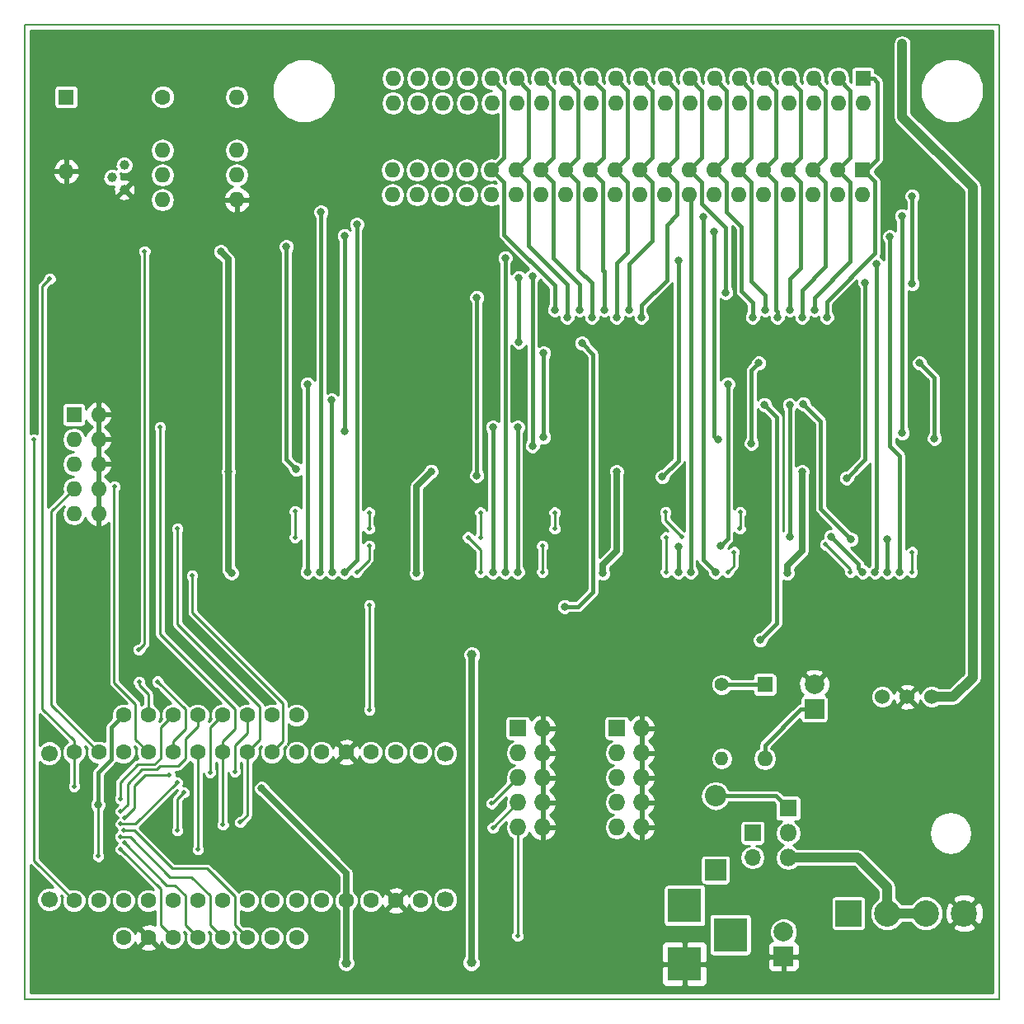
<source format=gbr>
%TF.GenerationSoftware,KiCad,Pcbnew,4.0.7*%
%TF.CreationDate,2018-06-26T21:29:00-04:00*%
%TF.ProjectId,row_driver,726F775F6472697665722E6B69636164,rev?*%
%TF.FileFunction,Copper,L2,Bot,Signal*%
%FSLAX46Y46*%
G04 Gerber Fmt 4.6, Leading zero omitted, Abs format (unit mm)*
G04 Created by KiCad (PCBNEW 4.0.7) date Tuesday, June 26, 2018 'PMt' 09:29:00 PM*
%MOMM*%
%LPD*%
G01*
G04 APERTURE LIST*
%ADD10C,0.100000*%
%ADD11C,0.150000*%
%ADD12R,2.000000X2.000000*%
%ADD13C,2.000000*%
%ADD14R,3.500120X3.500120*%
%ADD15C,1.000760*%
%ADD16C,1.600000*%
%ADD17O,1.600000X1.600000*%
%ADD18C,1.524000*%
%ADD19R,2.700000X2.700000*%
%ADD20C,2.700000*%
%ADD21C,1.400000*%
%ADD22O,1.400000X1.400000*%
%ADD23R,1.700000X1.700000*%
%ADD24O,1.700000X1.700000*%
%ADD25R,1.600000X1.600000*%
%ADD26R,2.200000X2.200000*%
%ADD27O,2.200000X2.200000*%
%ADD28R,1.800000X1.800000*%
%ADD29O,1.800000X1.800000*%
%ADD30R,1.727200X1.727200*%
%ADD31O,1.727200X1.727200*%
%ADD32C,1.700000*%
%ADD33C,0.800000*%
%ADD34C,1.000000*%
%ADD35C,0.500000*%
%ADD36C,0.650000*%
%ADD37C,0.400000*%
%ADD38C,1.000000*%
%ADD39C,0.250000*%
%ADD40C,0.254000*%
G04 APERTURE END LIST*
D10*
D11*
X25000000Y-25000000D02*
X125000000Y-25000000D01*
X25000000Y-125000000D02*
X25000000Y-25000000D01*
X125000000Y-125000000D02*
X25000000Y-125000000D01*
X125000000Y-25000000D02*
X125000000Y-125000000D01*
D12*
X106045000Y-95250000D03*
D13*
X106045000Y-92710000D03*
D14*
X92710000Y-115412520D03*
X92710000Y-121412000D03*
X97409000Y-118412260D03*
D15*
X33909000Y-40640000D03*
X35179000Y-39370000D03*
X35179000Y-41910000D03*
D16*
X39116000Y-32385000D03*
D17*
X46736000Y-32385000D03*
D18*
X118110000Y-93980000D03*
X115570000Y-93980000D03*
X113030000Y-93980000D03*
D17*
X39116000Y-37846000D03*
X39116000Y-40386000D03*
X39116000Y-42926000D03*
X46736000Y-42926000D03*
X46736000Y-40386000D03*
X46736000Y-37846000D03*
D19*
X109555000Y-116205000D03*
D20*
X113515000Y-116205000D03*
X117475000Y-116205000D03*
X121435000Y-116205000D03*
D12*
X102870000Y-120650000D03*
D13*
X102870000Y-118110000D03*
D21*
X96520000Y-92710000D03*
D22*
X96520000Y-100330000D03*
D23*
X99695000Y-107950000D03*
D24*
X99695000Y-110490000D03*
D25*
X29210000Y-32385000D03*
D17*
X29210000Y-40005000D03*
D25*
X100965000Y-92710000D03*
D17*
X100965000Y-100330000D03*
D26*
X95885000Y-111760000D03*
D27*
X95885000Y-104140000D03*
D28*
X103355000Y-105410000D03*
D29*
X103355000Y-107950000D03*
X103355000Y-110490000D03*
D30*
X75594035Y-97205947D03*
D31*
X78134035Y-97205947D03*
X75594035Y-99745947D03*
X78134035Y-99745947D03*
X75594035Y-102285947D03*
X78134035Y-102285947D03*
X75594035Y-104825947D03*
X78134035Y-104825947D03*
X75594035Y-107365947D03*
X78134035Y-107365947D03*
D30*
X85754035Y-97205947D03*
D31*
X88294035Y-97205947D03*
X85754035Y-99745947D03*
X88294035Y-99745947D03*
X85754035Y-102285947D03*
X88294035Y-102285947D03*
X85754035Y-104825947D03*
X88294035Y-104825947D03*
X85754035Y-107365947D03*
X88294035Y-107365947D03*
D16*
X47805064Y-114911222D03*
X45265064Y-114911222D03*
X42725064Y-114911222D03*
X40185064Y-114911222D03*
X37645064Y-114911222D03*
X35105064Y-114911222D03*
X32565064Y-114911222D03*
X30025064Y-114911222D03*
D32*
X27475064Y-114801222D03*
X68135064Y-114801222D03*
X68135064Y-99781222D03*
X27475064Y-99781222D03*
D16*
X50345064Y-114911222D03*
X52885064Y-114911222D03*
X55425064Y-114911222D03*
X57965064Y-114911222D03*
X60505064Y-114911222D03*
X63045064Y-114911222D03*
X65585064Y-114911222D03*
X65585064Y-99671222D03*
X63045064Y-99671222D03*
X60505064Y-99671222D03*
X57965064Y-99671222D03*
X55425064Y-99671222D03*
X52885064Y-99671222D03*
X50345064Y-99671222D03*
X47805064Y-99671222D03*
X45265064Y-99671222D03*
X42725064Y-99671222D03*
X40185064Y-99671222D03*
X37645064Y-99671222D03*
X35105064Y-99671222D03*
X32565064Y-99671222D03*
X30025064Y-99671222D03*
X52885064Y-95861222D03*
X50345064Y-95861222D03*
X47805064Y-95861222D03*
X45265064Y-95861222D03*
X42725064Y-95861222D03*
X40185064Y-95861222D03*
X37645064Y-95861222D03*
X35105064Y-95861222D03*
X35105064Y-118721222D03*
X37645064Y-118721222D03*
X40185064Y-118721222D03*
X42725064Y-118721222D03*
X45265064Y-118721222D03*
X47805064Y-118721222D03*
X50345064Y-118721222D03*
X52885064Y-118721222D03*
D25*
X30000000Y-65000000D03*
D17*
X32540000Y-65000000D03*
X30000000Y-67540000D03*
X32540000Y-67540000D03*
X30000000Y-70080000D03*
X32540000Y-70080000D03*
X30000000Y-72620000D03*
X32540000Y-72620000D03*
X30000000Y-75160000D03*
X32540000Y-75160000D03*
D25*
X110998000Y-39878000D03*
D17*
X110998000Y-42418000D03*
X108458000Y-39878000D03*
X108458000Y-42418000D03*
X105918000Y-39878000D03*
X105918000Y-42418000D03*
X103378000Y-39878000D03*
X103378000Y-42418000D03*
X100838000Y-39878000D03*
X100838000Y-42418000D03*
X98298000Y-39878000D03*
X98298000Y-42418000D03*
X95758000Y-39878000D03*
X95758000Y-42418000D03*
X93218000Y-39878000D03*
X93218000Y-42418000D03*
X90678000Y-39878000D03*
X90678000Y-42418000D03*
X88138000Y-39878000D03*
X88138000Y-42418000D03*
X85598000Y-39878000D03*
X85598000Y-42418000D03*
X83058000Y-39878000D03*
X83058000Y-42418000D03*
X80518000Y-39878000D03*
X80518000Y-42418000D03*
X77978000Y-39878000D03*
X77978000Y-42418000D03*
X75438000Y-39878000D03*
X75438000Y-42418000D03*
X72898000Y-39878000D03*
X72898000Y-42418000D03*
X70358000Y-39878000D03*
X70358000Y-42418000D03*
X67818000Y-39878000D03*
X67818000Y-42418000D03*
X65278000Y-39878000D03*
X65278000Y-42418000D03*
X62738000Y-39878000D03*
X62738000Y-42418000D03*
D25*
X111029750Y-30480000D03*
D17*
X111029750Y-33020000D03*
X108489750Y-30480000D03*
X108489750Y-33020000D03*
X105949750Y-30480000D03*
X105949750Y-33020000D03*
X103409750Y-30480000D03*
X103409750Y-33020000D03*
X100869750Y-30480000D03*
X100869750Y-33020000D03*
X98329750Y-30480000D03*
X98329750Y-33020000D03*
X95789750Y-30480000D03*
X95789750Y-33020000D03*
X93249750Y-30480000D03*
X93249750Y-33020000D03*
X90709750Y-30480000D03*
X90709750Y-33020000D03*
X88169750Y-30480000D03*
X88169750Y-33020000D03*
X85629750Y-30480000D03*
X85629750Y-33020000D03*
X83089750Y-30480000D03*
X83089750Y-33020000D03*
X80549750Y-30480000D03*
X80549750Y-33020000D03*
X78009750Y-30480000D03*
X78009750Y-33020000D03*
X75469750Y-30480000D03*
X75469750Y-33020000D03*
X72929750Y-30480000D03*
X72929750Y-33020000D03*
X70389750Y-30480000D03*
X70389750Y-33020000D03*
X67849750Y-30480000D03*
X67849750Y-33020000D03*
X65309750Y-30480000D03*
X65309750Y-33020000D03*
X62769750Y-30480000D03*
X62769750Y-33020000D03*
D33*
X46177200Y-81254600D03*
X66700400Y-70815200D03*
X65176400Y-81305400D03*
X49276000Y-103403400D03*
D34*
X70815200Y-121259600D03*
X57962800Y-121310400D03*
X70866000Y-89662000D03*
D33*
X45085000Y-48260000D03*
X45847000Y-70866004D03*
X84328000Y-81280000D03*
X103251000Y-81279994D03*
X104775000Y-70866000D03*
X85725000Y-70866000D03*
D34*
X37058600Y-45085000D03*
D33*
X30099004Y-108407200D03*
X41021000Y-110464600D03*
X41681400Y-107111800D03*
X107492800Y-100939600D03*
X46177200Y-83312000D03*
X51409600Y-75031600D03*
X63093600Y-73406000D03*
X63042800Y-82804000D03*
X65227200Y-83312000D03*
X70459600Y-75031600D03*
X82194400Y-73406000D03*
X82143600Y-82804000D03*
X84277200Y-83312000D03*
X89560400Y-75031600D03*
X108458000Y-75031600D03*
X120091200Y-73456800D03*
X120091200Y-82753200D03*
X103174800Y-83312000D03*
X101193600Y-82804000D03*
X101193600Y-73406000D03*
X110134400Y-52425600D03*
X91084400Y-52425600D03*
X55245000Y-81153000D03*
X55372000Y-44196000D03*
X57785000Y-81153000D03*
X59055000Y-45466000D03*
X57785000Y-46609000D03*
X57785000Y-66675000D03*
X52832000Y-70612000D03*
X51816000Y-47752000D03*
X74295000Y-81153002D03*
X74295000Y-48895000D03*
X80391000Y-84709000D03*
X75692000Y-57531000D03*
X82169000Y-57658000D03*
X75692000Y-50927002D03*
X77089000Y-50800000D03*
X77089000Y-68199000D03*
X71373996Y-71247000D03*
X71374000Y-52959000D03*
X93345000Y-81153000D03*
X95885002Y-81153000D03*
X94615000Y-44704000D03*
X96139000Y-67564000D03*
X95758000Y-46228000D03*
X90426662Y-71373335D03*
X92075000Y-49149000D03*
X112268000Y-81153000D03*
X112395000Y-49530000D03*
X114808000Y-81153000D03*
X113792000Y-46736000D03*
X115087400Y-66878200D03*
X115036600Y-44602400D03*
X116078000Y-42545000D03*
X116078000Y-51562000D03*
X111252000Y-51435000D03*
X109347000Y-71501000D03*
D34*
X122301000Y-58166000D03*
D33*
X115062000Y-26924000D03*
D34*
X122301000Y-61722000D03*
D33*
X107315000Y-54990998D03*
X106045000Y-54229002D03*
X104775000Y-54991002D03*
X103505000Y-54228998D03*
X102235000Y-54991004D03*
X100965000Y-54229006D03*
X99694994Y-54991000D03*
X96939010Y-52451000D03*
X88264996Y-54991000D03*
X86995000Y-54229002D03*
X85725000Y-54991000D03*
X84455000Y-54228998D03*
X83185000Y-54991002D03*
X81915000Y-54229000D03*
X80645000Y-54991000D03*
X79374998Y-54229002D03*
D35*
X38582600Y-92405200D03*
X71755000Y-81153000D03*
X52705002Y-74930000D03*
X70485000Y-77597002D03*
X52705000Y-77597000D03*
X90805000Y-77597000D03*
X90805000Y-81153000D03*
X71755002Y-77597000D03*
X71754998Y-75057000D03*
X107179961Y-78332713D03*
X109728000Y-81153000D03*
X92468924Y-77566844D03*
X90758641Y-75018990D03*
D33*
X53975000Y-81153000D03*
X53975000Y-61849000D03*
X56515000Y-81153000D03*
X56476990Y-63500000D03*
X73025000Y-81153000D03*
X73025000Y-66294000D03*
X75565000Y-81153000D03*
X75565000Y-66294000D03*
X78232000Y-67310000D03*
X78232000Y-58674000D03*
X92075000Y-78574990D03*
X96393000Y-78486000D03*
X92075000Y-81153000D03*
X97155000Y-61849000D03*
X100482400Y-88163400D03*
X100914200Y-63957200D03*
X100330004Y-59697010D03*
X99568000Y-67945000D03*
X107745548Y-77508010D03*
X110998000Y-81153000D03*
X103509519Y-77508010D03*
X103505000Y-64008000D03*
X113487198Y-77800200D03*
X109829600Y-77800200D03*
X113538000Y-81153000D03*
X104902000Y-63881000D03*
X116840000Y-59697010D03*
X118363000Y-67437000D03*
D35*
X38862001Y-66294000D03*
X45313600Y-107111800D03*
X42748200Y-109651800D03*
X60350400Y-84582000D03*
X60350400Y-95300800D03*
X30022800Y-103174800D03*
X27533600Y-51054000D03*
X25908000Y-67564000D03*
X41275000Y-103809800D03*
X42138600Y-81559400D03*
X40614600Y-107696000D03*
X34163000Y-72390000D03*
X78105000Y-81152998D03*
X59055000Y-81153000D03*
X116078000Y-81153000D03*
X116078000Y-79121000D03*
X97790000Y-79120992D03*
X60325000Y-78486000D03*
X78105000Y-78486000D03*
X97155000Y-81153000D03*
X47091600Y-106857800D03*
X98399600Y-76708000D03*
X98425000Y-75018990D03*
X40640000Y-76708000D03*
X60325000Y-75057000D03*
X60325000Y-76708000D03*
X79375000Y-75057000D03*
X79375000Y-76708000D03*
X32512000Y-110337600D03*
D33*
X32486600Y-105079800D03*
D35*
X36692800Y-92456000D03*
X37261800Y-48234600D03*
X36677600Y-89128600D03*
X40589200Y-102793800D03*
X46532800Y-101650800D03*
X34823400Y-107035600D03*
X34823400Y-105740200D03*
X34759706Y-104432294D03*
X34823400Y-109626400D03*
X34772600Y-108331000D03*
X35153600Y-107696000D03*
X35179000Y-108966000D03*
X39801800Y-101981000D03*
X43992800Y-101727000D03*
X35204400Y-106400600D03*
X72898000Y-104927400D03*
X73025002Y-107416600D03*
X75565000Y-118516400D03*
D36*
X45847000Y-70866004D02*
X45847000Y-80924400D01*
X45847000Y-80924400D02*
X46177200Y-81254600D01*
X65176400Y-72339200D02*
X66700400Y-70815200D01*
X65176400Y-81305400D02*
X65176400Y-72339200D01*
X57965064Y-112092464D02*
X49276000Y-103403400D01*
X57965064Y-114911222D02*
X57965064Y-112092464D01*
X70866000Y-121208800D02*
X70815200Y-121259600D01*
X70866000Y-89662000D02*
X70866000Y-121208800D01*
X57962800Y-114985800D02*
X57962800Y-121310400D01*
X45847000Y-49022000D02*
X45085000Y-48260000D01*
X45847000Y-70866004D02*
X45847000Y-49022000D01*
X104775000Y-70866000D02*
X104775000Y-78994000D01*
X104775000Y-78994000D02*
X103251000Y-80518000D01*
X103251000Y-80518000D02*
X103251000Y-81279994D01*
X85725000Y-70866000D02*
X85725000Y-78994000D01*
X85725000Y-78994000D02*
X84328000Y-80391000D01*
X84328000Y-80391000D02*
X84328000Y-81280000D01*
D37*
X55372000Y-44196000D02*
X55372000Y-81026000D01*
X55372000Y-81026000D02*
X55245000Y-81153000D01*
X59055000Y-45466000D02*
X59055000Y-79883000D01*
X59055000Y-79883000D02*
X57785000Y-81153000D01*
X57785000Y-66675000D02*
X57785000Y-46609000D01*
X51816000Y-69596000D02*
X52832000Y-70612000D01*
X51816000Y-47752000D02*
X51816000Y-69596000D01*
X74295000Y-48895000D02*
X74295000Y-81153002D01*
X82169000Y-57658000D02*
X83312000Y-58801000D01*
X83312000Y-58801000D02*
X83312000Y-83185000D01*
X83312000Y-83185000D02*
X81788000Y-84709000D01*
X81788000Y-84709000D02*
X80391000Y-84709000D01*
X75692000Y-57531000D02*
X75692000Y-50927002D01*
X77089000Y-68199000D02*
X77089000Y-50800000D01*
X71374000Y-71246996D02*
X71373996Y-71247000D01*
X71374000Y-52959000D02*
X71374000Y-71246996D01*
X93218000Y-42418000D02*
X93345000Y-42545000D01*
X93345000Y-42545000D02*
X93345000Y-81153000D01*
X94615000Y-79882998D02*
X95885002Y-81153000D01*
X94615000Y-44704000D02*
X94615000Y-79882998D01*
X95758000Y-67183000D02*
X96139000Y-67564000D01*
X95758000Y-46228000D02*
X95758000Y-67183000D01*
X92075000Y-69724997D02*
X90426662Y-71373335D01*
X92075000Y-49149000D02*
X92075000Y-69724997D01*
X112395000Y-80772000D02*
X112268000Y-80899000D01*
X112268000Y-80899000D02*
X112268000Y-81153000D01*
X112395000Y-49530000D02*
X112395000Y-80772000D01*
X114808000Y-69215000D02*
X114808000Y-81153000D01*
X113792000Y-68199000D02*
X114808000Y-69215000D01*
X113792000Y-46736000D02*
X113792000Y-68199000D01*
X115036600Y-44602400D02*
X115036600Y-66827400D01*
X115036600Y-66827400D02*
X115087400Y-66878200D01*
X116078000Y-51562000D02*
X116078000Y-42545000D01*
X109347000Y-71501000D02*
X111252000Y-69596000D01*
X111252000Y-69596000D02*
X111252000Y-51435000D01*
D38*
X115062000Y-26924000D02*
X115062000Y-34417000D01*
X122301000Y-41656000D02*
X122301000Y-58166000D01*
X115062000Y-34417000D02*
X122301000Y-41656000D01*
X122301000Y-61722000D02*
X122301000Y-58166000D01*
X103355000Y-110490000D02*
X110490000Y-110490000D01*
X113515000Y-113515000D02*
X113515000Y-116205000D01*
X110490000Y-110490000D02*
X113515000Y-113515000D01*
X113515000Y-116205000D02*
X117475000Y-116205000D01*
X118110000Y-93980000D02*
X120305000Y-93980000D01*
X120305000Y-93980000D02*
X122301000Y-91984000D01*
X122301000Y-91984000D02*
X122301000Y-61722000D01*
D37*
X106045000Y-95250000D02*
X104645000Y-95250000D01*
X104645000Y-95250000D02*
X100965000Y-98930000D01*
X100965000Y-98930000D02*
X100965000Y-100330000D01*
X111074200Y-39878000D02*
X112268000Y-41071800D01*
X112268000Y-41071800D02*
X112268000Y-48456315D01*
X112268000Y-48456315D02*
X107315000Y-53409315D01*
X107315000Y-53409315D02*
X107315000Y-54990998D01*
X111029750Y-30480000D02*
X112129750Y-30480000D01*
X112522000Y-30872250D02*
X112522000Y-38760400D01*
X112129750Y-30480000D02*
X112522000Y-30872250D01*
X112522000Y-38760400D02*
X111404400Y-39878000D01*
X111404400Y-39878000D02*
X110998000Y-39878000D01*
X108489750Y-30480000D02*
X109753400Y-31743650D01*
X109753400Y-31743650D02*
X109753400Y-38582600D01*
X109753400Y-38582600D02*
X108458000Y-39878000D01*
X108458000Y-39878000D02*
X109728000Y-41148000D01*
X109728000Y-41148000D02*
X109728000Y-49276000D01*
X109728000Y-49276000D02*
X106045000Y-52959000D01*
X106045000Y-52959000D02*
X106045000Y-54229002D01*
X105949750Y-30480000D02*
X107213400Y-31743650D01*
X107213400Y-31743650D02*
X107213400Y-38582600D01*
X107213400Y-38582600D02*
X105918000Y-39878000D01*
X105918000Y-39878000D02*
X107188000Y-41148000D01*
X107188000Y-41148000D02*
X107188000Y-49784000D01*
X107188000Y-49784000D02*
X104775000Y-52197000D01*
X104775000Y-52197000D02*
X104775000Y-54991002D01*
X103409750Y-30480000D02*
X104673400Y-31743650D01*
X104673400Y-38582600D02*
X103378000Y-39878000D01*
X104673400Y-31743650D02*
X104673400Y-38582600D01*
X103378000Y-39878000D02*
X104648000Y-41148000D01*
X104648000Y-41148000D02*
X104648000Y-49911000D01*
X104648000Y-49911000D02*
X103505000Y-51054000D01*
X103505000Y-51054000D02*
X103505000Y-54228998D01*
X100869750Y-30480000D02*
X102133400Y-31743650D01*
X102133400Y-31743650D02*
X102133400Y-38582600D01*
X102133400Y-38582600D02*
X100838000Y-39878000D01*
X100838000Y-39878000D02*
X102108000Y-41148000D01*
X102108000Y-41148000D02*
X102108000Y-54298319D01*
X102108000Y-54298319D02*
X102235000Y-54425319D01*
X102235000Y-54425319D02*
X102235000Y-54991004D01*
X98329750Y-30480000D02*
X99593400Y-31743650D01*
X99593400Y-31743650D02*
X99593400Y-38582600D01*
X99593400Y-38582600D02*
X98298000Y-39878000D01*
X100965000Y-52705000D02*
X100965000Y-54229006D01*
X99568000Y-51308000D02*
X100965000Y-52705000D01*
X99568000Y-41148000D02*
X99568000Y-51308000D01*
X98298000Y-39878000D02*
X99568000Y-41148000D01*
X95789750Y-30480000D02*
X97053400Y-31743650D01*
X97053400Y-31743650D02*
X97053400Y-38582600D01*
X97053400Y-38582600D02*
X95758000Y-39878000D01*
X95758000Y-39878000D02*
X97028000Y-41148000D01*
X99694994Y-53466994D02*
X99694994Y-54991000D01*
X97028000Y-41148000D02*
X97028000Y-44196000D01*
X97028000Y-44196000D02*
X98552000Y-45720000D01*
X98552000Y-52324000D02*
X99694994Y-53466994D01*
X98552000Y-45720000D02*
X98552000Y-52324000D01*
X93249750Y-30480000D02*
X94513400Y-31743650D01*
X94513400Y-31743650D02*
X94513400Y-38582600D01*
X94513400Y-38582600D02*
X93218000Y-39878000D01*
X96939010Y-45758010D02*
X96939010Y-52451000D01*
X94488000Y-43307000D02*
X96939010Y-45758010D01*
X93218000Y-39878000D02*
X94488000Y-41148000D01*
X94488000Y-41148000D02*
X94488000Y-43307000D01*
X90709750Y-30480000D02*
X91973400Y-31743650D01*
X91973400Y-31743650D02*
X91973400Y-38582600D01*
X91973400Y-38582600D02*
X90678000Y-39878000D01*
X90678000Y-39878000D02*
X91948000Y-41148000D01*
X91948000Y-41148000D02*
X91948000Y-44450000D01*
X90874315Y-45523685D02*
X90874315Y-51181000D01*
X90874315Y-51181000D02*
X88264996Y-53790319D01*
X91948000Y-44450000D02*
X90874315Y-45523685D01*
X88264996Y-53790319D02*
X88264996Y-54991000D01*
X88169750Y-30480000D02*
X89433400Y-31743650D01*
X89433400Y-31743650D02*
X89433400Y-38582600D01*
X89433400Y-38582600D02*
X88138000Y-39878000D01*
X89408000Y-47117000D02*
X86995000Y-49530000D01*
X89408000Y-41148000D02*
X89408000Y-47117000D01*
X86995000Y-49530000D02*
X86995000Y-54229002D01*
X88138000Y-39878000D02*
X89408000Y-41148000D01*
X85629750Y-30480000D02*
X86893400Y-31743650D01*
X86893400Y-38582600D02*
X85598000Y-39878000D01*
X86893400Y-31743650D02*
X86893400Y-38582600D01*
X85725000Y-49472315D02*
X85725000Y-54991000D01*
X86868000Y-48329315D02*
X85725000Y-49472315D01*
X86868000Y-41148000D02*
X86868000Y-48329315D01*
X85598000Y-39878000D02*
X86868000Y-41148000D01*
X84378800Y-38557200D02*
X83058000Y-39878000D01*
X84378800Y-31769050D02*
X84378800Y-38557200D01*
X83089750Y-30480000D02*
X84378800Y-31769050D01*
X84328000Y-50165000D02*
X84455000Y-50292000D01*
X84455000Y-50292000D02*
X84455000Y-54228998D01*
X83058000Y-39878000D02*
X84328000Y-41148000D01*
X84328000Y-41148000D02*
X84328000Y-50165000D01*
X80549750Y-30480000D02*
X81813400Y-31743650D01*
X81813400Y-31743650D02*
X81813400Y-38582600D01*
X81813400Y-38582600D02*
X80518000Y-39878000D01*
X83185000Y-51504315D02*
X83185000Y-54991002D01*
X81788000Y-50107315D02*
X83185000Y-51504315D01*
X81788000Y-41148000D02*
X81788000Y-50107315D01*
X80518000Y-39878000D02*
X81788000Y-41148000D01*
X78009750Y-30480000D02*
X79273400Y-31743650D01*
X79273400Y-31743650D02*
X79273400Y-38582600D01*
X79273400Y-38582600D02*
X77978000Y-39878000D01*
X81915000Y-51631315D02*
X81915000Y-54229000D01*
X79248000Y-48964315D02*
X81915000Y-51631315D01*
X79248000Y-41148000D02*
X79248000Y-48964315D01*
X77978000Y-39878000D02*
X79248000Y-41148000D01*
X75469750Y-30480000D02*
X76733400Y-31743650D01*
X76733400Y-31743650D02*
X76733400Y-38582600D01*
X76733400Y-38582600D02*
X75438000Y-39878000D01*
X80645000Y-51631315D02*
X80645000Y-54991000D01*
X76708000Y-47694315D02*
X80645000Y-51631315D01*
X75438000Y-39878000D02*
X76708000Y-41148000D01*
X76708000Y-41148000D02*
X76708000Y-47694315D01*
X72929750Y-30480000D02*
X74193400Y-31743650D01*
X74193400Y-31743650D02*
X74193400Y-38582600D01*
X74193400Y-38582600D02*
X72898000Y-39878000D01*
X79374998Y-51758313D02*
X79374998Y-54229002D01*
X74168000Y-46551315D02*
X79374998Y-51758313D01*
X74168000Y-41148000D02*
X74168000Y-46551315D01*
X72898000Y-39878000D02*
X74168000Y-41148000D01*
D39*
X32565064Y-99671222D02*
X27671621Y-94777779D01*
X27671621Y-94777779D02*
X27671621Y-74948379D01*
X27671621Y-74948379D02*
X30000000Y-72620000D01*
X41452800Y-95275400D02*
X38582600Y-92405200D01*
X41452800Y-97272116D02*
X41452800Y-95275400D01*
X40185064Y-98539852D02*
X41452800Y-97272116D01*
X40185064Y-99671222D02*
X40185064Y-98539852D01*
X71755000Y-78867002D02*
X71755000Y-81153000D01*
X70485000Y-77597002D02*
X71755000Y-78867002D01*
X52705000Y-74930002D02*
X52705002Y-74930000D01*
X52705000Y-77597000D02*
X52705000Y-74930002D01*
X90805000Y-81153000D02*
X90805000Y-77597000D01*
X71754998Y-77596996D02*
X71755002Y-77597000D01*
X71754998Y-75057000D02*
X71754998Y-77596996D01*
X109728000Y-81153000D02*
X109728000Y-80873600D01*
X109728000Y-80873600D02*
X107187113Y-78332713D01*
X107187113Y-78332713D02*
X107179961Y-78332713D01*
X90758641Y-75018990D02*
X90758641Y-75856561D01*
X90758641Y-75856561D02*
X92468924Y-77566844D01*
D37*
X53975000Y-61849000D02*
X53975000Y-81153000D01*
X56476990Y-81114990D02*
X56515000Y-81153000D01*
X56476990Y-63500000D02*
X56476990Y-81114990D01*
X73025000Y-66294000D02*
X73050400Y-66319400D01*
X73050400Y-66319400D02*
X73050400Y-81127600D01*
X73050400Y-81127600D02*
X73025000Y-81153000D01*
X75565000Y-66294000D02*
X75565000Y-81153000D01*
X78232000Y-58674000D02*
X78232000Y-67310000D01*
X92075000Y-81153000D02*
X92075000Y-78574990D01*
X97155000Y-77724000D02*
X96393000Y-78486000D01*
X97155000Y-61849000D02*
X97155000Y-77724000D01*
X102184200Y-86461600D02*
X100482400Y-88163400D01*
X100914200Y-63957200D02*
X102184200Y-65227200D01*
X102184200Y-65227200D02*
X102184200Y-86461600D01*
X99568000Y-67945000D02*
X99568000Y-60459014D01*
X99568000Y-60459014D02*
X100330004Y-59697010D01*
X110598001Y-80753001D02*
X110598001Y-80360463D01*
X110598001Y-80360463D02*
X107745548Y-77508010D01*
X110998000Y-81153000D02*
X110598001Y-80753001D01*
X103505000Y-64008000D02*
X103505000Y-77503491D01*
X103505000Y-77503491D02*
X103509519Y-77508010D01*
X113538000Y-77851002D02*
X113487198Y-77800200D01*
X113538000Y-81153000D02*
X113538000Y-77851002D01*
X104902000Y-63881000D02*
X106680000Y-65659000D01*
X106680000Y-65659000D02*
X106680000Y-74650600D01*
X106680000Y-74650600D02*
X109829600Y-77800200D01*
X118363000Y-61220010D02*
X116840000Y-59697010D01*
X118363000Y-67437000D02*
X118363000Y-61220010D01*
D39*
X38862001Y-87528401D02*
X38862001Y-66294000D01*
X46558200Y-95224600D02*
X38862001Y-87528401D01*
X46558200Y-97246716D02*
X46558200Y-95224600D01*
X45265064Y-98539852D02*
X46558200Y-97246716D01*
X45265064Y-99671222D02*
X45265064Y-98539852D01*
X45265064Y-99671222D02*
X45265064Y-107063264D01*
X45265064Y-107063264D02*
X45313600Y-107111800D01*
X42725064Y-99671222D02*
X42725064Y-109628664D01*
X42725064Y-109628664D02*
X42748200Y-109651800D01*
X60350400Y-95300800D02*
X60350400Y-84582000D01*
X30022800Y-103174800D02*
X30022800Y-99673486D01*
X30022800Y-99673486D02*
X30025064Y-99671222D01*
X26771600Y-95215677D02*
X26771600Y-51816000D01*
X26771600Y-51816000D02*
X27533600Y-51054000D01*
X30025064Y-99671222D02*
X30025064Y-98469141D01*
X30025064Y-98469141D02*
X26771600Y-95215677D01*
D37*
X96520000Y-92710000D02*
X100965000Y-92710000D01*
X95885000Y-104140000D02*
X102085000Y-104140000D01*
X102085000Y-104140000D02*
X103355000Y-105410000D01*
D39*
X25908000Y-110794158D02*
X25908000Y-67564000D01*
X30025064Y-114911222D02*
X25908000Y-110794158D01*
X40614600Y-104470200D02*
X41275000Y-103809800D01*
X40614600Y-107696000D02*
X40614600Y-104470200D01*
X42189400Y-85344000D02*
X42189400Y-81610200D01*
X42189400Y-81610200D02*
X42138600Y-81559400D01*
X50345064Y-99671222D02*
X51470065Y-98546221D01*
X51470065Y-98546221D02*
X51470065Y-94624665D01*
X51470065Y-94624665D02*
X42189400Y-85344000D01*
X37645064Y-99671222D02*
X36347400Y-98373558D01*
X34137600Y-92506800D02*
X34137600Y-72415400D01*
X36347400Y-98373558D02*
X36347400Y-94716600D01*
X36347400Y-94716600D02*
X34137600Y-92506800D01*
X34137600Y-72415400D02*
X34163000Y-72390000D01*
X78105000Y-78486000D02*
X78105000Y-81152998D01*
X60325000Y-79883000D02*
X59055000Y-81153000D01*
X60325000Y-78486000D02*
X60325000Y-79883000D01*
X116078000Y-79121000D02*
X116078000Y-81153000D01*
X97790000Y-80518000D02*
X97790000Y-79120992D01*
X97155000Y-81153000D02*
X97790000Y-80518000D01*
X47341599Y-106607801D02*
X47091600Y-106857800D01*
X47805064Y-99671222D02*
X47805064Y-106144336D01*
X47805064Y-106144336D02*
X47341599Y-106607801D01*
X98425000Y-75018990D02*
X98425000Y-76682600D01*
X98425000Y-76682600D02*
X98399600Y-76708000D01*
X40640000Y-86537800D02*
X40640000Y-76708000D01*
X49072800Y-94970600D02*
X40640000Y-86537800D01*
X49072800Y-98403486D02*
X49072800Y-94970600D01*
X47805064Y-99671222D02*
X49072800Y-98403486D01*
X60325000Y-76708000D02*
X60325000Y-75057000D01*
X79375000Y-76708000D02*
X79375000Y-75057000D01*
D37*
X35105064Y-95861222D02*
X33832800Y-97133486D01*
X33832800Y-97133486D02*
X33832800Y-100406200D01*
X33832800Y-100406200D02*
X32486600Y-101752400D01*
X32486600Y-101752400D02*
X32486600Y-105079800D01*
D39*
X32512000Y-110337600D02*
X32512000Y-105105200D01*
X32512000Y-105105200D02*
X32486600Y-105079800D01*
X36692800Y-92776000D02*
X36692800Y-92456000D01*
X36677600Y-89128600D02*
X37261800Y-88544400D01*
X37261800Y-88544400D02*
X37261800Y-48234600D01*
X37645064Y-95861222D02*
X37645064Y-93728264D01*
X37645064Y-93728264D02*
X36692800Y-92776000D01*
X36347400Y-107035600D02*
X40589200Y-102793800D01*
X34823400Y-107035600D02*
X36347400Y-107035600D01*
X46532800Y-98933000D02*
X46532800Y-101650800D01*
X47805064Y-95861222D02*
X47805064Y-97660736D01*
X47805064Y-97660736D02*
X46532800Y-98933000D01*
X42725064Y-95861222D02*
X42725064Y-96992592D01*
X42725064Y-96992592D02*
X41471011Y-98246645D01*
X41471011Y-98246645D02*
X41471011Y-100311789D01*
X41471011Y-100311789D02*
X40690800Y-101092000D01*
X40690800Y-101092000D02*
X38887400Y-101092000D01*
X38887400Y-101092000D02*
X38531800Y-101447600D01*
X38531800Y-101447600D02*
X37007800Y-101447600D01*
X35509200Y-102946200D02*
X35509200Y-105054400D01*
X35509200Y-105054400D02*
X34823400Y-105740200D01*
X37007800Y-101447600D02*
X35509200Y-102946200D01*
X34759706Y-102730494D02*
X34759706Y-104432294D01*
X38912800Y-100279200D02*
X38277800Y-100914200D01*
X40185064Y-95861222D02*
X38912800Y-97133486D01*
X38912800Y-97133486D02*
X38912800Y-100279200D01*
X38277800Y-100914200D02*
X36576000Y-100914200D01*
X36576000Y-100914200D02*
X34759706Y-102730494D01*
X34823400Y-109626400D02*
X38912800Y-113715800D01*
X38912800Y-113715800D02*
X38912800Y-117448958D01*
X38912800Y-117448958D02*
X40185064Y-118721222D01*
X45265064Y-118721222D02*
X43992800Y-117448958D01*
X43992800Y-117448958D02*
X43992800Y-114376200D01*
X35763200Y-108331000D02*
X34772600Y-108331000D01*
X43992800Y-114376200D02*
X42087800Y-112471200D01*
X42087800Y-112471200D02*
X39903400Y-112471200D01*
X39903400Y-112471200D02*
X35763200Y-108331000D01*
X47805064Y-118721222D02*
X46532800Y-117448958D01*
X46532800Y-117448958D02*
X46532800Y-114427000D01*
X46532800Y-114427000D02*
X43713400Y-111607600D01*
X43713400Y-111607600D02*
X40132000Y-111607600D01*
X40132000Y-111607600D02*
X36220400Y-107696000D01*
X36220400Y-107696000D02*
X35153600Y-107696000D01*
X42725064Y-118721222D02*
X41452800Y-117448958D01*
X39547800Y-113334800D02*
X35179000Y-108966000D01*
X41452800Y-117448958D02*
X41452800Y-114401600D01*
X41452800Y-114401600D02*
X40386000Y-113334800D01*
X40386000Y-113334800D02*
X39547800Y-113334800D01*
X35204400Y-106400600D02*
X36245800Y-105359200D01*
X36245800Y-105359200D02*
X36245800Y-103098600D01*
X36245800Y-103098600D02*
X37363400Y-101981000D01*
X37363400Y-101981000D02*
X39801800Y-101981000D01*
X45265064Y-95861222D02*
X43992800Y-97133486D01*
X43992800Y-97133486D02*
X43992800Y-101727000D01*
X72952582Y-104927400D02*
X72898000Y-104927400D01*
X75594035Y-102285947D02*
X72952582Y-104927400D01*
X73025002Y-107394980D02*
X73025002Y-107416600D01*
X75594035Y-104825947D02*
X73025002Y-107394980D01*
X75594035Y-118487365D02*
X75565000Y-118516400D01*
X75594035Y-107365947D02*
X75594035Y-118487365D01*
D40*
G36*
X124333000Y-124333000D02*
X25527000Y-124333000D01*
X25527000Y-118968177D01*
X33857848Y-118968177D01*
X34047293Y-119426668D01*
X34397773Y-119777761D01*
X34855932Y-119968005D01*
X35352019Y-119968438D01*
X35810510Y-119778993D01*
X35860623Y-119728967D01*
X36816925Y-119728967D01*
X36891059Y-119975086D01*
X37428287Y-120168187D01*
X37998518Y-120141000D01*
X38399069Y-119975086D01*
X38473203Y-119728967D01*
X37645064Y-118900827D01*
X36816925Y-119728967D01*
X35860623Y-119728967D01*
X36161603Y-119428513D01*
X36266856Y-119175035D01*
X36391200Y-119475227D01*
X36637319Y-119549361D01*
X37465459Y-118721222D01*
X36637319Y-117893083D01*
X36391200Y-117967217D01*
X36275627Y-118288753D01*
X36162835Y-118015776D01*
X35812355Y-117664683D01*
X35354196Y-117474439D01*
X34858109Y-117474006D01*
X34399618Y-117663451D01*
X34048525Y-118013931D01*
X33858281Y-118472090D01*
X33857848Y-118968177D01*
X25527000Y-118968177D01*
X25527000Y-111222088D01*
X27862740Y-113557828D01*
X27734185Y-113504447D01*
X27218207Y-113503997D01*
X26741332Y-113701038D01*
X26376162Y-114065571D01*
X26178289Y-114542101D01*
X26177839Y-115058079D01*
X26374880Y-115534954D01*
X26739413Y-115900124D01*
X27215943Y-116097997D01*
X27731921Y-116098447D01*
X28208796Y-115901406D01*
X28573966Y-115536873D01*
X28771839Y-115060343D01*
X28772289Y-114544365D01*
X28718079Y-114413167D01*
X28833652Y-114528740D01*
X28778281Y-114662090D01*
X28777848Y-115158177D01*
X28967293Y-115616668D01*
X29317773Y-115967761D01*
X29775932Y-116158005D01*
X30272019Y-116158438D01*
X30730510Y-115968993D01*
X31081603Y-115618513D01*
X31271847Y-115160354D01*
X31271848Y-115158177D01*
X31317848Y-115158177D01*
X31507293Y-115616668D01*
X31857773Y-115967761D01*
X32315932Y-116158005D01*
X32812019Y-116158438D01*
X33270510Y-115968993D01*
X33621603Y-115618513D01*
X33811847Y-115160354D01*
X33811848Y-115158177D01*
X33857848Y-115158177D01*
X34047293Y-115616668D01*
X34397773Y-115967761D01*
X34855932Y-116158005D01*
X35352019Y-116158438D01*
X35810510Y-115968993D01*
X36161603Y-115618513D01*
X36351847Y-115160354D01*
X36352280Y-114664267D01*
X36162835Y-114205776D01*
X35812355Y-113854683D01*
X35354196Y-113664439D01*
X34858109Y-113664006D01*
X34399618Y-113853451D01*
X34048525Y-114203931D01*
X33858281Y-114662090D01*
X33857848Y-115158177D01*
X33811848Y-115158177D01*
X33812280Y-114664267D01*
X33622835Y-114205776D01*
X33272355Y-113854683D01*
X32814196Y-113664439D01*
X32318109Y-113664006D01*
X31859618Y-113853451D01*
X31508525Y-114203931D01*
X31318281Y-114662090D01*
X31317848Y-115158177D01*
X31271848Y-115158177D01*
X31272280Y-114664267D01*
X31082835Y-114205776D01*
X30732355Y-113854683D01*
X30274196Y-113664439D01*
X29778109Y-113664006D01*
X29642720Y-113719948D01*
X26480000Y-110557228D01*
X26480000Y-100620258D01*
X26739413Y-100880124D01*
X27215943Y-101077997D01*
X27731921Y-101078447D01*
X28208796Y-100881406D01*
X28573966Y-100516873D01*
X28771839Y-100040343D01*
X28772289Y-99524365D01*
X28575248Y-99047490D01*
X28210715Y-98682320D01*
X27734185Y-98484447D01*
X27218207Y-98483997D01*
X26741332Y-98681038D01*
X26480000Y-98941914D01*
X26480000Y-95733007D01*
X29348507Y-98601514D01*
X29319618Y-98613451D01*
X28968525Y-98963931D01*
X28778281Y-99422090D01*
X28777848Y-99918177D01*
X28967293Y-100376668D01*
X29317773Y-100727761D01*
X29450800Y-100782999D01*
X29450800Y-102760955D01*
X29432257Y-102779466D01*
X29325921Y-103035550D01*
X29325679Y-103312834D01*
X29431568Y-103569103D01*
X29627466Y-103765343D01*
X29883550Y-103871679D01*
X30160834Y-103871921D01*
X30417103Y-103766032D01*
X30613343Y-103570134D01*
X30719679Y-103314050D01*
X30719921Y-103036766D01*
X30614032Y-102780497D01*
X30594800Y-102761231D01*
X30594800Y-100785067D01*
X30730510Y-100728993D01*
X31081603Y-100378513D01*
X31271847Y-99920354D01*
X31272280Y-99424267D01*
X31105471Y-99020559D01*
X31373652Y-99288740D01*
X31318281Y-99422090D01*
X31317848Y-99918177D01*
X31507293Y-100376668D01*
X31857773Y-100727761D01*
X32315932Y-100918005D01*
X32405920Y-100918084D01*
X32029102Y-101294902D01*
X31888850Y-101504804D01*
X31839600Y-101752400D01*
X31839600Y-104528876D01*
X31768967Y-104599386D01*
X31639747Y-104910582D01*
X31639453Y-105247540D01*
X31768129Y-105558960D01*
X31940000Y-105731131D01*
X31940000Y-109923755D01*
X31921457Y-109942266D01*
X31815121Y-110198350D01*
X31814879Y-110475634D01*
X31920768Y-110731903D01*
X32116666Y-110928143D01*
X32372750Y-111034479D01*
X32650034Y-111034721D01*
X32906303Y-110928832D01*
X33102543Y-110732934D01*
X33208879Y-110476850D01*
X33209121Y-110199566D01*
X33103232Y-109943297D01*
X33084000Y-109924031D01*
X33084000Y-105680237D01*
X33204233Y-105560214D01*
X33333453Y-105249018D01*
X33333747Y-104912060D01*
X33205071Y-104600640D01*
X33133600Y-104529044D01*
X33133600Y-102020396D01*
X34290298Y-100863698D01*
X34387802Y-100717773D01*
X34397773Y-100727761D01*
X34855932Y-100918005D01*
X35352019Y-100918438D01*
X35810510Y-100728993D01*
X36161603Y-100378513D01*
X36351847Y-99920354D01*
X36352280Y-99424267D01*
X36185471Y-99020559D01*
X36453652Y-99288740D01*
X36398281Y-99422090D01*
X36397848Y-99918177D01*
X36573275Y-100342742D01*
X36357105Y-100385741D01*
X36171535Y-100509735D01*
X34355241Y-102326029D01*
X34231247Y-102511599D01*
X34187706Y-102730494D01*
X34187706Y-104018449D01*
X34169163Y-104036960D01*
X34062827Y-104293044D01*
X34062585Y-104570328D01*
X34168474Y-104826597D01*
X34364372Y-105022837D01*
X34548907Y-105099463D01*
X34429097Y-105148968D01*
X34232857Y-105344866D01*
X34126521Y-105600950D01*
X34126279Y-105878234D01*
X34232168Y-106134503D01*
X34428066Y-106330743D01*
X34507432Y-106363699D01*
X34507390Y-106412018D01*
X34429097Y-106444368D01*
X34232857Y-106640266D01*
X34126521Y-106896350D01*
X34126279Y-107173634D01*
X34232168Y-107429903D01*
X34428066Y-107626143D01*
X34456650Y-107638012D01*
X34456590Y-107707418D01*
X34378297Y-107739768D01*
X34182057Y-107935666D01*
X34075721Y-108191750D01*
X34075479Y-108469034D01*
X34181368Y-108725303D01*
X34377266Y-108921543D01*
X34482000Y-108965033D01*
X34481958Y-109013326D01*
X34429097Y-109035168D01*
X34232857Y-109231066D01*
X34126521Y-109487150D01*
X34126279Y-109764434D01*
X34232168Y-110020703D01*
X34428066Y-110216943D01*
X34684150Y-110323279D01*
X34711373Y-110323303D01*
X38164926Y-113776856D01*
X37894196Y-113664439D01*
X37398109Y-113664006D01*
X36939618Y-113853451D01*
X36588525Y-114203931D01*
X36398281Y-114662090D01*
X36397848Y-115158177D01*
X36587293Y-115616668D01*
X36937773Y-115967761D01*
X37395932Y-116158005D01*
X37892019Y-116158438D01*
X38340800Y-115973005D01*
X38340800Y-117446414D01*
X37861841Y-117274257D01*
X37291610Y-117301444D01*
X36891059Y-117467358D01*
X36816925Y-117713477D01*
X37645064Y-118541617D01*
X37659206Y-118527474D01*
X37838812Y-118707080D01*
X37824669Y-118721222D01*
X38652809Y-119549361D01*
X38898928Y-119475227D01*
X39014501Y-119153691D01*
X39127293Y-119426668D01*
X39477773Y-119777761D01*
X39935932Y-119968005D01*
X40432019Y-119968438D01*
X40890510Y-119778993D01*
X41241603Y-119428513D01*
X41431847Y-118970354D01*
X41432280Y-118474267D01*
X41265471Y-118070559D01*
X41533652Y-118338740D01*
X41478281Y-118472090D01*
X41477848Y-118968177D01*
X41667293Y-119426668D01*
X42017773Y-119777761D01*
X42475932Y-119968005D01*
X42972019Y-119968438D01*
X43430510Y-119778993D01*
X43781603Y-119428513D01*
X43971847Y-118970354D01*
X43972280Y-118474267D01*
X43805471Y-118070559D01*
X44073652Y-118338740D01*
X44018281Y-118472090D01*
X44017848Y-118968177D01*
X44207293Y-119426668D01*
X44557773Y-119777761D01*
X45015932Y-119968005D01*
X45512019Y-119968438D01*
X45970510Y-119778993D01*
X46321603Y-119428513D01*
X46511847Y-118970354D01*
X46512280Y-118474267D01*
X46345471Y-118070559D01*
X46613652Y-118338740D01*
X46558281Y-118472090D01*
X46557848Y-118968177D01*
X46747293Y-119426668D01*
X47097773Y-119777761D01*
X47555932Y-119968005D01*
X48052019Y-119968438D01*
X48510510Y-119778993D01*
X48861603Y-119428513D01*
X49051847Y-118970354D01*
X49051848Y-118968177D01*
X49097848Y-118968177D01*
X49287293Y-119426668D01*
X49637773Y-119777761D01*
X50095932Y-119968005D01*
X50592019Y-119968438D01*
X51050510Y-119778993D01*
X51401603Y-119428513D01*
X51591847Y-118970354D01*
X51591848Y-118968177D01*
X51637848Y-118968177D01*
X51827293Y-119426668D01*
X52177773Y-119777761D01*
X52635932Y-119968005D01*
X53132019Y-119968438D01*
X53590510Y-119778993D01*
X53941603Y-119428513D01*
X54131847Y-118970354D01*
X54132280Y-118474267D01*
X53942835Y-118015776D01*
X53592355Y-117664683D01*
X53134196Y-117474439D01*
X52638109Y-117474006D01*
X52179618Y-117663451D01*
X51828525Y-118013931D01*
X51638281Y-118472090D01*
X51637848Y-118968177D01*
X51591848Y-118968177D01*
X51592280Y-118474267D01*
X51402835Y-118015776D01*
X51052355Y-117664683D01*
X50594196Y-117474439D01*
X50098109Y-117474006D01*
X49639618Y-117663451D01*
X49288525Y-118013931D01*
X49098281Y-118472090D01*
X49097848Y-118968177D01*
X49051848Y-118968177D01*
X49052280Y-118474267D01*
X48862835Y-118015776D01*
X48512355Y-117664683D01*
X48054196Y-117474439D01*
X47558109Y-117474006D01*
X47422720Y-117529948D01*
X47104800Y-117212028D01*
X47104800Y-115970679D01*
X47555932Y-116158005D01*
X48052019Y-116158438D01*
X48510510Y-115968993D01*
X48861603Y-115618513D01*
X49051847Y-115160354D01*
X49051848Y-115158177D01*
X49097848Y-115158177D01*
X49287293Y-115616668D01*
X49637773Y-115967761D01*
X50095932Y-116158005D01*
X50592019Y-116158438D01*
X51050510Y-115968993D01*
X51401603Y-115618513D01*
X51591847Y-115160354D01*
X51591848Y-115158177D01*
X51637848Y-115158177D01*
X51827293Y-115616668D01*
X52177773Y-115967761D01*
X52635932Y-116158005D01*
X53132019Y-116158438D01*
X53590510Y-115968993D01*
X53941603Y-115618513D01*
X54131847Y-115160354D01*
X54131848Y-115158177D01*
X54177848Y-115158177D01*
X54367293Y-115616668D01*
X54717773Y-115967761D01*
X55175932Y-116158005D01*
X55672019Y-116158438D01*
X56130510Y-115968993D01*
X56481603Y-115618513D01*
X56671847Y-115160354D01*
X56672280Y-114664267D01*
X56482835Y-114205776D01*
X56132355Y-113854683D01*
X55674196Y-113664439D01*
X55178109Y-113664006D01*
X54719618Y-113853451D01*
X54368525Y-114203931D01*
X54178281Y-114662090D01*
X54177848Y-115158177D01*
X54131848Y-115158177D01*
X54132280Y-114664267D01*
X53942835Y-114205776D01*
X53592355Y-113854683D01*
X53134196Y-113664439D01*
X52638109Y-113664006D01*
X52179618Y-113853451D01*
X51828525Y-114203931D01*
X51638281Y-114662090D01*
X51637848Y-115158177D01*
X51591848Y-115158177D01*
X51592280Y-114664267D01*
X51402835Y-114205776D01*
X51052355Y-113854683D01*
X50594196Y-113664439D01*
X50098109Y-113664006D01*
X49639618Y-113853451D01*
X49288525Y-114203931D01*
X49098281Y-114662090D01*
X49097848Y-115158177D01*
X49051848Y-115158177D01*
X49052280Y-114664267D01*
X48862835Y-114205776D01*
X48512355Y-113854683D01*
X48054196Y-113664439D01*
X47558109Y-113664006D01*
X47099618Y-113853451D01*
X46933755Y-114019025D01*
X44117865Y-111203135D01*
X43932295Y-111079141D01*
X43713400Y-111035600D01*
X40368930Y-111035600D01*
X36762630Y-107429300D01*
X40618413Y-103573517D01*
X40578121Y-103670550D01*
X40578097Y-103697773D01*
X40210135Y-104065735D01*
X40086141Y-104251305D01*
X40042600Y-104470200D01*
X40042600Y-107282155D01*
X40024057Y-107300666D01*
X39917721Y-107556750D01*
X39917479Y-107834034D01*
X40023368Y-108090303D01*
X40219266Y-108286543D01*
X40475350Y-108392879D01*
X40752634Y-108393121D01*
X41008903Y-108287232D01*
X41205143Y-108091334D01*
X41311479Y-107835250D01*
X41311721Y-107557966D01*
X41205832Y-107301697D01*
X41186600Y-107282431D01*
X41186600Y-104707130D01*
X41386832Y-104506898D01*
X41413034Y-104506921D01*
X41669303Y-104401032D01*
X41865543Y-104205134D01*
X41971879Y-103949050D01*
X41972121Y-103671766D01*
X41866232Y-103415497D01*
X41670334Y-103219257D01*
X41414250Y-103112921D01*
X41211463Y-103112744D01*
X41286079Y-102933050D01*
X41286321Y-102655766D01*
X41180432Y-102399497D01*
X40984534Y-102203257D01*
X40728450Y-102096921D01*
X40498700Y-102096720D01*
X40498921Y-101842966D01*
X40424973Y-101664000D01*
X40690800Y-101664000D01*
X40909695Y-101620459D01*
X41095265Y-101496465D01*
X41875476Y-100716254D01*
X41927926Y-100637757D01*
X42017773Y-100727761D01*
X42153064Y-100783939D01*
X42153064Y-109267527D01*
X42051321Y-109512550D01*
X42051079Y-109789834D01*
X42156968Y-110046103D01*
X42352866Y-110242343D01*
X42608950Y-110348679D01*
X42886234Y-110348921D01*
X43142503Y-110243032D01*
X43338743Y-110047134D01*
X43445079Y-109791050D01*
X43445321Y-109513766D01*
X43339432Y-109257497D01*
X43297064Y-109215055D01*
X43297064Y-101868386D01*
X43401568Y-102121303D01*
X43597466Y-102317543D01*
X43853550Y-102423879D01*
X44130834Y-102424121D01*
X44387103Y-102318232D01*
X44583343Y-102122334D01*
X44689679Y-101866250D01*
X44689921Y-101588966D01*
X44584032Y-101332697D01*
X44564800Y-101313431D01*
X44564800Y-100730679D01*
X44693064Y-100783939D01*
X44693064Y-106788697D01*
X44616721Y-106972550D01*
X44616479Y-107249834D01*
X44722368Y-107506103D01*
X44918266Y-107702343D01*
X45174350Y-107808679D01*
X45451634Y-107808921D01*
X45707903Y-107703032D01*
X45904143Y-107507134D01*
X46010479Y-107251050D01*
X46010721Y-106973766D01*
X45904832Y-106717497D01*
X45837064Y-106649611D01*
X45837064Y-101792186D01*
X45941568Y-102045103D01*
X46137466Y-102241343D01*
X46393550Y-102347679D01*
X46670834Y-102347921D01*
X46927103Y-102242032D01*
X47123343Y-102046134D01*
X47229679Y-101790050D01*
X47229921Y-101512766D01*
X47124032Y-101256497D01*
X47104800Y-101237231D01*
X47104800Y-100730679D01*
X47233064Y-100783939D01*
X47233064Y-105907406D01*
X46979768Y-106160702D01*
X46953566Y-106160679D01*
X46697297Y-106266568D01*
X46501057Y-106462466D01*
X46394721Y-106718550D01*
X46394479Y-106995834D01*
X46500368Y-107252103D01*
X46696266Y-107448343D01*
X46952350Y-107554679D01*
X47229634Y-107554921D01*
X47485903Y-107449032D01*
X47682143Y-107253134D01*
X47788479Y-106997050D01*
X47788503Y-106969827D01*
X48209529Y-106548801D01*
X48333523Y-106363231D01*
X48377064Y-106144336D01*
X48377064Y-103571140D01*
X48428853Y-103571140D01*
X48557529Y-103882560D01*
X48795586Y-104121033D01*
X48977326Y-104196498D01*
X57193064Y-112412237D01*
X57193064Y-113919889D01*
X56908525Y-114203931D01*
X56718281Y-114662090D01*
X56717848Y-115158177D01*
X56907293Y-115616668D01*
X57190800Y-115900671D01*
X57190800Y-120742960D01*
X57160440Y-120773267D01*
X57015965Y-121121204D01*
X57015636Y-121497944D01*
X57159504Y-121846132D01*
X57425667Y-122112760D01*
X57773604Y-122257235D01*
X58150344Y-122257564D01*
X58498532Y-122113696D01*
X58765160Y-121847533D01*
X58909635Y-121499596D01*
X58909680Y-121447144D01*
X69868036Y-121447144D01*
X70011904Y-121795332D01*
X70278067Y-122061960D01*
X70626004Y-122206435D01*
X71002744Y-122206764D01*
X71350932Y-122062896D01*
X71617560Y-121796733D01*
X71658661Y-121697750D01*
X90324940Y-121697750D01*
X90324940Y-123288369D01*
X90421613Y-123521758D01*
X90600241Y-123700387D01*
X90833630Y-123797060D01*
X92424250Y-123797060D01*
X92583000Y-123638310D01*
X92583000Y-121539000D01*
X92837000Y-121539000D01*
X92837000Y-123638310D01*
X92995750Y-123797060D01*
X94586370Y-123797060D01*
X94819759Y-123700387D01*
X94998387Y-123521758D01*
X95095060Y-123288369D01*
X95095060Y-121697750D01*
X94936310Y-121539000D01*
X92837000Y-121539000D01*
X92583000Y-121539000D01*
X90483690Y-121539000D01*
X90324940Y-121697750D01*
X71658661Y-121697750D01*
X71762035Y-121448796D01*
X71762364Y-121072056D01*
X71638000Y-120771071D01*
X71638000Y-119535631D01*
X90324940Y-119535631D01*
X90324940Y-121126250D01*
X90483690Y-121285000D01*
X92583000Y-121285000D01*
X92583000Y-119185690D01*
X92837000Y-119185690D01*
X92837000Y-121285000D01*
X94936310Y-121285000D01*
X95095060Y-121126250D01*
X95095060Y-120935750D01*
X101235000Y-120935750D01*
X101235000Y-121776310D01*
X101331673Y-122009699D01*
X101510302Y-122188327D01*
X101743691Y-122285000D01*
X102584250Y-122285000D01*
X102743000Y-122126250D01*
X102743000Y-120777000D01*
X102997000Y-120777000D01*
X102997000Y-122126250D01*
X103155750Y-122285000D01*
X103996309Y-122285000D01*
X104229698Y-122188327D01*
X104408327Y-122009699D01*
X104505000Y-121776310D01*
X104505000Y-120935750D01*
X104346250Y-120777000D01*
X102997000Y-120777000D01*
X102743000Y-120777000D01*
X101393750Y-120777000D01*
X101235000Y-120935750D01*
X95095060Y-120935750D01*
X95095060Y-119535631D01*
X94998387Y-119302242D01*
X94819759Y-119123613D01*
X94586370Y-119026940D01*
X92995750Y-119026940D01*
X92837000Y-119185690D01*
X92583000Y-119185690D01*
X92424250Y-119026940D01*
X90833630Y-119026940D01*
X90600241Y-119123613D01*
X90421613Y-119302242D01*
X90324940Y-119535631D01*
X71638000Y-119535631D01*
X71638000Y-105065434D01*
X72200879Y-105065434D01*
X72306768Y-105321703D01*
X72502666Y-105517943D01*
X72758750Y-105624279D01*
X73036034Y-105624521D01*
X73292303Y-105518632D01*
X73488543Y-105322734D01*
X73575434Y-105113478D01*
X74381463Y-104307449D01*
X74283435Y-104800271D01*
X74283435Y-104851623D01*
X74362407Y-105248645D01*
X72891569Y-106719483D01*
X72886968Y-106719479D01*
X72630699Y-106825368D01*
X72434459Y-107021266D01*
X72328123Y-107277350D01*
X72327881Y-107554634D01*
X72433770Y-107810903D01*
X72629668Y-108007143D01*
X72885752Y-108113479D01*
X73163036Y-108113721D01*
X73419305Y-108007832D01*
X73615545Y-107811934D01*
X73721881Y-107555850D01*
X73721924Y-107506988D01*
X74381463Y-106847449D01*
X74283435Y-107340271D01*
X74283435Y-107391623D01*
X74383198Y-107893168D01*
X74667301Y-108318357D01*
X75022035Y-108555383D01*
X75022035Y-118073571D01*
X74974457Y-118121066D01*
X74868121Y-118377150D01*
X74867879Y-118654434D01*
X74973768Y-118910703D01*
X75169666Y-119106943D01*
X75425750Y-119213279D01*
X75703034Y-119213521D01*
X75959303Y-119107632D01*
X76155543Y-118911734D01*
X76261879Y-118655650D01*
X76262121Y-118378366D01*
X76166035Y-118145822D01*
X76166035Y-113662460D01*
X90504183Y-113662460D01*
X90504183Y-117162580D01*
X90535352Y-117328228D01*
X90633250Y-117480366D01*
X90782625Y-117582430D01*
X90959940Y-117618337D01*
X94460060Y-117618337D01*
X94625708Y-117587168D01*
X94777846Y-117489270D01*
X94879910Y-117339895D01*
X94915817Y-117162580D01*
X94915817Y-116662200D01*
X95203183Y-116662200D01*
X95203183Y-120162320D01*
X95234352Y-120327968D01*
X95332250Y-120480106D01*
X95481625Y-120582170D01*
X95658940Y-120618077D01*
X99159060Y-120618077D01*
X99324708Y-120586908D01*
X99476846Y-120489010D01*
X99578910Y-120339635D01*
X99614817Y-120162320D01*
X99614817Y-119523690D01*
X101235000Y-119523690D01*
X101235000Y-120364250D01*
X101393750Y-120523000D01*
X102743000Y-120523000D01*
X102743000Y-120503000D01*
X102997000Y-120503000D01*
X102997000Y-120523000D01*
X104346250Y-120523000D01*
X104505000Y-120364250D01*
X104505000Y-119523690D01*
X104408327Y-119290301D01*
X104229698Y-119111673D01*
X104007097Y-119019469D01*
X104095991Y-118930730D01*
X104316748Y-118399089D01*
X104317250Y-117823437D01*
X104097422Y-117291411D01*
X103690730Y-116884009D01*
X103159089Y-116663252D01*
X102583437Y-116662750D01*
X102051411Y-116882578D01*
X101644009Y-117289270D01*
X101423252Y-117820911D01*
X101422750Y-118396563D01*
X101642578Y-118928589D01*
X101733183Y-119019352D01*
X101510302Y-119111673D01*
X101331673Y-119290301D01*
X101235000Y-119523690D01*
X99614817Y-119523690D01*
X99614817Y-116662200D01*
X99583648Y-116496552D01*
X99485750Y-116344414D01*
X99336375Y-116242350D01*
X99159060Y-116206443D01*
X95658940Y-116206443D01*
X95493292Y-116237612D01*
X95341154Y-116335510D01*
X95239090Y-116484885D01*
X95203183Y-116662200D01*
X94915817Y-116662200D01*
X94915817Y-114855000D01*
X107749243Y-114855000D01*
X107749243Y-117555000D01*
X107780412Y-117720648D01*
X107878310Y-117872786D01*
X108027685Y-117974850D01*
X108205000Y-118010757D01*
X110905000Y-118010757D01*
X111070648Y-117979588D01*
X111222786Y-117881690D01*
X111324850Y-117732315D01*
X111360757Y-117555000D01*
X111360757Y-114855000D01*
X111329588Y-114689352D01*
X111231690Y-114537214D01*
X111082315Y-114435150D01*
X110905000Y-114399243D01*
X108205000Y-114399243D01*
X108039352Y-114430412D01*
X107887214Y-114528310D01*
X107785150Y-114677685D01*
X107749243Y-114855000D01*
X94915817Y-114855000D01*
X94915817Y-113662460D01*
X94884648Y-113496812D01*
X94786750Y-113344674D01*
X94727340Y-113304081D01*
X94785000Y-113315757D01*
X96985000Y-113315757D01*
X97150648Y-113284588D01*
X97302786Y-113186690D01*
X97404850Y-113037315D01*
X97440757Y-112860000D01*
X97440757Y-110660000D01*
X97409588Y-110494352D01*
X97406788Y-110490000D01*
X98372590Y-110490000D01*
X98471318Y-110986340D01*
X98752473Y-111407117D01*
X99173250Y-111688272D01*
X99669590Y-111787000D01*
X99720410Y-111787000D01*
X100216750Y-111688272D01*
X100637527Y-111407117D01*
X100918682Y-110986340D01*
X101017410Y-110490000D01*
X100918682Y-109993660D01*
X100637527Y-109572883D01*
X100216750Y-109291728D01*
X100035911Y-109255757D01*
X100545000Y-109255757D01*
X100710648Y-109224588D01*
X100862786Y-109126690D01*
X100964850Y-108977315D01*
X101000757Y-108800000D01*
X101000757Y-107100000D01*
X100969588Y-106934352D01*
X100871690Y-106782214D01*
X100722315Y-106680150D01*
X100545000Y-106644243D01*
X98845000Y-106644243D01*
X98679352Y-106675412D01*
X98527214Y-106773310D01*
X98425150Y-106922685D01*
X98389243Y-107100000D01*
X98389243Y-108800000D01*
X98420412Y-108965648D01*
X98518310Y-109117786D01*
X98667685Y-109219850D01*
X98845000Y-109255757D01*
X99354089Y-109255757D01*
X99173250Y-109291728D01*
X98752473Y-109572883D01*
X98471318Y-109993660D01*
X98372590Y-110490000D01*
X97406788Y-110490000D01*
X97311690Y-110342214D01*
X97162315Y-110240150D01*
X96985000Y-110204243D01*
X94785000Y-110204243D01*
X94619352Y-110235412D01*
X94467214Y-110333310D01*
X94365150Y-110482685D01*
X94329243Y-110660000D01*
X94329243Y-112860000D01*
X94360412Y-113025648D01*
X94458310Y-113177786D01*
X94517720Y-113218379D01*
X94460060Y-113206703D01*
X90959940Y-113206703D01*
X90794292Y-113237872D01*
X90642154Y-113335770D01*
X90540090Y-113485145D01*
X90504183Y-113662460D01*
X76166035Y-113662460D01*
X76166035Y-108555383D01*
X76520769Y-108318357D01*
X76777262Y-107934489D01*
X76927214Y-108254437D01*
X77359088Y-108648635D01*
X77775009Y-108820905D01*
X78007035Y-108699764D01*
X78007035Y-107492947D01*
X78261035Y-107492947D01*
X78261035Y-108699764D01*
X78493061Y-108820905D01*
X78908982Y-108648635D01*
X79340856Y-108254437D01*
X79589003Y-107724974D01*
X79468504Y-107492947D01*
X78261035Y-107492947D01*
X78007035Y-107492947D01*
X77987035Y-107492947D01*
X77987035Y-107238947D01*
X78007035Y-107238947D01*
X78007035Y-104952947D01*
X78261035Y-104952947D01*
X78261035Y-107238947D01*
X79468504Y-107238947D01*
X79589003Y-107006920D01*
X79340856Y-106477457D01*
X78922883Y-106095947D01*
X79340856Y-105714437D01*
X79589003Y-105184974D01*
X79468504Y-104952947D01*
X78261035Y-104952947D01*
X78007035Y-104952947D01*
X77987035Y-104952947D01*
X77987035Y-104698947D01*
X78007035Y-104698947D01*
X78007035Y-102412947D01*
X78261035Y-102412947D01*
X78261035Y-104698947D01*
X79468504Y-104698947D01*
X79589003Y-104466920D01*
X79340856Y-103937457D01*
X78922883Y-103555947D01*
X79340856Y-103174437D01*
X79589003Y-102644974D01*
X79468504Y-102412947D01*
X78261035Y-102412947D01*
X78007035Y-102412947D01*
X77987035Y-102412947D01*
X77987035Y-102158947D01*
X78007035Y-102158947D01*
X78007035Y-99872947D01*
X78261035Y-99872947D01*
X78261035Y-102158947D01*
X79468504Y-102158947D01*
X79589003Y-101926920D01*
X79340856Y-101397457D01*
X78922883Y-101015947D01*
X79340856Y-100634437D01*
X79589003Y-100104974D01*
X79468504Y-99872947D01*
X78261035Y-99872947D01*
X78007035Y-99872947D01*
X77987035Y-99872947D01*
X77987035Y-99618947D01*
X78007035Y-99618947D01*
X78007035Y-97332947D01*
X78261035Y-97332947D01*
X78261035Y-99618947D01*
X79468504Y-99618947D01*
X79589003Y-99386920D01*
X79340856Y-98857457D01*
X78922883Y-98475947D01*
X79340856Y-98094437D01*
X79589003Y-97564974D01*
X79468504Y-97332947D01*
X78261035Y-97332947D01*
X78007035Y-97332947D01*
X77987035Y-97332947D01*
X77987035Y-97078947D01*
X78007035Y-97078947D01*
X78007035Y-95872130D01*
X78261035Y-95872130D01*
X78261035Y-97078947D01*
X79468504Y-97078947D01*
X79589003Y-96846920D01*
X79352522Y-96342347D01*
X84434678Y-96342347D01*
X84434678Y-98069547D01*
X84465847Y-98235195D01*
X84563745Y-98387333D01*
X84713120Y-98489397D01*
X84890435Y-98525304D01*
X85228739Y-98525304D01*
X84827301Y-98793537D01*
X84543198Y-99218726D01*
X84443435Y-99720271D01*
X84443435Y-99771623D01*
X84543198Y-100273168D01*
X84827301Y-100698357D01*
X85252490Y-100982460D01*
X85420841Y-101015947D01*
X85252490Y-101049434D01*
X84827301Y-101333537D01*
X84543198Y-101758726D01*
X84443435Y-102260271D01*
X84443435Y-102311623D01*
X84543198Y-102813168D01*
X84827301Y-103238357D01*
X85252490Y-103522460D01*
X85420841Y-103555947D01*
X85252490Y-103589434D01*
X84827301Y-103873537D01*
X84543198Y-104298726D01*
X84443435Y-104800271D01*
X84443435Y-104851623D01*
X84543198Y-105353168D01*
X84827301Y-105778357D01*
X85252490Y-106062460D01*
X85420841Y-106095947D01*
X85252490Y-106129434D01*
X84827301Y-106413537D01*
X84543198Y-106838726D01*
X84443435Y-107340271D01*
X84443435Y-107391623D01*
X84543198Y-107893168D01*
X84827301Y-108318357D01*
X85252490Y-108602460D01*
X85754035Y-108702223D01*
X86255580Y-108602460D01*
X86680769Y-108318357D01*
X86937262Y-107934489D01*
X87087214Y-108254437D01*
X87519088Y-108648635D01*
X87935009Y-108820905D01*
X88167035Y-108699764D01*
X88167035Y-107492947D01*
X88421035Y-107492947D01*
X88421035Y-108699764D01*
X88653061Y-108820905D01*
X89068982Y-108648635D01*
X89500856Y-108254437D01*
X89749003Y-107724974D01*
X89628504Y-107492947D01*
X88421035Y-107492947D01*
X88167035Y-107492947D01*
X88147035Y-107492947D01*
X88147035Y-107238947D01*
X88167035Y-107238947D01*
X88167035Y-104952947D01*
X88421035Y-104952947D01*
X88421035Y-107238947D01*
X89628504Y-107238947D01*
X89749003Y-107006920D01*
X89500856Y-106477457D01*
X89082883Y-106095947D01*
X89500856Y-105714437D01*
X89749003Y-105184974D01*
X89628504Y-104952947D01*
X88421035Y-104952947D01*
X88167035Y-104952947D01*
X88147035Y-104952947D01*
X88147035Y-104698947D01*
X88167035Y-104698947D01*
X88167035Y-102412947D01*
X88421035Y-102412947D01*
X88421035Y-104698947D01*
X89628504Y-104698947D01*
X89749003Y-104466920D01*
X89581579Y-104109692D01*
X94338000Y-104109692D01*
X94338000Y-104170308D01*
X94455758Y-104762319D01*
X94791106Y-105264202D01*
X95292989Y-105599550D01*
X95885000Y-105717308D01*
X96477011Y-105599550D01*
X96978894Y-105264202D01*
X97297751Y-104787000D01*
X101817004Y-104787000D01*
X101999243Y-104969239D01*
X101999243Y-106310000D01*
X102030412Y-106475648D01*
X102128310Y-106627786D01*
X102277685Y-106729850D01*
X102455000Y-106765757D01*
X102709901Y-106765757D01*
X102402527Y-106971138D01*
X102110534Y-107408136D01*
X102008000Y-107923611D01*
X102008000Y-107976389D01*
X102110534Y-108491864D01*
X102402527Y-108928862D01*
X102838245Y-109220000D01*
X102402527Y-109511138D01*
X102110534Y-109948136D01*
X102008000Y-110463611D01*
X102008000Y-110516389D01*
X102110534Y-111031864D01*
X102402527Y-111468862D01*
X102839525Y-111760855D01*
X103355000Y-111863389D01*
X103870475Y-111760855D01*
X104307473Y-111468862D01*
X104328763Y-111437000D01*
X110097740Y-111437000D01*
X112568000Y-113907260D01*
X112568000Y-114651935D01*
X112498411Y-114680689D01*
X111992466Y-115185752D01*
X111718313Y-115845986D01*
X111717689Y-116560877D01*
X111990689Y-117221589D01*
X112495752Y-117727534D01*
X113155986Y-118001687D01*
X113870877Y-118002311D01*
X114531589Y-117729311D01*
X115037534Y-117224248D01*
X115067534Y-117152000D01*
X115921935Y-117152000D01*
X115950689Y-117221589D01*
X116455752Y-117727534D01*
X117115986Y-118001687D01*
X117830877Y-118002311D01*
X118491589Y-117729311D01*
X118610514Y-117610593D01*
X120209012Y-117610593D01*
X120350478Y-117913782D01*
X121086955Y-118198737D01*
X121876418Y-118180164D01*
X122519522Y-117913782D01*
X122660988Y-117610593D01*
X121435000Y-116384605D01*
X120209012Y-117610593D01*
X118610514Y-117610593D01*
X118997534Y-117224248D01*
X119271687Y-116564014D01*
X119272304Y-115856955D01*
X119441263Y-115856955D01*
X119459836Y-116646418D01*
X119726218Y-117289522D01*
X120029407Y-117430988D01*
X121255395Y-116205000D01*
X121614605Y-116205000D01*
X122840593Y-117430988D01*
X123143782Y-117289522D01*
X123428737Y-116553045D01*
X123410164Y-115763582D01*
X123143782Y-115120478D01*
X122840593Y-114979012D01*
X121614605Y-116205000D01*
X121255395Y-116205000D01*
X120029407Y-114979012D01*
X119726218Y-115120478D01*
X119441263Y-115856955D01*
X119272304Y-115856955D01*
X119272311Y-115849123D01*
X118999311Y-115188411D01*
X118610986Y-114799407D01*
X120209012Y-114799407D01*
X121435000Y-116025395D01*
X122660988Y-114799407D01*
X122519522Y-114496218D01*
X121783045Y-114211263D01*
X120993582Y-114229836D01*
X120350478Y-114496218D01*
X120209012Y-114799407D01*
X118610986Y-114799407D01*
X118494248Y-114682466D01*
X117834014Y-114408313D01*
X117119123Y-114407689D01*
X116458411Y-114680689D01*
X115952466Y-115185752D01*
X115922466Y-115258000D01*
X115068065Y-115258000D01*
X115039311Y-115188411D01*
X114534248Y-114682466D01*
X114462000Y-114652466D01*
X114462000Y-113515000D01*
X114389914Y-113152599D01*
X114184630Y-112845370D01*
X111159630Y-109820370D01*
X110852401Y-109615086D01*
X110490000Y-109543000D01*
X104328763Y-109543000D01*
X104307473Y-109511138D01*
X103871755Y-109220000D01*
X104307473Y-108928862D01*
X104599466Y-108491864D01*
X104702000Y-107976389D01*
X104702000Y-107923611D01*
X104698688Y-107906958D01*
X117818000Y-107906958D01*
X117818000Y-107993042D01*
X117985237Y-108833798D01*
X118461486Y-109546556D01*
X119174244Y-110022805D01*
X120015000Y-110190042D01*
X120855756Y-110022805D01*
X121568514Y-109546556D01*
X122044763Y-108833798D01*
X122212000Y-107993042D01*
X122212000Y-107906958D01*
X122044763Y-107066202D01*
X121568514Y-106353444D01*
X120855756Y-105877195D01*
X120015000Y-105709958D01*
X119174244Y-105877195D01*
X118461486Y-106353444D01*
X117985237Y-107066202D01*
X117818000Y-107906958D01*
X104698688Y-107906958D01*
X104599466Y-107408136D01*
X104307473Y-106971138D01*
X104000099Y-106765757D01*
X104255000Y-106765757D01*
X104420648Y-106734588D01*
X104572786Y-106636690D01*
X104674850Y-106487315D01*
X104710757Y-106310000D01*
X104710757Y-104510000D01*
X104679588Y-104344352D01*
X104581690Y-104192214D01*
X104432315Y-104090150D01*
X104255000Y-104054243D01*
X102914239Y-104054243D01*
X102542498Y-103682502D01*
X102332596Y-103542250D01*
X102085000Y-103493000D01*
X97297751Y-103493000D01*
X96978894Y-103015798D01*
X96477011Y-102680450D01*
X95885000Y-102562692D01*
X95292989Y-102680450D01*
X94791106Y-103015798D01*
X94455758Y-103517681D01*
X94338000Y-104109692D01*
X89581579Y-104109692D01*
X89500856Y-103937457D01*
X89082883Y-103555947D01*
X89500856Y-103174437D01*
X89749003Y-102644974D01*
X89628504Y-102412947D01*
X88421035Y-102412947D01*
X88167035Y-102412947D01*
X88147035Y-102412947D01*
X88147035Y-102158947D01*
X88167035Y-102158947D01*
X88167035Y-99872947D01*
X88421035Y-99872947D01*
X88421035Y-102158947D01*
X89628504Y-102158947D01*
X89749003Y-101926920D01*
X89500856Y-101397457D01*
X89082883Y-101015947D01*
X89500856Y-100634437D01*
X89654070Y-100307529D01*
X95373000Y-100307529D01*
X95373000Y-100352471D01*
X95460310Y-100791409D01*
X95708949Y-101163522D01*
X96081062Y-101412161D01*
X96520000Y-101499471D01*
X96958938Y-101412161D01*
X97331051Y-101163522D01*
X97579690Y-100791409D01*
X97667000Y-100352471D01*
X97667000Y-100307529D01*
X97666611Y-100305570D01*
X99718000Y-100305570D01*
X99718000Y-100354430D01*
X99812922Y-100831636D01*
X100083238Y-101236192D01*
X100487794Y-101506508D01*
X100965000Y-101601430D01*
X101442206Y-101506508D01*
X101846762Y-101236192D01*
X102117078Y-100831636D01*
X102212000Y-100354430D01*
X102212000Y-100305570D01*
X102117078Y-99828364D01*
X101846762Y-99423808D01*
X101612000Y-99266945D01*
X101612000Y-99197996D01*
X104589243Y-96220753D01*
X104589243Y-96250000D01*
X104620412Y-96415648D01*
X104718310Y-96567786D01*
X104867685Y-96669850D01*
X105045000Y-96705757D01*
X107045000Y-96705757D01*
X107210648Y-96674588D01*
X107362786Y-96576690D01*
X107464850Y-96427315D01*
X107500757Y-96250000D01*
X107500757Y-94250000D01*
X107495005Y-94219430D01*
X111820790Y-94219430D01*
X112004462Y-94663949D01*
X112344262Y-95004343D01*
X112788460Y-95188790D01*
X113269430Y-95189210D01*
X113713949Y-95005538D01*
X113759353Y-94960213D01*
X114769392Y-94960213D01*
X114838857Y-95202397D01*
X115362302Y-95389144D01*
X115917368Y-95361362D01*
X116301143Y-95202397D01*
X116370608Y-94960213D01*
X115570000Y-94159605D01*
X114769392Y-94960213D01*
X113759353Y-94960213D01*
X114054343Y-94665738D01*
X114191738Y-94334853D01*
X114347603Y-94711143D01*
X114589787Y-94780608D01*
X115390395Y-93980000D01*
X114589787Y-93179392D01*
X114347603Y-93248857D01*
X114203237Y-93653509D01*
X114055538Y-93296051D01*
X113759791Y-92999787D01*
X114769392Y-92999787D01*
X115570000Y-93800395D01*
X116370608Y-92999787D01*
X116301143Y-92757603D01*
X115777698Y-92570856D01*
X115222632Y-92598638D01*
X114838857Y-92757603D01*
X114769392Y-92999787D01*
X113759791Y-92999787D01*
X113715738Y-92955657D01*
X113271540Y-92771210D01*
X112790570Y-92770790D01*
X112346051Y-92954462D01*
X112005657Y-93294262D01*
X111821210Y-93738460D01*
X111820790Y-94219430D01*
X107495005Y-94219430D01*
X107469588Y-94084352D01*
X107371690Y-93932214D01*
X107255913Y-93853107D01*
X107311814Y-93797206D01*
X107197534Y-93682926D01*
X107464387Y-93584264D01*
X107690908Y-92974539D01*
X107666856Y-92324540D01*
X107464387Y-91835736D01*
X107197532Y-91737073D01*
X106224605Y-92710000D01*
X106238748Y-92724143D01*
X106059143Y-92903748D01*
X106045000Y-92889605D01*
X106030858Y-92903748D01*
X105851253Y-92724143D01*
X105865395Y-92710000D01*
X104892468Y-91737073D01*
X104625613Y-91835736D01*
X104399092Y-92445461D01*
X104423144Y-93095460D01*
X104625613Y-93584264D01*
X104892466Y-93682926D01*
X104778186Y-93797206D01*
X104834958Y-93853978D01*
X104727214Y-93923310D01*
X104625150Y-94072685D01*
X104589243Y-94250000D01*
X104589243Y-94614091D01*
X104397404Y-94652250D01*
X104187502Y-94792502D01*
X100507502Y-98472502D01*
X100367250Y-98682404D01*
X100318000Y-98930000D01*
X100318000Y-99266945D01*
X100083238Y-99423808D01*
X99812922Y-99828364D01*
X99718000Y-100305570D01*
X97666611Y-100305570D01*
X97579690Y-99868591D01*
X97331051Y-99496478D01*
X96958938Y-99247839D01*
X96520000Y-99160529D01*
X96081062Y-99247839D01*
X95708949Y-99496478D01*
X95460310Y-99868591D01*
X95373000Y-100307529D01*
X89654070Y-100307529D01*
X89749003Y-100104974D01*
X89628504Y-99872947D01*
X88421035Y-99872947D01*
X88167035Y-99872947D01*
X88147035Y-99872947D01*
X88147035Y-99618947D01*
X88167035Y-99618947D01*
X88167035Y-97332947D01*
X88421035Y-97332947D01*
X88421035Y-99618947D01*
X89628504Y-99618947D01*
X89749003Y-99386920D01*
X89500856Y-98857457D01*
X89082883Y-98475947D01*
X89500856Y-98094437D01*
X89749003Y-97564974D01*
X89628504Y-97332947D01*
X88421035Y-97332947D01*
X88167035Y-97332947D01*
X88147035Y-97332947D01*
X88147035Y-97078947D01*
X88167035Y-97078947D01*
X88167035Y-95872130D01*
X88421035Y-95872130D01*
X88421035Y-97078947D01*
X89628504Y-97078947D01*
X89749003Y-96846920D01*
X89500856Y-96317457D01*
X89068982Y-95923259D01*
X88653061Y-95750989D01*
X88421035Y-95872130D01*
X88167035Y-95872130D01*
X87935009Y-95750989D01*
X87519088Y-95923259D01*
X87087214Y-96317457D01*
X87073392Y-96346949D01*
X87073392Y-96342347D01*
X87042223Y-96176699D01*
X86944325Y-96024561D01*
X86794950Y-95922497D01*
X86617635Y-95886590D01*
X84890435Y-95886590D01*
X84724787Y-95917759D01*
X84572649Y-96015657D01*
X84470585Y-96165032D01*
X84434678Y-96342347D01*
X79352522Y-96342347D01*
X79340856Y-96317457D01*
X78908982Y-95923259D01*
X78493061Y-95750989D01*
X78261035Y-95872130D01*
X78007035Y-95872130D01*
X77775009Y-95750989D01*
X77359088Y-95923259D01*
X76927214Y-96317457D01*
X76913392Y-96346949D01*
X76913392Y-96342347D01*
X76882223Y-96176699D01*
X76784325Y-96024561D01*
X76634950Y-95922497D01*
X76457635Y-95886590D01*
X74730435Y-95886590D01*
X74564787Y-95917759D01*
X74412649Y-96015657D01*
X74310585Y-96165032D01*
X74274678Y-96342347D01*
X74274678Y-98069547D01*
X74305847Y-98235195D01*
X74403745Y-98387333D01*
X74553120Y-98489397D01*
X74730435Y-98525304D01*
X75068739Y-98525304D01*
X74667301Y-98793537D01*
X74383198Y-99218726D01*
X74283435Y-99720271D01*
X74283435Y-99771623D01*
X74383198Y-100273168D01*
X74667301Y-100698357D01*
X75092490Y-100982460D01*
X75260841Y-101015947D01*
X75092490Y-101049434D01*
X74667301Y-101333537D01*
X74383198Y-101758726D01*
X74283435Y-102260271D01*
X74283435Y-102311623D01*
X74362407Y-102708645D01*
X72840703Y-104230349D01*
X72759966Y-104230279D01*
X72503697Y-104336168D01*
X72307457Y-104532066D01*
X72201121Y-104788150D01*
X72200879Y-105065434D01*
X71638000Y-105065434D01*
X71638000Y-92937151D01*
X95372801Y-92937151D01*
X95547054Y-93358874D01*
X95869428Y-93681812D01*
X96290847Y-93856800D01*
X96747151Y-93857199D01*
X97168874Y-93682946D01*
X97491812Y-93360572D01*
X97493295Y-93357000D01*
X99709243Y-93357000D01*
X99709243Y-93510000D01*
X99740412Y-93675648D01*
X99838310Y-93827786D01*
X99987685Y-93929850D01*
X100165000Y-93965757D01*
X101765000Y-93965757D01*
X101930648Y-93934588D01*
X102082786Y-93836690D01*
X102184850Y-93687315D01*
X102220757Y-93510000D01*
X102220757Y-91910000D01*
X102189588Y-91744352D01*
X102091690Y-91592214D01*
X102040838Y-91557468D01*
X105072073Y-91557468D01*
X106045000Y-92530395D01*
X107017927Y-91557468D01*
X106919264Y-91290613D01*
X106309539Y-91064092D01*
X105659540Y-91088144D01*
X105170736Y-91290613D01*
X105072073Y-91557468D01*
X102040838Y-91557468D01*
X101942315Y-91490150D01*
X101765000Y-91454243D01*
X100165000Y-91454243D01*
X99999352Y-91485412D01*
X99847214Y-91583310D01*
X99745150Y-91732685D01*
X99709243Y-91910000D01*
X99709243Y-92063000D01*
X97493720Y-92063000D01*
X97492946Y-92061126D01*
X97170572Y-91738188D01*
X96749153Y-91563200D01*
X96292849Y-91562801D01*
X95871126Y-91737054D01*
X95548188Y-92059428D01*
X95373200Y-92480847D01*
X95372801Y-92937151D01*
X71638000Y-92937151D01*
X71638000Y-90229440D01*
X71668360Y-90199133D01*
X71812835Y-89851196D01*
X71813164Y-89474456D01*
X71669296Y-89126268D01*
X71403133Y-88859640D01*
X71055196Y-88715165D01*
X70678456Y-88714836D01*
X70330268Y-88858704D01*
X70063640Y-89124867D01*
X69919165Y-89472804D01*
X69918836Y-89849544D01*
X70062704Y-90197732D01*
X70094000Y-90229083D01*
X70094000Y-120641449D01*
X70012840Y-120722467D01*
X69868365Y-121070404D01*
X69868036Y-121447144D01*
X58909680Y-121447144D01*
X58909964Y-121122856D01*
X58766096Y-120774668D01*
X58734800Y-120743317D01*
X58734800Y-115904815D01*
X59021603Y-115618513D01*
X59211847Y-115160354D01*
X59211848Y-115158177D01*
X59257848Y-115158177D01*
X59447293Y-115616668D01*
X59797773Y-115967761D01*
X60255932Y-116158005D01*
X60752019Y-116158438D01*
X61210510Y-115968993D01*
X61260623Y-115918967D01*
X62216925Y-115918967D01*
X62291059Y-116165086D01*
X62828287Y-116358187D01*
X63398518Y-116331000D01*
X63799069Y-116165086D01*
X63873203Y-115918967D01*
X63045064Y-115090827D01*
X62216925Y-115918967D01*
X61260623Y-115918967D01*
X61561603Y-115618513D01*
X61666856Y-115365035D01*
X61791200Y-115665227D01*
X62037319Y-115739361D01*
X62865459Y-114911222D01*
X63224669Y-114911222D01*
X64052809Y-115739361D01*
X64298928Y-115665227D01*
X64414501Y-115343691D01*
X64527293Y-115616668D01*
X64877773Y-115967761D01*
X65335932Y-116158005D01*
X65832019Y-116158438D01*
X66290510Y-115968993D01*
X66641603Y-115618513D01*
X66831847Y-115160354D01*
X66831936Y-115058079D01*
X66837839Y-115058079D01*
X67034880Y-115534954D01*
X67399413Y-115900124D01*
X67875943Y-116097997D01*
X68391921Y-116098447D01*
X68868796Y-115901406D01*
X69233966Y-115536873D01*
X69431839Y-115060343D01*
X69432289Y-114544365D01*
X69235248Y-114067490D01*
X68870715Y-113702320D01*
X68394185Y-113504447D01*
X67878207Y-113503997D01*
X67401332Y-113701038D01*
X67036162Y-114065571D01*
X66838289Y-114542101D01*
X66837839Y-115058079D01*
X66831936Y-115058079D01*
X66832280Y-114664267D01*
X66642835Y-114205776D01*
X66292355Y-113854683D01*
X65834196Y-113664439D01*
X65338109Y-113664006D01*
X64879618Y-113853451D01*
X64528525Y-114203931D01*
X64423272Y-114457409D01*
X64298928Y-114157217D01*
X64052809Y-114083083D01*
X63224669Y-114911222D01*
X62865459Y-114911222D01*
X62037319Y-114083083D01*
X61791200Y-114157217D01*
X61675627Y-114478753D01*
X61562835Y-114205776D01*
X61261064Y-113903477D01*
X62216925Y-113903477D01*
X63045064Y-114731617D01*
X63873203Y-113903477D01*
X63799069Y-113657358D01*
X63261841Y-113464257D01*
X62691610Y-113491444D01*
X62291059Y-113657358D01*
X62216925Y-113903477D01*
X61261064Y-113903477D01*
X61212355Y-113854683D01*
X60754196Y-113664439D01*
X60258109Y-113664006D01*
X59799618Y-113853451D01*
X59448525Y-114203931D01*
X59258281Y-114662090D01*
X59257848Y-115158177D01*
X59211848Y-115158177D01*
X59212280Y-114664267D01*
X59022835Y-114205776D01*
X58737064Y-113919505D01*
X58737064Y-112092464D01*
X58678299Y-111797032D01*
X58551724Y-111607600D01*
X58510950Y-111546577D01*
X50069010Y-103104638D01*
X49994471Y-102924240D01*
X49756414Y-102685767D01*
X49445218Y-102556547D01*
X49108260Y-102556253D01*
X48796840Y-102684929D01*
X48558367Y-102922986D01*
X48429147Y-103234182D01*
X48428853Y-103571140D01*
X48377064Y-103571140D01*
X48377064Y-100784132D01*
X48510510Y-100728993D01*
X48861603Y-100378513D01*
X49051847Y-99920354D01*
X49052280Y-99424267D01*
X48996338Y-99288878D01*
X49265262Y-99019954D01*
X49098281Y-99422090D01*
X49097848Y-99918177D01*
X49287293Y-100376668D01*
X49637773Y-100727761D01*
X50095932Y-100918005D01*
X50592019Y-100918438D01*
X51050510Y-100728993D01*
X51401603Y-100378513D01*
X51591847Y-99920354D01*
X51592280Y-99424267D01*
X51536338Y-99288878D01*
X51805262Y-99019954D01*
X51638281Y-99422090D01*
X51637848Y-99918177D01*
X51827293Y-100376668D01*
X52177773Y-100727761D01*
X52635932Y-100918005D01*
X53132019Y-100918438D01*
X53590510Y-100728993D01*
X53941603Y-100378513D01*
X54131847Y-99920354D01*
X54131848Y-99918177D01*
X54177848Y-99918177D01*
X54367293Y-100376668D01*
X54717773Y-100727761D01*
X55175932Y-100918005D01*
X55672019Y-100918438D01*
X56130510Y-100728993D01*
X56180623Y-100678967D01*
X57136925Y-100678967D01*
X57211059Y-100925086D01*
X57748287Y-101118187D01*
X58318518Y-101091000D01*
X58719069Y-100925086D01*
X58793203Y-100678967D01*
X57965064Y-99850827D01*
X57136925Y-100678967D01*
X56180623Y-100678967D01*
X56481603Y-100378513D01*
X56586856Y-100125035D01*
X56711200Y-100425227D01*
X56957319Y-100499361D01*
X57785459Y-99671222D01*
X58144669Y-99671222D01*
X58972809Y-100499361D01*
X59218928Y-100425227D01*
X59334501Y-100103691D01*
X59447293Y-100376668D01*
X59797773Y-100727761D01*
X60255932Y-100918005D01*
X60752019Y-100918438D01*
X61210510Y-100728993D01*
X61561603Y-100378513D01*
X61751847Y-99920354D01*
X61751848Y-99918177D01*
X61797848Y-99918177D01*
X61987293Y-100376668D01*
X62337773Y-100727761D01*
X62795932Y-100918005D01*
X63292019Y-100918438D01*
X63750510Y-100728993D01*
X64101603Y-100378513D01*
X64291847Y-99920354D01*
X64291848Y-99918177D01*
X64337848Y-99918177D01*
X64527293Y-100376668D01*
X64877773Y-100727761D01*
X65335932Y-100918005D01*
X65832019Y-100918438D01*
X66290510Y-100728993D01*
X66641603Y-100378513D01*
X66782963Y-100038079D01*
X66837839Y-100038079D01*
X67034880Y-100514954D01*
X67399413Y-100880124D01*
X67875943Y-101077997D01*
X68391921Y-101078447D01*
X68868796Y-100881406D01*
X69233966Y-100516873D01*
X69431839Y-100040343D01*
X69432289Y-99524365D01*
X69235248Y-99047490D01*
X68870715Y-98682320D01*
X68394185Y-98484447D01*
X67878207Y-98483997D01*
X67401332Y-98681038D01*
X67036162Y-99045571D01*
X66838289Y-99522101D01*
X66837839Y-100038079D01*
X66782963Y-100038079D01*
X66831847Y-99920354D01*
X66832280Y-99424267D01*
X66642835Y-98965776D01*
X66292355Y-98614683D01*
X65834196Y-98424439D01*
X65338109Y-98424006D01*
X64879618Y-98613451D01*
X64528525Y-98963931D01*
X64338281Y-99422090D01*
X64337848Y-99918177D01*
X64291848Y-99918177D01*
X64292280Y-99424267D01*
X64102835Y-98965776D01*
X63752355Y-98614683D01*
X63294196Y-98424439D01*
X62798109Y-98424006D01*
X62339618Y-98613451D01*
X61988525Y-98963931D01*
X61798281Y-99422090D01*
X61797848Y-99918177D01*
X61751848Y-99918177D01*
X61752280Y-99424267D01*
X61562835Y-98965776D01*
X61212355Y-98614683D01*
X60754196Y-98424439D01*
X60258109Y-98424006D01*
X59799618Y-98613451D01*
X59448525Y-98963931D01*
X59343272Y-99217409D01*
X59218928Y-98917217D01*
X58972809Y-98843083D01*
X58144669Y-99671222D01*
X57785459Y-99671222D01*
X56957319Y-98843083D01*
X56711200Y-98917217D01*
X56595627Y-99238753D01*
X56482835Y-98965776D01*
X56181064Y-98663477D01*
X57136925Y-98663477D01*
X57965064Y-99491617D01*
X58793203Y-98663477D01*
X58719069Y-98417358D01*
X58181841Y-98224257D01*
X57611610Y-98251444D01*
X57211059Y-98417358D01*
X57136925Y-98663477D01*
X56181064Y-98663477D01*
X56132355Y-98614683D01*
X55674196Y-98424439D01*
X55178109Y-98424006D01*
X54719618Y-98613451D01*
X54368525Y-98963931D01*
X54178281Y-99422090D01*
X54177848Y-99918177D01*
X54131848Y-99918177D01*
X54132280Y-99424267D01*
X53942835Y-98965776D01*
X53592355Y-98614683D01*
X53134196Y-98424439D01*
X52638109Y-98424006D01*
X52179618Y-98613451D01*
X51940106Y-98852545D01*
X51998524Y-98765116D01*
X52042065Y-98546221D01*
X52042065Y-96781816D01*
X52177773Y-96917761D01*
X52635932Y-97108005D01*
X53132019Y-97108438D01*
X53590510Y-96918993D01*
X53941603Y-96568513D01*
X54131847Y-96110354D01*
X54132280Y-95614267D01*
X53942835Y-95155776D01*
X53592355Y-94804683D01*
X53134196Y-94614439D01*
X52638109Y-94614006D01*
X52179618Y-94803451D01*
X52042065Y-94940764D01*
X52042065Y-94624665D01*
X51998524Y-94405770D01*
X51874530Y-94220200D01*
X42761400Y-85107070D01*
X42761400Y-84720034D01*
X59653279Y-84720034D01*
X59759168Y-84976303D01*
X59778400Y-84995569D01*
X59778400Y-94886955D01*
X59759857Y-94905466D01*
X59653521Y-95161550D01*
X59653279Y-95438834D01*
X59759168Y-95695103D01*
X59955066Y-95891343D01*
X60211150Y-95997679D01*
X60488434Y-95997921D01*
X60744703Y-95892032D01*
X60940943Y-95696134D01*
X61047279Y-95440050D01*
X61047521Y-95162766D01*
X60941632Y-94906497D01*
X60922400Y-94887231D01*
X60922400Y-84995845D01*
X60940943Y-84977334D01*
X60982713Y-84876740D01*
X79543853Y-84876740D01*
X79672529Y-85188160D01*
X79910586Y-85426633D01*
X80221782Y-85555853D01*
X80558740Y-85556147D01*
X80870160Y-85427471D01*
X80941756Y-85356000D01*
X81788000Y-85356000D01*
X82035596Y-85306750D01*
X82245498Y-85166498D01*
X83769498Y-83642498D01*
X83909750Y-83432597D01*
X83959000Y-83185000D01*
X83959000Y-82043896D01*
X84158782Y-82126853D01*
X84495740Y-82127147D01*
X84807160Y-81998471D01*
X85045633Y-81760414D01*
X85174853Y-81449218D01*
X85175147Y-81112260D01*
X85100000Y-80930390D01*
X85100000Y-80710772D01*
X86270886Y-79539887D01*
X86438235Y-79289432D01*
X86444041Y-79260242D01*
X86497000Y-78994000D01*
X86497000Y-71215484D01*
X86571853Y-71035218D01*
X86572147Y-70698260D01*
X86443471Y-70386840D01*
X86205414Y-70148367D01*
X85894218Y-70019147D01*
X85557260Y-70018853D01*
X85245840Y-70147529D01*
X85007367Y-70385586D01*
X84878147Y-70696782D01*
X84877853Y-71033740D01*
X84953000Y-71215610D01*
X84953000Y-78674227D01*
X83959000Y-79668228D01*
X83959000Y-58801000D01*
X83909750Y-58553404D01*
X83769498Y-58343502D01*
X83016060Y-57590064D01*
X83016147Y-57490260D01*
X82887471Y-57178840D01*
X82649414Y-56940367D01*
X82338218Y-56811147D01*
X82001260Y-56810853D01*
X81689840Y-56939529D01*
X81451367Y-57177586D01*
X81322147Y-57488782D01*
X81321853Y-57825740D01*
X81450529Y-58137160D01*
X81688586Y-58375633D01*
X81999782Y-58504853D01*
X82100945Y-58504941D01*
X82665000Y-59068996D01*
X82665000Y-82917004D01*
X81520004Y-84062000D01*
X80941924Y-84062000D01*
X80871414Y-83991367D01*
X80560218Y-83862147D01*
X80223260Y-83861853D01*
X79911840Y-83990529D01*
X79673367Y-84228586D01*
X79544147Y-84539782D01*
X79543853Y-84876740D01*
X60982713Y-84876740D01*
X61047279Y-84721250D01*
X61047521Y-84443966D01*
X60941632Y-84187697D01*
X60745734Y-83991457D01*
X60489650Y-83885121D01*
X60212366Y-83884879D01*
X59956097Y-83990768D01*
X59759857Y-84186666D01*
X59653521Y-84442750D01*
X59653279Y-84720034D01*
X42761400Y-84720034D01*
X42761400Y-81877051D01*
X42835479Y-81698650D01*
X42835721Y-81421366D01*
X42729832Y-81165097D01*
X42533934Y-80968857D01*
X42277850Y-80862521D01*
X42000566Y-80862279D01*
X41744297Y-80968168D01*
X41548057Y-81164066D01*
X41441721Y-81420150D01*
X41441479Y-81697434D01*
X41547368Y-81953703D01*
X41617400Y-82023857D01*
X41617400Y-85344000D01*
X41660941Y-85562895D01*
X41784935Y-85748465D01*
X50691180Y-94654710D01*
X50594196Y-94614439D01*
X50098109Y-94614006D01*
X49639618Y-94803451D01*
X49616202Y-94826826D01*
X49601259Y-94751705D01*
X49477265Y-94566135D01*
X41212000Y-86300870D01*
X41212000Y-77121845D01*
X41230543Y-77103334D01*
X41336879Y-76847250D01*
X41337121Y-76569966D01*
X41231232Y-76313697D01*
X41035334Y-76117457D01*
X40779250Y-76011121D01*
X40501966Y-76010879D01*
X40245697Y-76116768D01*
X40049457Y-76312666D01*
X39943121Y-76568750D01*
X39942879Y-76846034D01*
X40048768Y-77102303D01*
X40068000Y-77121569D01*
X40068000Y-86537800D01*
X40111541Y-86756695D01*
X40235535Y-86942265D01*
X47907581Y-94614311D01*
X47558109Y-94614006D01*
X47099618Y-94803451D01*
X47010776Y-94892138D01*
X46962665Y-94820135D01*
X39434001Y-87291471D01*
X39434001Y-66707845D01*
X39452544Y-66689334D01*
X39558880Y-66433250D01*
X39559122Y-66155966D01*
X39453233Y-65899697D01*
X39257335Y-65703457D01*
X39001251Y-65597121D01*
X38723967Y-65596879D01*
X38467698Y-65702768D01*
X38271458Y-65898666D01*
X38165122Y-66154750D01*
X38164880Y-66432034D01*
X38270769Y-66688303D01*
X38290001Y-66707569D01*
X38290001Y-87528401D01*
X38333542Y-87747296D01*
X38457536Y-87932866D01*
X45138781Y-94614111D01*
X45018109Y-94614006D01*
X44559618Y-94803451D01*
X44208525Y-95153931D01*
X44018281Y-95612090D01*
X44017848Y-96108177D01*
X44073790Y-96243566D01*
X43804866Y-96512490D01*
X43971847Y-96110354D01*
X43972280Y-95614267D01*
X43782835Y-95155776D01*
X43432355Y-94804683D01*
X42974196Y-94614439D01*
X42478109Y-94614006D01*
X42019618Y-94803451D01*
X41895177Y-94927675D01*
X41857265Y-94870935D01*
X39279698Y-92293368D01*
X39279721Y-92267166D01*
X39173832Y-92010897D01*
X38977934Y-91814657D01*
X38721850Y-91708321D01*
X38444566Y-91708079D01*
X38188297Y-91813968D01*
X37992057Y-92009866D01*
X37885721Y-92265950D01*
X37885479Y-92543234D01*
X37991368Y-92799503D01*
X38187266Y-92995743D01*
X38443350Y-93102079D01*
X38470573Y-93102103D01*
X39982515Y-94614045D01*
X39938109Y-94614006D01*
X39479618Y-94803451D01*
X39128525Y-95153931D01*
X38938281Y-95612090D01*
X38937848Y-96108177D01*
X38993790Y-96243566D01*
X38724866Y-96512490D01*
X38891847Y-96110354D01*
X38892280Y-95614267D01*
X38702835Y-95155776D01*
X38352355Y-94804683D01*
X38217064Y-94748505D01*
X38217064Y-93728264D01*
X38173523Y-93509369D01*
X38049529Y-93323799D01*
X37369522Y-92643792D01*
X37389679Y-92595250D01*
X37389921Y-92317966D01*
X37284032Y-92061697D01*
X37088134Y-91865457D01*
X36832050Y-91759121D01*
X36554766Y-91758879D01*
X36298497Y-91864768D01*
X36102257Y-92060666D01*
X35995921Y-92316750D01*
X35995679Y-92594034D01*
X36101568Y-92850303D01*
X36144043Y-92892853D01*
X36164341Y-92994895D01*
X36288335Y-93180465D01*
X37073064Y-93965194D01*
X37073064Y-94748312D01*
X36939618Y-94803451D01*
X36919400Y-94823634D01*
X36919400Y-94716600D01*
X36875859Y-94497705D01*
X36751865Y-94312135D01*
X34709600Y-92269870D01*
X34709600Y-89266634D01*
X35980479Y-89266634D01*
X36086368Y-89522903D01*
X36282266Y-89719143D01*
X36538350Y-89825479D01*
X36815634Y-89825721D01*
X37071903Y-89719832D01*
X37268143Y-89523934D01*
X37374479Y-89267850D01*
X37374503Y-89240627D01*
X37666265Y-88948865D01*
X37725883Y-88859640D01*
X37790259Y-88763295D01*
X37833800Y-88544400D01*
X37833800Y-48648445D01*
X37852343Y-48629934D01*
X37936301Y-48427740D01*
X44237853Y-48427740D01*
X44366529Y-48739160D01*
X44604586Y-48977633D01*
X44786326Y-49053098D01*
X45075000Y-49341773D01*
X45075000Y-70516520D01*
X45000147Y-70696786D01*
X44999853Y-71033744D01*
X45075000Y-71215614D01*
X45075000Y-80924400D01*
X45133765Y-81219832D01*
X45254550Y-81400598D01*
X45301114Y-81470286D01*
X45384190Y-81553363D01*
X45458729Y-81733760D01*
X45696786Y-81972233D01*
X46007982Y-82101453D01*
X46344940Y-82101747D01*
X46656360Y-81973071D01*
X46894833Y-81735014D01*
X47024053Y-81423818D01*
X47024347Y-81086860D01*
X46895671Y-80775440D01*
X46657614Y-80536967D01*
X46619000Y-80520933D01*
X46619000Y-71215488D01*
X46693853Y-71035222D01*
X46694147Y-70698264D01*
X46619000Y-70516394D01*
X46619000Y-49022000D01*
X46560235Y-48726568D01*
X46460237Y-48576911D01*
X46392887Y-48476114D01*
X45878010Y-47961237D01*
X45860864Y-47919740D01*
X50968853Y-47919740D01*
X51097529Y-48231160D01*
X51169000Y-48302756D01*
X51169000Y-69596000D01*
X51218250Y-69843596D01*
X51358502Y-70053498D01*
X51984940Y-70679936D01*
X51984853Y-70779740D01*
X52113529Y-71091160D01*
X52351586Y-71329633D01*
X52662782Y-71458853D01*
X52999740Y-71459147D01*
X53311160Y-71330471D01*
X53328000Y-71313660D01*
X53328000Y-74612576D01*
X53296234Y-74535697D01*
X53100336Y-74339457D01*
X52844252Y-74233121D01*
X52566968Y-74232879D01*
X52310699Y-74338768D01*
X52114459Y-74534666D01*
X52008123Y-74790750D01*
X52007881Y-75068034D01*
X52113770Y-75324303D01*
X52133000Y-75343567D01*
X52133000Y-77183155D01*
X52114457Y-77201666D01*
X52008121Y-77457750D01*
X52007879Y-77735034D01*
X52113768Y-77991303D01*
X52309666Y-78187543D01*
X52565750Y-78293879D01*
X52843034Y-78294121D01*
X53099303Y-78188232D01*
X53295543Y-77992334D01*
X53328000Y-77914169D01*
X53328000Y-80602076D01*
X53257367Y-80672586D01*
X53128147Y-80983782D01*
X53127853Y-81320740D01*
X53256529Y-81632160D01*
X53494586Y-81870633D01*
X53805782Y-81999853D01*
X54142740Y-82000147D01*
X54454160Y-81871471D01*
X54610063Y-81715840D01*
X54764586Y-81870633D01*
X55075782Y-81999853D01*
X55412740Y-82000147D01*
X55724160Y-81871471D01*
X55880063Y-81715840D01*
X56034586Y-81870633D01*
X56345782Y-81999853D01*
X56682740Y-82000147D01*
X56994160Y-81871471D01*
X57150063Y-81715840D01*
X57304586Y-81870633D01*
X57615782Y-81999853D01*
X57952740Y-82000147D01*
X58264160Y-81871471D01*
X58502633Y-81633414D01*
X58516468Y-81600095D01*
X58659666Y-81743543D01*
X58915750Y-81849879D01*
X59193034Y-81850121D01*
X59449303Y-81744232D01*
X59645543Y-81548334D01*
X59676766Y-81473140D01*
X64329253Y-81473140D01*
X64457929Y-81784560D01*
X64695986Y-82023033D01*
X65007182Y-82152253D01*
X65344140Y-82152547D01*
X65655560Y-82023871D01*
X65894033Y-81785814D01*
X66023253Y-81474618D01*
X66023547Y-81137660D01*
X65948400Y-80955790D01*
X65948400Y-72658972D01*
X66999164Y-71608209D01*
X67179560Y-71533671D01*
X67298698Y-71414740D01*
X70526849Y-71414740D01*
X70655525Y-71726160D01*
X70893582Y-71964633D01*
X71204778Y-72093853D01*
X71541736Y-72094147D01*
X71853156Y-71965471D01*
X72091629Y-71727414D01*
X72220849Y-71416218D01*
X72221143Y-71079260D01*
X72092467Y-70767840D01*
X72021000Y-70696248D01*
X72021000Y-53509924D01*
X72091633Y-53439414D01*
X72220853Y-53128218D01*
X72221147Y-52791260D01*
X72092471Y-52479840D01*
X71854414Y-52241367D01*
X71543218Y-52112147D01*
X71206260Y-52111853D01*
X70894840Y-52240529D01*
X70656367Y-52478586D01*
X70527147Y-52789782D01*
X70526853Y-53126740D01*
X70655529Y-53438160D01*
X70727000Y-53509756D01*
X70727000Y-70696072D01*
X70656363Y-70766586D01*
X70527143Y-71077782D01*
X70526849Y-71414740D01*
X67298698Y-71414740D01*
X67418033Y-71295614D01*
X67547253Y-70984418D01*
X67547547Y-70647460D01*
X67418871Y-70336040D01*
X67180814Y-70097567D01*
X66869618Y-69968347D01*
X66532660Y-69968053D01*
X66221240Y-70096729D01*
X65982767Y-70334786D01*
X65907302Y-70516525D01*
X64630514Y-71793314D01*
X64463165Y-72043768D01*
X64404400Y-72339200D01*
X64404400Y-80955916D01*
X64329547Y-81136182D01*
X64329253Y-81473140D01*
X59676766Y-81473140D01*
X59751879Y-81292250D01*
X59751903Y-81265027D01*
X60729465Y-80287465D01*
X60853459Y-80101895D01*
X60897000Y-79883000D01*
X60897000Y-78899845D01*
X60915543Y-78881334D01*
X61021879Y-78625250D01*
X61022121Y-78347966D01*
X60916232Y-78091697D01*
X60720334Y-77895457D01*
X60464250Y-77789121D01*
X60186966Y-77788879D01*
X59930697Y-77894768D01*
X59734457Y-78090666D01*
X59702000Y-78168831D01*
X59702000Y-77025419D01*
X59733768Y-77102303D01*
X59929666Y-77298543D01*
X60185750Y-77404879D01*
X60463034Y-77405121D01*
X60719303Y-77299232D01*
X60915543Y-77103334D01*
X61021879Y-76847250D01*
X61022121Y-76569966D01*
X60916232Y-76313697D01*
X60897000Y-76294431D01*
X60897000Y-75470845D01*
X60915543Y-75452334D01*
X61021879Y-75196250D01*
X61022121Y-74918966D01*
X60916232Y-74662697D01*
X60720334Y-74466457D01*
X60464250Y-74360121D01*
X60186966Y-74359879D01*
X59930697Y-74465768D01*
X59734457Y-74661666D01*
X59702000Y-74739831D01*
X59702000Y-46016924D01*
X59772633Y-45946414D01*
X59901853Y-45635218D01*
X59902147Y-45298260D01*
X59773471Y-44986840D01*
X59535414Y-44748367D01*
X59224218Y-44619147D01*
X58887260Y-44618853D01*
X58575840Y-44747529D01*
X58337367Y-44985586D01*
X58208147Y-45296782D01*
X58207853Y-45633740D01*
X58336529Y-45945160D01*
X58408000Y-46016756D01*
X58408000Y-46034202D01*
X58265414Y-45891367D01*
X57954218Y-45762147D01*
X57617260Y-45761853D01*
X57305840Y-45890529D01*
X57067367Y-46128586D01*
X56938147Y-46439782D01*
X56937853Y-46776740D01*
X57066529Y-47088160D01*
X57138000Y-47159756D01*
X57138000Y-62963279D01*
X56957404Y-62782367D01*
X56646208Y-62653147D01*
X56309250Y-62652853D01*
X56019000Y-62772782D01*
X56019000Y-44746924D01*
X56089633Y-44676414D01*
X56218853Y-44365218D01*
X56219147Y-44028260D01*
X56090471Y-43716840D01*
X55852414Y-43478367D01*
X55541218Y-43349147D01*
X55204260Y-43348853D01*
X54892840Y-43477529D01*
X54654367Y-43715586D01*
X54525147Y-44026782D01*
X54524853Y-44363740D01*
X54653529Y-44675160D01*
X54725000Y-44746756D01*
X54725000Y-61446146D01*
X54693471Y-61369840D01*
X54455414Y-61131367D01*
X54144218Y-61002147D01*
X53807260Y-61001853D01*
X53495840Y-61130529D01*
X53257367Y-61368586D01*
X53128147Y-61679782D01*
X53127853Y-62016740D01*
X53256529Y-62328160D01*
X53328000Y-62399756D01*
X53328000Y-69909980D01*
X53312414Y-69894367D01*
X53001218Y-69765147D01*
X52900055Y-69765059D01*
X52463000Y-69328004D01*
X52463000Y-48302924D01*
X52533633Y-48232414D01*
X52662853Y-47921218D01*
X52663147Y-47584260D01*
X52534471Y-47272840D01*
X52296414Y-47034367D01*
X51985218Y-46905147D01*
X51648260Y-46904853D01*
X51336840Y-47033529D01*
X51098367Y-47271586D01*
X50969147Y-47582782D01*
X50968853Y-47919740D01*
X45860864Y-47919740D01*
X45803471Y-47780840D01*
X45565414Y-47542367D01*
X45254218Y-47413147D01*
X44917260Y-47412853D01*
X44605840Y-47541529D01*
X44367367Y-47779586D01*
X44238147Y-48090782D01*
X44237853Y-48427740D01*
X37936301Y-48427740D01*
X37958679Y-48373850D01*
X37958921Y-48096566D01*
X37853032Y-47840297D01*
X37657134Y-47644057D01*
X37401050Y-47537721D01*
X37123766Y-47537479D01*
X36867497Y-47643368D01*
X36671257Y-47839266D01*
X36564921Y-48095350D01*
X36564679Y-48372634D01*
X36670568Y-48628903D01*
X36689800Y-48648169D01*
X36689800Y-88307470D01*
X36565768Y-88431502D01*
X36539566Y-88431479D01*
X36283297Y-88537368D01*
X36087057Y-88733266D01*
X35980721Y-88989350D01*
X35980479Y-89266634D01*
X34709600Y-89266634D01*
X34709600Y-72829200D01*
X34753543Y-72785334D01*
X34859879Y-72529250D01*
X34860121Y-72251966D01*
X34754232Y-71995697D01*
X34558334Y-71799457D01*
X34302250Y-71693121D01*
X34024966Y-71692879D01*
X33768697Y-71798768D01*
X33727770Y-71839623D01*
X33692389Y-71764866D01*
X33277423Y-71388959D01*
X33183361Y-71350000D01*
X33277423Y-71311041D01*
X33692389Y-70935134D01*
X33931914Y-70429041D01*
X33810629Y-70207000D01*
X32667000Y-70207000D01*
X32667000Y-71349915D01*
X32667155Y-71350000D01*
X32667000Y-71350085D01*
X32667000Y-72493000D01*
X32687000Y-72493000D01*
X32687000Y-72747000D01*
X32667000Y-72747000D01*
X32667000Y-73889915D01*
X32667155Y-73890000D01*
X32667000Y-73890085D01*
X32667000Y-75033000D01*
X32687000Y-75033000D01*
X32687000Y-75287000D01*
X32667000Y-75287000D01*
X32667000Y-76429915D01*
X32889039Y-76551904D01*
X33277423Y-76391041D01*
X33565600Y-76129989D01*
X33565600Y-92506800D01*
X33609141Y-92725695D01*
X33733135Y-92911265D01*
X35494617Y-94672747D01*
X35354196Y-94614439D01*
X34858109Y-94614006D01*
X34399618Y-94803451D01*
X34048525Y-95153931D01*
X33858281Y-95612090D01*
X33857848Y-96108177D01*
X33882778Y-96168512D01*
X33375302Y-96675988D01*
X33235050Y-96885890D01*
X33185800Y-97133486D01*
X33185800Y-98578742D01*
X32814196Y-98424439D01*
X32318109Y-98424006D01*
X32182720Y-98479948D01*
X28243621Y-94540849D01*
X28243621Y-75185309D01*
X29003692Y-74425238D01*
X28847922Y-74658364D01*
X28753000Y-75135570D01*
X28753000Y-75184430D01*
X28847922Y-75661636D01*
X29118238Y-76066192D01*
X29522794Y-76336508D01*
X30000000Y-76431430D01*
X30477206Y-76336508D01*
X30881762Y-76066192D01*
X31152078Y-75661636D01*
X31172268Y-75560135D01*
X31387611Y-76015134D01*
X31802577Y-76391041D01*
X32190961Y-76551904D01*
X32413000Y-76429915D01*
X32413000Y-75287000D01*
X32393000Y-75287000D01*
X32393000Y-75033000D01*
X32413000Y-75033000D01*
X32413000Y-73890085D01*
X32412845Y-73890000D01*
X32413000Y-73889915D01*
X32413000Y-72747000D01*
X32393000Y-72747000D01*
X32393000Y-72493000D01*
X32413000Y-72493000D01*
X32413000Y-71350085D01*
X32412845Y-71350000D01*
X32413000Y-71349915D01*
X32413000Y-70207000D01*
X32393000Y-70207000D01*
X32393000Y-69953000D01*
X32413000Y-69953000D01*
X32413000Y-68810085D01*
X32412845Y-68810000D01*
X32413000Y-68809915D01*
X32413000Y-67667000D01*
X32667000Y-67667000D01*
X32667000Y-68809915D01*
X32667155Y-68810000D01*
X32667000Y-68810085D01*
X32667000Y-69953000D01*
X33810629Y-69953000D01*
X33931914Y-69730959D01*
X33692389Y-69224866D01*
X33277423Y-68848959D01*
X33183361Y-68810000D01*
X33277423Y-68771041D01*
X33692389Y-68395134D01*
X33931914Y-67889041D01*
X33810629Y-67667000D01*
X32667000Y-67667000D01*
X32413000Y-67667000D01*
X32393000Y-67667000D01*
X32393000Y-67413000D01*
X32413000Y-67413000D01*
X32413000Y-66270085D01*
X32412845Y-66270000D01*
X32413000Y-66269915D01*
X32413000Y-65127000D01*
X32667000Y-65127000D01*
X32667000Y-66269915D01*
X32667155Y-66270000D01*
X32667000Y-66270085D01*
X32667000Y-67413000D01*
X33810629Y-67413000D01*
X33931914Y-67190959D01*
X33692389Y-66684866D01*
X33277423Y-66308959D01*
X33183361Y-66270000D01*
X33277423Y-66231041D01*
X33692389Y-65855134D01*
X33931914Y-65349041D01*
X33810629Y-65127000D01*
X32667000Y-65127000D01*
X32413000Y-65127000D01*
X32393000Y-65127000D01*
X32393000Y-64873000D01*
X32413000Y-64873000D01*
X32413000Y-63730085D01*
X32667000Y-63730085D01*
X32667000Y-64873000D01*
X33810629Y-64873000D01*
X33931914Y-64650959D01*
X33692389Y-64144866D01*
X33277423Y-63768959D01*
X32889039Y-63608096D01*
X32667000Y-63730085D01*
X32413000Y-63730085D01*
X32190961Y-63608096D01*
X31802577Y-63768959D01*
X31387611Y-64144866D01*
X31255757Y-64423461D01*
X31255757Y-64200000D01*
X31224588Y-64034352D01*
X31126690Y-63882214D01*
X30977315Y-63780150D01*
X30800000Y-63744243D01*
X29200000Y-63744243D01*
X29034352Y-63775412D01*
X28882214Y-63873310D01*
X28780150Y-64022685D01*
X28744243Y-64200000D01*
X28744243Y-65800000D01*
X28775412Y-65965648D01*
X28873310Y-66117786D01*
X29022685Y-66219850D01*
X29200000Y-66255757D01*
X30800000Y-66255757D01*
X30965648Y-66224588D01*
X31117786Y-66126690D01*
X31219850Y-65977315D01*
X31255757Y-65800000D01*
X31255757Y-65576539D01*
X31387611Y-65855134D01*
X31802577Y-66231041D01*
X31896639Y-66270000D01*
X31802577Y-66308959D01*
X31387611Y-66684866D01*
X31172268Y-67139865D01*
X31152078Y-67038364D01*
X30881762Y-66633808D01*
X30477206Y-66363492D01*
X30000000Y-66268570D01*
X29522794Y-66363492D01*
X29118238Y-66633808D01*
X28847922Y-67038364D01*
X28753000Y-67515570D01*
X28753000Y-67564430D01*
X28847922Y-68041636D01*
X29118238Y-68446192D01*
X29522794Y-68716508D01*
X29992811Y-68810000D01*
X29522794Y-68903492D01*
X29118238Y-69173808D01*
X28847922Y-69578364D01*
X28753000Y-70055570D01*
X28753000Y-70104430D01*
X28847922Y-70581636D01*
X29118238Y-70986192D01*
X29522794Y-71256508D01*
X29992811Y-71350000D01*
X29522794Y-71443492D01*
X29118238Y-71713808D01*
X28847922Y-72118364D01*
X28753000Y-72595570D01*
X28753000Y-72644430D01*
X28821627Y-72989443D01*
X27343600Y-74467470D01*
X27343600Y-52052930D01*
X27645432Y-51751098D01*
X27671634Y-51751121D01*
X27927903Y-51645232D01*
X28124143Y-51449334D01*
X28230479Y-51193250D01*
X28230721Y-50915966D01*
X28124832Y-50659697D01*
X27928934Y-50463457D01*
X27672850Y-50357121D01*
X27395566Y-50356879D01*
X27139297Y-50462768D01*
X26943057Y-50658666D01*
X26836721Y-50914750D01*
X26836697Y-50941973D01*
X26367135Y-51411535D01*
X26243141Y-51597105D01*
X26199600Y-51816000D01*
X26199600Y-66930383D01*
X26047250Y-66867121D01*
X25769966Y-66866879D01*
X25527000Y-66967271D01*
X25527000Y-42700381D01*
X34568224Y-42700381D01*
X34605418Y-42915532D01*
X35033880Y-43058491D01*
X35484435Y-43026602D01*
X35727309Y-42926000D01*
X37844570Y-42926000D01*
X37939492Y-43403206D01*
X38209808Y-43807762D01*
X38614364Y-44078078D01*
X39091570Y-44173000D01*
X39140430Y-44173000D01*
X39617636Y-44078078D01*
X40022192Y-43807762D01*
X40292508Y-43403206D01*
X40318001Y-43275039D01*
X45344096Y-43275039D01*
X45504959Y-43663423D01*
X45880866Y-44078389D01*
X46386959Y-44317914D01*
X46609000Y-44196629D01*
X46609000Y-43053000D01*
X46863000Y-43053000D01*
X46863000Y-44196629D01*
X47085041Y-44317914D01*
X47591134Y-44078389D01*
X47967041Y-43663423D01*
X48127904Y-43275039D01*
X48005915Y-43053000D01*
X46863000Y-43053000D01*
X46609000Y-43053000D01*
X45466085Y-43053000D01*
X45344096Y-43275039D01*
X40318001Y-43275039D01*
X40387430Y-42926000D01*
X40318002Y-42576961D01*
X45344096Y-42576961D01*
X45466085Y-42799000D01*
X46609000Y-42799000D01*
X46609000Y-42779000D01*
X46863000Y-42779000D01*
X46863000Y-42799000D01*
X48005915Y-42799000D01*
X48127904Y-42576961D01*
X47967041Y-42188577D01*
X47591134Y-41773611D01*
X47136135Y-41558268D01*
X47237636Y-41538078D01*
X47642192Y-41267762D01*
X47912508Y-40863206D01*
X48007430Y-40386000D01*
X47912508Y-39908794D01*
X47891933Y-39878000D01*
X61466570Y-39878000D01*
X61561492Y-40355206D01*
X61831808Y-40759762D01*
X62236364Y-41030078D01*
X62713570Y-41125000D01*
X62762430Y-41125000D01*
X63239636Y-41030078D01*
X63644192Y-40759762D01*
X63914508Y-40355206D01*
X64008000Y-39885189D01*
X64101492Y-40355206D01*
X64371808Y-40759762D01*
X64776364Y-41030078D01*
X65253570Y-41125000D01*
X65302430Y-41125000D01*
X65779636Y-41030078D01*
X66184192Y-40759762D01*
X66454508Y-40355206D01*
X66548000Y-39885189D01*
X66641492Y-40355206D01*
X66911808Y-40759762D01*
X67316364Y-41030078D01*
X67793570Y-41125000D01*
X67842430Y-41125000D01*
X68319636Y-41030078D01*
X68724192Y-40759762D01*
X68994508Y-40355206D01*
X69088000Y-39885189D01*
X69181492Y-40355206D01*
X69451808Y-40759762D01*
X69856364Y-41030078D01*
X70333570Y-41125000D01*
X70382430Y-41125000D01*
X70859636Y-41030078D01*
X71264192Y-40759762D01*
X71534508Y-40355206D01*
X71628000Y-39885189D01*
X71721492Y-40355206D01*
X71991808Y-40759762D01*
X72396364Y-41030078D01*
X72873570Y-41125000D01*
X72922430Y-41125000D01*
X73178974Y-41073970D01*
X73363797Y-41258793D01*
X72922430Y-41171000D01*
X72873570Y-41171000D01*
X72396364Y-41265922D01*
X71991808Y-41536238D01*
X71721492Y-41940794D01*
X71628000Y-42410811D01*
X71534508Y-41940794D01*
X71264192Y-41536238D01*
X70859636Y-41265922D01*
X70382430Y-41171000D01*
X70333570Y-41171000D01*
X69856364Y-41265922D01*
X69451808Y-41536238D01*
X69181492Y-41940794D01*
X69088000Y-42410811D01*
X68994508Y-41940794D01*
X68724192Y-41536238D01*
X68319636Y-41265922D01*
X67842430Y-41171000D01*
X67793570Y-41171000D01*
X67316364Y-41265922D01*
X66911808Y-41536238D01*
X66641492Y-41940794D01*
X66548000Y-42410811D01*
X66454508Y-41940794D01*
X66184192Y-41536238D01*
X65779636Y-41265922D01*
X65302430Y-41171000D01*
X65253570Y-41171000D01*
X64776364Y-41265922D01*
X64371808Y-41536238D01*
X64101492Y-41940794D01*
X64008000Y-42410811D01*
X63914508Y-41940794D01*
X63644192Y-41536238D01*
X63239636Y-41265922D01*
X62762430Y-41171000D01*
X62713570Y-41171000D01*
X62236364Y-41265922D01*
X61831808Y-41536238D01*
X61561492Y-41940794D01*
X61466570Y-42418000D01*
X61561492Y-42895206D01*
X61831808Y-43299762D01*
X62236364Y-43570078D01*
X62713570Y-43665000D01*
X62762430Y-43665000D01*
X63239636Y-43570078D01*
X63644192Y-43299762D01*
X63914508Y-42895206D01*
X64008000Y-42425189D01*
X64101492Y-42895206D01*
X64371808Y-43299762D01*
X64776364Y-43570078D01*
X65253570Y-43665000D01*
X65302430Y-43665000D01*
X65779636Y-43570078D01*
X66184192Y-43299762D01*
X66454508Y-42895206D01*
X66548000Y-42425189D01*
X66641492Y-42895206D01*
X66911808Y-43299762D01*
X67316364Y-43570078D01*
X67793570Y-43665000D01*
X67842430Y-43665000D01*
X68319636Y-43570078D01*
X68724192Y-43299762D01*
X68994508Y-42895206D01*
X69088000Y-42425189D01*
X69181492Y-42895206D01*
X69451808Y-43299762D01*
X69856364Y-43570078D01*
X70333570Y-43665000D01*
X70382430Y-43665000D01*
X70859636Y-43570078D01*
X71264192Y-43299762D01*
X71534508Y-42895206D01*
X71628000Y-42425189D01*
X71721492Y-42895206D01*
X71991808Y-43299762D01*
X72396364Y-43570078D01*
X72873570Y-43665000D01*
X72922430Y-43665000D01*
X73399636Y-43570078D01*
X73521000Y-43488985D01*
X73521000Y-46551315D01*
X73570250Y-46798911D01*
X73710502Y-47008813D01*
X76732525Y-50030836D01*
X76609840Y-50081529D01*
X76371367Y-50319586D01*
X76345243Y-50382500D01*
X76172414Y-50209369D01*
X75861218Y-50080149D01*
X75524260Y-50079855D01*
X75212840Y-50208531D01*
X74974367Y-50446588D01*
X74942000Y-50524536D01*
X74942000Y-49445924D01*
X75012633Y-49375414D01*
X75141853Y-49064218D01*
X75142147Y-48727260D01*
X75013471Y-48415840D01*
X74775414Y-48177367D01*
X74464218Y-48048147D01*
X74127260Y-48047853D01*
X73815840Y-48176529D01*
X73577367Y-48414586D01*
X73448147Y-48725782D01*
X73447853Y-49062740D01*
X73576529Y-49374160D01*
X73648000Y-49445756D01*
X73648000Y-65719202D01*
X73505414Y-65576367D01*
X73194218Y-65447147D01*
X72857260Y-65446853D01*
X72545840Y-65575529D01*
X72307367Y-65813586D01*
X72178147Y-66124782D01*
X72177853Y-66461740D01*
X72306529Y-66773160D01*
X72403400Y-66870200D01*
X72403400Y-74801058D01*
X72346230Y-74662697D01*
X72150332Y-74466457D01*
X71894248Y-74360121D01*
X71616964Y-74359879D01*
X71360695Y-74465768D01*
X71164455Y-74661666D01*
X71058119Y-74917750D01*
X71057877Y-75195034D01*
X71163766Y-75451303D01*
X71182998Y-75470569D01*
X71182998Y-77183159D01*
X71164459Y-77201666D01*
X71120023Y-77308680D01*
X71076232Y-77202699D01*
X70880334Y-77006459D01*
X70624250Y-76900123D01*
X70346966Y-76899881D01*
X70090697Y-77005770D01*
X69894457Y-77201668D01*
X69788121Y-77457752D01*
X69787879Y-77735036D01*
X69893768Y-77991305D01*
X70089666Y-78187545D01*
X70345750Y-78293881D01*
X70372973Y-78293905D01*
X71183000Y-79103932D01*
X71183000Y-80739155D01*
X71164457Y-80757666D01*
X71058121Y-81013750D01*
X71057879Y-81291034D01*
X71163768Y-81547303D01*
X71359666Y-81743543D01*
X71615750Y-81849879D01*
X71893034Y-81850121D01*
X72149303Y-81744232D01*
X72293400Y-81600386D01*
X72306529Y-81632160D01*
X72544586Y-81870633D01*
X72855782Y-81999853D01*
X73192740Y-82000147D01*
X73504160Y-81871471D01*
X73660062Y-81715841D01*
X73814586Y-81870635D01*
X74125782Y-81999855D01*
X74462740Y-82000149D01*
X74774160Y-81871473D01*
X74930064Y-81715841D01*
X75084586Y-81870633D01*
X75395782Y-81999853D01*
X75732740Y-82000147D01*
X76044160Y-81871471D01*
X76282633Y-81633414D01*
X76411853Y-81322218D01*
X76412147Y-80985260D01*
X76283471Y-80673840D01*
X76212000Y-80602244D01*
X76212000Y-78624034D01*
X77407879Y-78624034D01*
X77513768Y-78880303D01*
X77533000Y-78899569D01*
X77533000Y-80739153D01*
X77514457Y-80757664D01*
X77408121Y-81013748D01*
X77407879Y-81291032D01*
X77513768Y-81547301D01*
X77709666Y-81743541D01*
X77965750Y-81849877D01*
X78243034Y-81850119D01*
X78499303Y-81744230D01*
X78695543Y-81548332D01*
X78801879Y-81292248D01*
X78802121Y-81014964D01*
X78696232Y-80758695D01*
X78677000Y-80739429D01*
X78677000Y-78899845D01*
X78695543Y-78881334D01*
X78801879Y-78625250D01*
X78802121Y-78347966D01*
X78696232Y-78091697D01*
X78500334Y-77895457D01*
X78244250Y-77789121D01*
X77966966Y-77788879D01*
X77710697Y-77894768D01*
X77514457Y-78090666D01*
X77408121Y-78346750D01*
X77407879Y-78624034D01*
X76212000Y-78624034D01*
X76212000Y-75195034D01*
X78677879Y-75195034D01*
X78783768Y-75451303D01*
X78803000Y-75470569D01*
X78803000Y-76294155D01*
X78784457Y-76312666D01*
X78678121Y-76568750D01*
X78677879Y-76846034D01*
X78783768Y-77102303D01*
X78979666Y-77298543D01*
X79235750Y-77404879D01*
X79513034Y-77405121D01*
X79769303Y-77299232D01*
X79965543Y-77103334D01*
X80071879Y-76847250D01*
X80072121Y-76569966D01*
X79966232Y-76313697D01*
X79947000Y-76294431D01*
X79947000Y-75470845D01*
X79965543Y-75452334D01*
X80071879Y-75196250D01*
X80072121Y-74918966D01*
X79966232Y-74662697D01*
X79770334Y-74466457D01*
X79514250Y-74360121D01*
X79236966Y-74359879D01*
X78980697Y-74465768D01*
X78784457Y-74661666D01*
X78678121Y-74917750D01*
X78677879Y-75195034D01*
X76212000Y-75195034D01*
X76212000Y-66844924D01*
X76282633Y-66774414D01*
X76411853Y-66463218D01*
X76412147Y-66126260D01*
X76283471Y-65814840D01*
X76045414Y-65576367D01*
X75734218Y-65447147D01*
X75397260Y-65446853D01*
X75085840Y-65575529D01*
X74942000Y-65719118D01*
X74942000Y-57933854D01*
X74973529Y-58010160D01*
X75211586Y-58248633D01*
X75522782Y-58377853D01*
X75859740Y-58378147D01*
X76171160Y-58249471D01*
X76409633Y-58011414D01*
X76442000Y-57933466D01*
X76442000Y-67648076D01*
X76371367Y-67718586D01*
X76242147Y-68029782D01*
X76241853Y-68366740D01*
X76370529Y-68678160D01*
X76608586Y-68916633D01*
X76919782Y-69045853D01*
X77256740Y-69046147D01*
X77568160Y-68917471D01*
X77806633Y-68679414D01*
X77935853Y-68368218D01*
X77936083Y-68104243D01*
X78062782Y-68156853D01*
X78399740Y-68157147D01*
X78711160Y-68028471D01*
X78949633Y-67790414D01*
X79078853Y-67479218D01*
X79079147Y-67142260D01*
X78950471Y-66830840D01*
X78879000Y-66759244D01*
X78879000Y-59224924D01*
X78949633Y-59154414D01*
X79078853Y-58843218D01*
X79079147Y-58506260D01*
X78950471Y-58194840D01*
X78712414Y-57956367D01*
X78401218Y-57827147D01*
X78064260Y-57826853D01*
X77752840Y-57955529D01*
X77736000Y-57972340D01*
X77736000Y-51350924D01*
X77806633Y-51280414D01*
X77858117Y-51156428D01*
X78727998Y-52026309D01*
X78727998Y-53678078D01*
X78657365Y-53748588D01*
X78528145Y-54059784D01*
X78527851Y-54396742D01*
X78656527Y-54708162D01*
X78894584Y-54946635D01*
X79205780Y-55075855D01*
X79542738Y-55076149D01*
X79798017Y-54970670D01*
X79797853Y-55158740D01*
X79926529Y-55470160D01*
X80164586Y-55708633D01*
X80475782Y-55837853D01*
X80812740Y-55838147D01*
X81124160Y-55709471D01*
X81362633Y-55471414D01*
X81491853Y-55160218D01*
X81492019Y-54970481D01*
X81745782Y-55075853D01*
X82082740Y-55076147D01*
X82338017Y-54970669D01*
X82337853Y-55158742D01*
X82466529Y-55470162D01*
X82704586Y-55708635D01*
X83015782Y-55837855D01*
X83352740Y-55838149D01*
X83664160Y-55709473D01*
X83902633Y-55471416D01*
X84031853Y-55160220D01*
X84032019Y-54970479D01*
X84285782Y-55075851D01*
X84622740Y-55076145D01*
X84878017Y-54970667D01*
X84877853Y-55158740D01*
X85006529Y-55470160D01*
X85244586Y-55708633D01*
X85555782Y-55837853D01*
X85892740Y-55838147D01*
X86204160Y-55709471D01*
X86442633Y-55471414D01*
X86571853Y-55160218D01*
X86572019Y-54970483D01*
X86825782Y-55075855D01*
X87162740Y-55076149D01*
X87418013Y-54970672D01*
X87417849Y-55158740D01*
X87546525Y-55470160D01*
X87784582Y-55708633D01*
X88095778Y-55837853D01*
X88432736Y-55838147D01*
X88744156Y-55709471D01*
X88982629Y-55471414D01*
X89111849Y-55160218D01*
X89112143Y-54823260D01*
X88983467Y-54511840D01*
X88911996Y-54440244D01*
X88911996Y-54058315D01*
X91331813Y-51638498D01*
X91428000Y-51494544D01*
X91428000Y-69457001D01*
X90358726Y-70526275D01*
X90258922Y-70526188D01*
X89947502Y-70654864D01*
X89709029Y-70892921D01*
X89579809Y-71204117D01*
X89579515Y-71541075D01*
X89708191Y-71852495D01*
X89946248Y-72090968D01*
X90257444Y-72220188D01*
X90594402Y-72220482D01*
X90905822Y-72091806D01*
X91144295Y-71853749D01*
X91273515Y-71542553D01*
X91273603Y-71441390D01*
X92532498Y-70182495D01*
X92672750Y-69972593D01*
X92698000Y-69845653D01*
X92698000Y-76907264D01*
X92608174Y-76869965D01*
X92580951Y-76869941D01*
X91330641Y-75619631D01*
X91330641Y-75432835D01*
X91349184Y-75414324D01*
X91455520Y-75158240D01*
X91455762Y-74880956D01*
X91349873Y-74624687D01*
X91153975Y-74428447D01*
X90897891Y-74322111D01*
X90620607Y-74321869D01*
X90364338Y-74427758D01*
X90168098Y-74623656D01*
X90061762Y-74879740D01*
X90061520Y-75157024D01*
X90167409Y-75413293D01*
X90186641Y-75432559D01*
X90186641Y-75856561D01*
X90230182Y-76075456D01*
X90354176Y-76261026D01*
X91028081Y-76934931D01*
X90944250Y-76900121D01*
X90666966Y-76899879D01*
X90410697Y-77005768D01*
X90214457Y-77201666D01*
X90108121Y-77457750D01*
X90107879Y-77735034D01*
X90213768Y-77991303D01*
X90233000Y-78010569D01*
X90233000Y-80739155D01*
X90214457Y-80757666D01*
X90108121Y-81013750D01*
X90107879Y-81291034D01*
X90213768Y-81547303D01*
X90409666Y-81743543D01*
X90665750Y-81849879D01*
X90943034Y-81850121D01*
X91199303Y-81744232D01*
X91343400Y-81600386D01*
X91356529Y-81632160D01*
X91594586Y-81870633D01*
X91905782Y-81999853D01*
X92242740Y-82000147D01*
X92554160Y-81871471D01*
X92710063Y-81715840D01*
X92864586Y-81870633D01*
X93175782Y-81999853D01*
X93512740Y-82000147D01*
X93824160Y-81871471D01*
X94062633Y-81633414D01*
X94191853Y-81322218D01*
X94192147Y-80985260D01*
X94063471Y-80673840D01*
X93992000Y-80602244D01*
X93992000Y-80003654D01*
X94017250Y-80130594D01*
X94157502Y-80340496D01*
X95037942Y-81220936D01*
X95037855Y-81320740D01*
X95166531Y-81632160D01*
X95404588Y-81870633D01*
X95715784Y-81999853D01*
X96052742Y-82000147D01*
X96364162Y-81871471D01*
X96602635Y-81633414D01*
X96616470Y-81600097D01*
X96759666Y-81743543D01*
X97015750Y-81849879D01*
X97293034Y-81850121D01*
X97549303Y-81744232D01*
X97745543Y-81548334D01*
X97851879Y-81292250D01*
X97851903Y-81265027D01*
X98194465Y-80922465D01*
X98318459Y-80736895D01*
X98362000Y-80518000D01*
X98362000Y-79534837D01*
X98380543Y-79516326D01*
X98486879Y-79260242D01*
X98487121Y-78982958D01*
X98381232Y-78726689D01*
X98185334Y-78530449D01*
X97929250Y-78424113D01*
X97651966Y-78423871D01*
X97395697Y-78529760D01*
X97218495Y-78706653D01*
X97239853Y-78655218D01*
X97239941Y-78554055D01*
X97612498Y-78181498D01*
X97752750Y-77971596D01*
X97802000Y-77724000D01*
X97802000Y-77086891D01*
X97808368Y-77102303D01*
X98004266Y-77298543D01*
X98260350Y-77404879D01*
X98537634Y-77405121D01*
X98793903Y-77299232D01*
X98990143Y-77103334D01*
X99096479Y-76847250D01*
X99096721Y-76569966D01*
X98997000Y-76328625D01*
X98997000Y-75432835D01*
X99015543Y-75414324D01*
X99121879Y-75158240D01*
X99122121Y-74880956D01*
X99016232Y-74624687D01*
X98820334Y-74428447D01*
X98564250Y-74322111D01*
X98286966Y-74321869D01*
X98030697Y-74427758D01*
X97834457Y-74623656D01*
X97802000Y-74701821D01*
X97802000Y-62399924D01*
X97872633Y-62329414D01*
X98001853Y-62018218D01*
X98002147Y-61681260D01*
X97873471Y-61369840D01*
X97635414Y-61131367D01*
X97324218Y-61002147D01*
X96987260Y-61001853D01*
X96675840Y-61130529D01*
X96437367Y-61368586D01*
X96405000Y-61446534D01*
X96405000Y-53114943D01*
X96458596Y-53168633D01*
X96769792Y-53297853D01*
X97106750Y-53298147D01*
X97418170Y-53169471D01*
X97656643Y-52931414D01*
X97785863Y-52620218D01*
X97786157Y-52283260D01*
X97657481Y-51971840D01*
X97586010Y-51900244D01*
X97586010Y-45758010D01*
X97563910Y-45646906D01*
X97905000Y-45987996D01*
X97905000Y-52324000D01*
X97954250Y-52571596D01*
X98094502Y-52781498D01*
X99047994Y-53734990D01*
X99047994Y-54440076D01*
X98977361Y-54510586D01*
X98848141Y-54821782D01*
X98847847Y-55158740D01*
X98976523Y-55470160D01*
X99214580Y-55708633D01*
X99525776Y-55837853D01*
X99862734Y-55838147D01*
X100174154Y-55709471D01*
X100412627Y-55471414D01*
X100541847Y-55160218D01*
X100542013Y-54970485D01*
X100795782Y-55075859D01*
X101132740Y-55076153D01*
X101388017Y-54970675D01*
X101387853Y-55158744D01*
X101516529Y-55470164D01*
X101754586Y-55708637D01*
X102065782Y-55837857D01*
X102402740Y-55838151D01*
X102714160Y-55709475D01*
X102952633Y-55471418D01*
X103081853Y-55160222D01*
X103082019Y-54970479D01*
X103335782Y-55075851D01*
X103672740Y-55076145D01*
X103928017Y-54970667D01*
X103927853Y-55158742D01*
X104056529Y-55470162D01*
X104294586Y-55708635D01*
X104605782Y-55837855D01*
X104942740Y-55838149D01*
X105254160Y-55709473D01*
X105492633Y-55471416D01*
X105621853Y-55160220D01*
X105622019Y-54970483D01*
X105875782Y-55075855D01*
X106212740Y-55076149D01*
X106468017Y-54970671D01*
X106467853Y-55158738D01*
X106596529Y-55470158D01*
X106834586Y-55708631D01*
X107145782Y-55837851D01*
X107482740Y-55838145D01*
X107794160Y-55709469D01*
X108032633Y-55471412D01*
X108161853Y-55160216D01*
X108162147Y-54823258D01*
X108033471Y-54511838D01*
X107962000Y-54440242D01*
X107962000Y-53677311D01*
X110427599Y-51211712D01*
X110405147Y-51265782D01*
X110404853Y-51602740D01*
X110533529Y-51914160D01*
X110605000Y-51985756D01*
X110605000Y-69328004D01*
X109279064Y-70653940D01*
X109179260Y-70653853D01*
X108867840Y-70782529D01*
X108629367Y-71020586D01*
X108500147Y-71331782D01*
X108499853Y-71668740D01*
X108628529Y-71980160D01*
X108866586Y-72218633D01*
X109177782Y-72347853D01*
X109514740Y-72348147D01*
X109826160Y-72219471D01*
X110064633Y-71981414D01*
X110193853Y-71670218D01*
X110193941Y-71569055D01*
X111709498Y-70053498D01*
X111748000Y-69995876D01*
X111748000Y-80475298D01*
X111632937Y-80590160D01*
X111478414Y-80435367D01*
X111240227Y-80336463D01*
X111195751Y-80112867D01*
X111055499Y-79902965D01*
X109799709Y-78647175D01*
X109997340Y-78647347D01*
X110308760Y-78518671D01*
X110547233Y-78280614D01*
X110676453Y-77969418D01*
X110676747Y-77632460D01*
X110548071Y-77321040D01*
X110310014Y-77082567D01*
X109998818Y-76953347D01*
X109897655Y-76953259D01*
X107327000Y-74382604D01*
X107327000Y-65659000D01*
X107277750Y-65411404D01*
X107137498Y-65201502D01*
X105749060Y-63813064D01*
X105749147Y-63713260D01*
X105620471Y-63401840D01*
X105382414Y-63163367D01*
X105071218Y-63034147D01*
X104734260Y-63033853D01*
X104422840Y-63162529D01*
X104184367Y-63400586D01*
X104158243Y-63463498D01*
X103985414Y-63290367D01*
X103674218Y-63161147D01*
X103337260Y-63160853D01*
X103025840Y-63289529D01*
X102787367Y-63527586D01*
X102658147Y-63838782D01*
X102657853Y-64175740D01*
X102786529Y-64487160D01*
X102858000Y-64558756D01*
X102858000Y-76961597D01*
X102831200Y-76988351D01*
X102831200Y-65227200D01*
X102781950Y-64979604D01*
X102641698Y-64769702D01*
X101761260Y-63889264D01*
X101761347Y-63789460D01*
X101632671Y-63478040D01*
X101394614Y-63239567D01*
X101083418Y-63110347D01*
X100746460Y-63110053D01*
X100435040Y-63238729D01*
X100215000Y-63458385D01*
X100215000Y-60727010D01*
X100397940Y-60544070D01*
X100497744Y-60544157D01*
X100809164Y-60415481D01*
X101047637Y-60177424D01*
X101176857Y-59866228D01*
X101177151Y-59529270D01*
X101048475Y-59217850D01*
X100810418Y-58979377D01*
X100499222Y-58850157D01*
X100162264Y-58849863D01*
X99850844Y-58978539D01*
X99612371Y-59216596D01*
X99483151Y-59527792D01*
X99483063Y-59628955D01*
X99110502Y-60001516D01*
X98970250Y-60211418D01*
X98921000Y-60459014D01*
X98921000Y-67394076D01*
X98850367Y-67464586D01*
X98721147Y-67775782D01*
X98720853Y-68112740D01*
X98849529Y-68424160D01*
X99087586Y-68662633D01*
X99398782Y-68791853D01*
X99735740Y-68792147D01*
X100047160Y-68663471D01*
X100285633Y-68425414D01*
X100414853Y-68114218D01*
X100415147Y-67777260D01*
X100286471Y-67465840D01*
X100215000Y-67394244D01*
X100215000Y-64455665D01*
X100433786Y-64674833D01*
X100744982Y-64804053D01*
X100846145Y-64804141D01*
X101537200Y-65495196D01*
X101537200Y-86193604D01*
X100414464Y-87316340D01*
X100314660Y-87316253D01*
X100003240Y-87444929D01*
X99764767Y-87682986D01*
X99635547Y-87994182D01*
X99635253Y-88331140D01*
X99763929Y-88642560D01*
X100001986Y-88881033D01*
X100313182Y-89010253D01*
X100650140Y-89010547D01*
X100961560Y-88881871D01*
X101200033Y-88643814D01*
X101329253Y-88332618D01*
X101329341Y-88231455D01*
X102641698Y-86919098D01*
X102781950Y-86709196D01*
X102831200Y-86461600D01*
X102831200Y-82022796D01*
X103081782Y-82126847D01*
X103418740Y-82127141D01*
X103730160Y-81998465D01*
X103968633Y-81760408D01*
X104097853Y-81449212D01*
X104098147Y-81112254D01*
X104023000Y-80930384D01*
X104023000Y-80837772D01*
X105320886Y-79539887D01*
X105488235Y-79289432D01*
X105494041Y-79260242D01*
X105547000Y-78994000D01*
X105547000Y-71215484D01*
X105621853Y-71035218D01*
X105622147Y-70698260D01*
X105493471Y-70386840D01*
X105255414Y-70148367D01*
X104944218Y-70019147D01*
X104607260Y-70018853D01*
X104295840Y-70147529D01*
X104152000Y-70291118D01*
X104152000Y-64558924D01*
X104222633Y-64488414D01*
X104248757Y-64425502D01*
X104421586Y-64598633D01*
X104732782Y-64727853D01*
X104833945Y-64727941D01*
X106033000Y-65926996D01*
X106033000Y-74650600D01*
X106082250Y-74898196D01*
X106222502Y-75108098D01*
X107775439Y-76661035D01*
X107577808Y-76660863D01*
X107266388Y-76789539D01*
X107027915Y-77027596D01*
X106898695Y-77338792D01*
X106898401Y-77675750D01*
X106905158Y-77692104D01*
X106785658Y-77741481D01*
X106589418Y-77937379D01*
X106483082Y-78193463D01*
X106482840Y-78470747D01*
X106588729Y-78727016D01*
X106784627Y-78923256D01*
X107040711Y-79029592D01*
X107075092Y-79029622D01*
X109039365Y-80993895D01*
X109031121Y-81013750D01*
X109030879Y-81291034D01*
X109136768Y-81547303D01*
X109332666Y-81743543D01*
X109588750Y-81849879D01*
X109866034Y-81850121D01*
X110122303Y-81744232D01*
X110266400Y-81600386D01*
X110279529Y-81632160D01*
X110517586Y-81870633D01*
X110828782Y-81999853D01*
X111165740Y-82000147D01*
X111477160Y-81871471D01*
X111633063Y-81715840D01*
X111787586Y-81870633D01*
X112098782Y-81999853D01*
X112435740Y-82000147D01*
X112747160Y-81871471D01*
X112903063Y-81715840D01*
X113057586Y-81870633D01*
X113368782Y-81999853D01*
X113705740Y-82000147D01*
X114017160Y-81871471D01*
X114173063Y-81715840D01*
X114327586Y-81870633D01*
X114638782Y-81999853D01*
X114975740Y-82000147D01*
X115287160Y-81871471D01*
X115525633Y-81633414D01*
X115539468Y-81600095D01*
X115682666Y-81743543D01*
X115938750Y-81849879D01*
X116216034Y-81850121D01*
X116472303Y-81744232D01*
X116668543Y-81548334D01*
X116774879Y-81292250D01*
X116775121Y-81014966D01*
X116669232Y-80758697D01*
X116650000Y-80739431D01*
X116650000Y-79534845D01*
X116668543Y-79516334D01*
X116774879Y-79260250D01*
X116775121Y-78982966D01*
X116669232Y-78726697D01*
X116473334Y-78530457D01*
X116217250Y-78424121D01*
X115939966Y-78423879D01*
X115683697Y-78529768D01*
X115487457Y-78725666D01*
X115455000Y-78803831D01*
X115455000Y-69215000D01*
X115405750Y-68967404D01*
X115265498Y-68757502D01*
X114439000Y-67931004D01*
X114439000Y-67427553D01*
X114606986Y-67595833D01*
X114918182Y-67725053D01*
X115255140Y-67725347D01*
X115566560Y-67596671D01*
X115805033Y-67358614D01*
X115934253Y-67047418D01*
X115934547Y-66710460D01*
X115805871Y-66399040D01*
X115683600Y-66276555D01*
X115683600Y-59864750D01*
X115992853Y-59864750D01*
X116121529Y-60176170D01*
X116359586Y-60414643D01*
X116670782Y-60543863D01*
X116771945Y-60543951D01*
X117716000Y-61488006D01*
X117716000Y-66886076D01*
X117645367Y-66956586D01*
X117516147Y-67267782D01*
X117515853Y-67604740D01*
X117644529Y-67916160D01*
X117882586Y-68154633D01*
X118193782Y-68283853D01*
X118530740Y-68284147D01*
X118842160Y-68155471D01*
X119080633Y-67917414D01*
X119209853Y-67606218D01*
X119210147Y-67269260D01*
X119081471Y-66957840D01*
X119010000Y-66886244D01*
X119010000Y-61220010D01*
X118960750Y-60972414D01*
X118820498Y-60762512D01*
X117687060Y-59629074D01*
X117687147Y-59529270D01*
X117558471Y-59217850D01*
X117320414Y-58979377D01*
X117009218Y-58850157D01*
X116672260Y-58849863D01*
X116360840Y-58978539D01*
X116122367Y-59216596D01*
X115993147Y-59527792D01*
X115992853Y-59864750D01*
X115683600Y-59864750D01*
X115683600Y-52315349D01*
X115908782Y-52408853D01*
X116245740Y-52409147D01*
X116557160Y-52280471D01*
X116795633Y-52042414D01*
X116924853Y-51731218D01*
X116925147Y-51394260D01*
X116796471Y-51082840D01*
X116725000Y-51011244D01*
X116725000Y-43095924D01*
X116795633Y-43025414D01*
X116924853Y-42714218D01*
X116925147Y-42377260D01*
X116796471Y-42065840D01*
X116558414Y-41827367D01*
X116247218Y-41698147D01*
X115910260Y-41697853D01*
X115598840Y-41826529D01*
X115360367Y-42064586D01*
X115231147Y-42375782D01*
X115230853Y-42712740D01*
X115359529Y-43024160D01*
X115431000Y-43095756D01*
X115431000Y-43849051D01*
X115205818Y-43755547D01*
X114868860Y-43755253D01*
X114557440Y-43883929D01*
X114318967Y-44121986D01*
X114189747Y-44433182D01*
X114189453Y-44770140D01*
X114318129Y-45081560D01*
X114389600Y-45153156D01*
X114389600Y-46135758D01*
X114272414Y-46018367D01*
X113961218Y-45889147D01*
X113624260Y-45888853D01*
X113312840Y-46017529D01*
X113074367Y-46255586D01*
X112945147Y-46566782D01*
X112944853Y-46903740D01*
X113073529Y-47215160D01*
X113145000Y-47286756D01*
X113145000Y-49127146D01*
X113113471Y-49050840D01*
X112875414Y-48812367D01*
X112811120Y-48785670D01*
X112865750Y-48703911D01*
X112915000Y-48456315D01*
X112915000Y-41071800D01*
X112865750Y-40824204D01*
X112725498Y-40614302D01*
X112253757Y-40142561D01*
X112253757Y-39943639D01*
X112979498Y-39217898D01*
X113119750Y-39007996D01*
X113169000Y-38760400D01*
X113169000Y-30872250D01*
X113119750Y-30624654D01*
X112979498Y-30414752D01*
X112587248Y-30022502D01*
X112377346Y-29882250D01*
X112285507Y-29863982D01*
X112285507Y-29680000D01*
X112254338Y-29514352D01*
X112156440Y-29362214D01*
X112007065Y-29260150D01*
X111829750Y-29224243D01*
X110229750Y-29224243D01*
X110064102Y-29255412D01*
X109911964Y-29353310D01*
X109809900Y-29502685D01*
X109773993Y-29680000D01*
X109773993Y-30849247D01*
X109685720Y-30760974D01*
X109736750Y-30504430D01*
X109736750Y-30455570D01*
X109641828Y-29978364D01*
X109371512Y-29573808D01*
X108966956Y-29303492D01*
X108489750Y-29208570D01*
X108012544Y-29303492D01*
X107607988Y-29573808D01*
X107337672Y-29978364D01*
X107242750Y-30455570D01*
X107242750Y-30504430D01*
X107330543Y-30945797D01*
X107145720Y-30760974D01*
X107196750Y-30504430D01*
X107196750Y-30455570D01*
X107101828Y-29978364D01*
X106831512Y-29573808D01*
X106426956Y-29303492D01*
X105949750Y-29208570D01*
X105472544Y-29303492D01*
X105067988Y-29573808D01*
X104797672Y-29978364D01*
X104702750Y-30455570D01*
X104702750Y-30504430D01*
X104790543Y-30945797D01*
X104605720Y-30760974D01*
X104656750Y-30504430D01*
X104656750Y-30455570D01*
X104561828Y-29978364D01*
X104291512Y-29573808D01*
X103886956Y-29303492D01*
X103409750Y-29208570D01*
X102932544Y-29303492D01*
X102527988Y-29573808D01*
X102257672Y-29978364D01*
X102162750Y-30455570D01*
X102162750Y-30504430D01*
X102250543Y-30945797D01*
X102065720Y-30760974D01*
X102116750Y-30504430D01*
X102116750Y-30455570D01*
X102021828Y-29978364D01*
X101751512Y-29573808D01*
X101346956Y-29303492D01*
X100869750Y-29208570D01*
X100392544Y-29303492D01*
X99987988Y-29573808D01*
X99717672Y-29978364D01*
X99622750Y-30455570D01*
X99622750Y-30504430D01*
X99710543Y-30945797D01*
X99525720Y-30760974D01*
X99576750Y-30504430D01*
X99576750Y-30455570D01*
X99481828Y-29978364D01*
X99211512Y-29573808D01*
X98806956Y-29303492D01*
X98329750Y-29208570D01*
X97852544Y-29303492D01*
X97447988Y-29573808D01*
X97177672Y-29978364D01*
X97082750Y-30455570D01*
X97082750Y-30504430D01*
X97170543Y-30945797D01*
X96985720Y-30760974D01*
X97036750Y-30504430D01*
X97036750Y-30455570D01*
X96941828Y-29978364D01*
X96671512Y-29573808D01*
X96266956Y-29303492D01*
X95789750Y-29208570D01*
X95312544Y-29303492D01*
X94907988Y-29573808D01*
X94637672Y-29978364D01*
X94542750Y-30455570D01*
X94542750Y-30504430D01*
X94630543Y-30945797D01*
X94445720Y-30760974D01*
X94496750Y-30504430D01*
X94496750Y-30455570D01*
X94401828Y-29978364D01*
X94131512Y-29573808D01*
X93726956Y-29303492D01*
X93249750Y-29208570D01*
X92772544Y-29303492D01*
X92367988Y-29573808D01*
X92097672Y-29978364D01*
X92002750Y-30455570D01*
X92002750Y-30504430D01*
X92090543Y-30945797D01*
X91905720Y-30760974D01*
X91956750Y-30504430D01*
X91956750Y-30455570D01*
X91861828Y-29978364D01*
X91591512Y-29573808D01*
X91186956Y-29303492D01*
X90709750Y-29208570D01*
X90232544Y-29303492D01*
X89827988Y-29573808D01*
X89557672Y-29978364D01*
X89462750Y-30455570D01*
X89462750Y-30504430D01*
X89550543Y-30945797D01*
X89365720Y-30760974D01*
X89416750Y-30504430D01*
X89416750Y-30455570D01*
X89321828Y-29978364D01*
X89051512Y-29573808D01*
X88646956Y-29303492D01*
X88169750Y-29208570D01*
X87692544Y-29303492D01*
X87287988Y-29573808D01*
X87017672Y-29978364D01*
X86922750Y-30455570D01*
X86922750Y-30504430D01*
X87010543Y-30945797D01*
X86825720Y-30760974D01*
X86876750Y-30504430D01*
X86876750Y-30455570D01*
X86781828Y-29978364D01*
X86511512Y-29573808D01*
X86106956Y-29303492D01*
X85629750Y-29208570D01*
X85152544Y-29303492D01*
X84747988Y-29573808D01*
X84477672Y-29978364D01*
X84382750Y-30455570D01*
X84382750Y-30504430D01*
X84470543Y-30945797D01*
X84285720Y-30760974D01*
X84336750Y-30504430D01*
X84336750Y-30455570D01*
X84241828Y-29978364D01*
X83971512Y-29573808D01*
X83566956Y-29303492D01*
X83089750Y-29208570D01*
X82612544Y-29303492D01*
X82207988Y-29573808D01*
X81937672Y-29978364D01*
X81842750Y-30455570D01*
X81842750Y-30504430D01*
X81930543Y-30945797D01*
X81745720Y-30760974D01*
X81796750Y-30504430D01*
X81796750Y-30455570D01*
X81701828Y-29978364D01*
X81431512Y-29573808D01*
X81026956Y-29303492D01*
X80549750Y-29208570D01*
X80072544Y-29303492D01*
X79667988Y-29573808D01*
X79397672Y-29978364D01*
X79302750Y-30455570D01*
X79302750Y-30504430D01*
X79390543Y-30945797D01*
X79205720Y-30760974D01*
X79256750Y-30504430D01*
X79256750Y-30455570D01*
X79161828Y-29978364D01*
X78891512Y-29573808D01*
X78486956Y-29303492D01*
X78009750Y-29208570D01*
X77532544Y-29303492D01*
X77127988Y-29573808D01*
X76857672Y-29978364D01*
X76762750Y-30455570D01*
X76762750Y-30504430D01*
X76850543Y-30945797D01*
X76665720Y-30760974D01*
X76716750Y-30504430D01*
X76716750Y-30455570D01*
X76621828Y-29978364D01*
X76351512Y-29573808D01*
X75946956Y-29303492D01*
X75469750Y-29208570D01*
X74992544Y-29303492D01*
X74587988Y-29573808D01*
X74317672Y-29978364D01*
X74222750Y-30455570D01*
X74222750Y-30504430D01*
X74310543Y-30945797D01*
X74125720Y-30760974D01*
X74176750Y-30504430D01*
X74176750Y-30455570D01*
X74081828Y-29978364D01*
X73811512Y-29573808D01*
X73406956Y-29303492D01*
X72929750Y-29208570D01*
X72452544Y-29303492D01*
X72047988Y-29573808D01*
X71777672Y-29978364D01*
X71682750Y-30455570D01*
X71682750Y-30504430D01*
X71777672Y-30981636D01*
X72047988Y-31386192D01*
X72452544Y-31656508D01*
X72922561Y-31750000D01*
X72452544Y-31843492D01*
X72047988Y-32113808D01*
X71777672Y-32518364D01*
X71682750Y-32995570D01*
X71682750Y-33044430D01*
X71777672Y-33521636D01*
X72047988Y-33926192D01*
X72452544Y-34196508D01*
X72929750Y-34291430D01*
X73406956Y-34196508D01*
X73546400Y-34103334D01*
X73546400Y-38314604D01*
X73178974Y-38682030D01*
X72922430Y-38631000D01*
X72873570Y-38631000D01*
X72396364Y-38725922D01*
X71991808Y-38996238D01*
X71721492Y-39400794D01*
X71628000Y-39870811D01*
X71534508Y-39400794D01*
X71264192Y-38996238D01*
X70859636Y-38725922D01*
X70382430Y-38631000D01*
X70333570Y-38631000D01*
X69856364Y-38725922D01*
X69451808Y-38996238D01*
X69181492Y-39400794D01*
X69088000Y-39870811D01*
X68994508Y-39400794D01*
X68724192Y-38996238D01*
X68319636Y-38725922D01*
X67842430Y-38631000D01*
X67793570Y-38631000D01*
X67316364Y-38725922D01*
X66911808Y-38996238D01*
X66641492Y-39400794D01*
X66548000Y-39870811D01*
X66454508Y-39400794D01*
X66184192Y-38996238D01*
X65779636Y-38725922D01*
X65302430Y-38631000D01*
X65253570Y-38631000D01*
X64776364Y-38725922D01*
X64371808Y-38996238D01*
X64101492Y-39400794D01*
X64008000Y-39870811D01*
X63914508Y-39400794D01*
X63644192Y-38996238D01*
X63239636Y-38725922D01*
X62762430Y-38631000D01*
X62713570Y-38631000D01*
X62236364Y-38725922D01*
X61831808Y-38996238D01*
X61561492Y-39400794D01*
X61466570Y-39878000D01*
X47891933Y-39878000D01*
X47642192Y-39504238D01*
X47237636Y-39233922D01*
X46760430Y-39139000D01*
X46711570Y-39139000D01*
X46234364Y-39233922D01*
X45829808Y-39504238D01*
X45559492Y-39908794D01*
X45464570Y-40386000D01*
X45559492Y-40863206D01*
X45829808Y-41267762D01*
X46234364Y-41538078D01*
X46335865Y-41558268D01*
X45880866Y-41773611D01*
X45504959Y-42188577D01*
X45344096Y-42576961D01*
X40318002Y-42576961D01*
X40292508Y-42448794D01*
X40022192Y-42044238D01*
X39617636Y-41773922D01*
X39140430Y-41679000D01*
X39091570Y-41679000D01*
X38614364Y-41773922D01*
X38209808Y-42044238D01*
X37939492Y-42448794D01*
X37844570Y-42926000D01*
X35727309Y-42926000D01*
X35752582Y-42915532D01*
X35789776Y-42700381D01*
X35179000Y-42089605D01*
X34568224Y-42700381D01*
X25527000Y-42700381D01*
X25527000Y-40354041D01*
X27818086Y-40354041D01*
X28057611Y-40860134D01*
X28472577Y-41236041D01*
X28860961Y-41396904D01*
X29083000Y-41274915D01*
X29083000Y-40132000D01*
X29337000Y-40132000D01*
X29337000Y-41274915D01*
X29559039Y-41396904D01*
X29947423Y-41236041D01*
X30362389Y-40860134D01*
X30377777Y-40827619D01*
X32961456Y-40827619D01*
X33105382Y-41175946D01*
X33371652Y-41442681D01*
X33719728Y-41587215D01*
X34089680Y-41587538D01*
X34030509Y-41764880D01*
X34062398Y-42215435D01*
X34173468Y-42483582D01*
X34388619Y-42520776D01*
X34999395Y-41910000D01*
X35358605Y-41910000D01*
X35969381Y-42520776D01*
X36184532Y-42483582D01*
X36327491Y-42055120D01*
X36295602Y-41604565D01*
X36184532Y-41336418D01*
X35969381Y-41299224D01*
X35358605Y-41910000D01*
X34999395Y-41910000D01*
X34985253Y-41895858D01*
X35164858Y-41716253D01*
X35179000Y-41730395D01*
X35789776Y-41119619D01*
X35752582Y-40904468D01*
X35324120Y-40761509D01*
X34873565Y-40793398D01*
X34856240Y-40800574D01*
X34856544Y-40452381D01*
X34829116Y-40386000D01*
X37844570Y-40386000D01*
X37939492Y-40863206D01*
X38209808Y-41267762D01*
X38614364Y-41538078D01*
X39091570Y-41633000D01*
X39140430Y-41633000D01*
X39617636Y-41538078D01*
X40022192Y-41267762D01*
X40292508Y-40863206D01*
X40387430Y-40386000D01*
X40292508Y-39908794D01*
X40022192Y-39504238D01*
X39617636Y-39233922D01*
X39140430Y-39139000D01*
X39091570Y-39139000D01*
X38614364Y-39233922D01*
X38209808Y-39504238D01*
X37939492Y-39908794D01*
X37844570Y-40386000D01*
X34829116Y-40386000D01*
X34761544Y-40222465D01*
X34989728Y-40317215D01*
X35366619Y-40317544D01*
X35714946Y-40173618D01*
X35981681Y-39907348D01*
X36126215Y-39559272D01*
X36126544Y-39182381D01*
X35982618Y-38834054D01*
X35716348Y-38567319D01*
X35368272Y-38422785D01*
X34991381Y-38422456D01*
X34643054Y-38566382D01*
X34376319Y-38832652D01*
X34231785Y-39180728D01*
X34231456Y-39557619D01*
X34326456Y-39787535D01*
X34098272Y-39692785D01*
X33721381Y-39692456D01*
X33373054Y-39836382D01*
X33106319Y-40102652D01*
X32961785Y-40450728D01*
X32961456Y-40827619D01*
X30377777Y-40827619D01*
X30601914Y-40354041D01*
X30480629Y-40132000D01*
X29337000Y-40132000D01*
X29083000Y-40132000D01*
X27939371Y-40132000D01*
X27818086Y-40354041D01*
X25527000Y-40354041D01*
X25527000Y-39655959D01*
X27818086Y-39655959D01*
X27939371Y-39878000D01*
X29083000Y-39878000D01*
X29083000Y-38735085D01*
X29337000Y-38735085D01*
X29337000Y-39878000D01*
X30480629Y-39878000D01*
X30601914Y-39655959D01*
X30362389Y-39149866D01*
X29947423Y-38773959D01*
X29559039Y-38613096D01*
X29337000Y-38735085D01*
X29083000Y-38735085D01*
X28860961Y-38613096D01*
X28472577Y-38773959D01*
X28057611Y-39149866D01*
X27818086Y-39655959D01*
X25527000Y-39655959D01*
X25527000Y-37846000D01*
X37844570Y-37846000D01*
X37939492Y-38323206D01*
X38209808Y-38727762D01*
X38614364Y-38998078D01*
X39091570Y-39093000D01*
X39140430Y-39093000D01*
X39617636Y-38998078D01*
X40022192Y-38727762D01*
X40292508Y-38323206D01*
X40387430Y-37846000D01*
X45464570Y-37846000D01*
X45559492Y-38323206D01*
X45829808Y-38727762D01*
X46234364Y-38998078D01*
X46711570Y-39093000D01*
X46760430Y-39093000D01*
X47237636Y-38998078D01*
X47642192Y-38727762D01*
X47912508Y-38323206D01*
X48007430Y-37846000D01*
X47912508Y-37368794D01*
X47642192Y-36964238D01*
X47237636Y-36693922D01*
X46760430Y-36599000D01*
X46711570Y-36599000D01*
X46234364Y-36693922D01*
X45829808Y-36964238D01*
X45559492Y-37368794D01*
X45464570Y-37846000D01*
X40387430Y-37846000D01*
X40292508Y-37368794D01*
X40022192Y-36964238D01*
X39617636Y-36693922D01*
X39140430Y-36599000D01*
X39091570Y-36599000D01*
X38614364Y-36693922D01*
X38209808Y-36964238D01*
X37939492Y-37368794D01*
X37844570Y-37846000D01*
X25527000Y-37846000D01*
X25527000Y-31585000D01*
X27954243Y-31585000D01*
X27954243Y-33185000D01*
X27985412Y-33350648D01*
X28083310Y-33502786D01*
X28232685Y-33604850D01*
X28410000Y-33640757D01*
X30010000Y-33640757D01*
X30175648Y-33609588D01*
X30327786Y-33511690D01*
X30429850Y-33362315D01*
X30465757Y-33185000D01*
X30465757Y-32631955D01*
X37868784Y-32631955D01*
X38058229Y-33090446D01*
X38408709Y-33441539D01*
X38866868Y-33631783D01*
X39362955Y-33632216D01*
X39821446Y-33442771D01*
X40172539Y-33092291D01*
X40362783Y-32634132D01*
X40363000Y-32385000D01*
X45464570Y-32385000D01*
X45559492Y-32862206D01*
X45829808Y-33266762D01*
X46234364Y-33537078D01*
X46711570Y-33632000D01*
X46760430Y-33632000D01*
X47237636Y-33537078D01*
X47642192Y-33266762D01*
X47912508Y-32862206D01*
X48004165Y-32401412D01*
X50335880Y-32401412D01*
X50835591Y-33610805D01*
X51760079Y-34536907D01*
X52968597Y-35038728D01*
X54277162Y-35039870D01*
X55486555Y-34540159D01*
X56412657Y-33615671D01*
X56914478Y-32407153D01*
X56915620Y-31098588D01*
X56649931Y-30455570D01*
X61522750Y-30455570D01*
X61522750Y-30504430D01*
X61617672Y-30981636D01*
X61887988Y-31386192D01*
X62292544Y-31656508D01*
X62762561Y-31750000D01*
X62292544Y-31843492D01*
X61887988Y-32113808D01*
X61617672Y-32518364D01*
X61522750Y-32995570D01*
X61522750Y-33044430D01*
X61617672Y-33521636D01*
X61887988Y-33926192D01*
X62292544Y-34196508D01*
X62769750Y-34291430D01*
X63246956Y-34196508D01*
X63651512Y-33926192D01*
X63921828Y-33521636D01*
X64016750Y-33044430D01*
X64016750Y-32995570D01*
X63921828Y-32518364D01*
X63651512Y-32113808D01*
X63246956Y-31843492D01*
X62776939Y-31750000D01*
X63246956Y-31656508D01*
X63651512Y-31386192D01*
X63921828Y-30981636D01*
X64016750Y-30504430D01*
X64016750Y-30455570D01*
X64062750Y-30455570D01*
X64062750Y-30504430D01*
X64157672Y-30981636D01*
X64427988Y-31386192D01*
X64832544Y-31656508D01*
X65302561Y-31750000D01*
X64832544Y-31843492D01*
X64427988Y-32113808D01*
X64157672Y-32518364D01*
X64062750Y-32995570D01*
X64062750Y-33044430D01*
X64157672Y-33521636D01*
X64427988Y-33926192D01*
X64832544Y-34196508D01*
X65309750Y-34291430D01*
X65786956Y-34196508D01*
X66191512Y-33926192D01*
X66461828Y-33521636D01*
X66556750Y-33044430D01*
X66556750Y-32995570D01*
X66461828Y-32518364D01*
X66191512Y-32113808D01*
X65786956Y-31843492D01*
X65316939Y-31750000D01*
X65786956Y-31656508D01*
X66191512Y-31386192D01*
X66461828Y-30981636D01*
X66556750Y-30504430D01*
X66556750Y-30455570D01*
X66602750Y-30455570D01*
X66602750Y-30504430D01*
X66697672Y-30981636D01*
X66967988Y-31386192D01*
X67372544Y-31656508D01*
X67842561Y-31750000D01*
X67372544Y-31843492D01*
X66967988Y-32113808D01*
X66697672Y-32518364D01*
X66602750Y-32995570D01*
X66602750Y-33044430D01*
X66697672Y-33521636D01*
X66967988Y-33926192D01*
X67372544Y-34196508D01*
X67849750Y-34291430D01*
X68326956Y-34196508D01*
X68731512Y-33926192D01*
X69001828Y-33521636D01*
X69096750Y-33044430D01*
X69096750Y-32995570D01*
X69001828Y-32518364D01*
X68731512Y-32113808D01*
X68326956Y-31843492D01*
X67856939Y-31750000D01*
X68326956Y-31656508D01*
X68731512Y-31386192D01*
X69001828Y-30981636D01*
X69096750Y-30504430D01*
X69096750Y-30455570D01*
X69142750Y-30455570D01*
X69142750Y-30504430D01*
X69237672Y-30981636D01*
X69507988Y-31386192D01*
X69912544Y-31656508D01*
X70382561Y-31750000D01*
X69912544Y-31843492D01*
X69507988Y-32113808D01*
X69237672Y-32518364D01*
X69142750Y-32995570D01*
X69142750Y-33044430D01*
X69237672Y-33521636D01*
X69507988Y-33926192D01*
X69912544Y-34196508D01*
X70389750Y-34291430D01*
X70866956Y-34196508D01*
X71271512Y-33926192D01*
X71541828Y-33521636D01*
X71636750Y-33044430D01*
X71636750Y-32995570D01*
X71541828Y-32518364D01*
X71271512Y-32113808D01*
X70866956Y-31843492D01*
X70396939Y-31750000D01*
X70866956Y-31656508D01*
X71271512Y-31386192D01*
X71541828Y-30981636D01*
X71636750Y-30504430D01*
X71636750Y-30455570D01*
X71541828Y-29978364D01*
X71271512Y-29573808D01*
X70866956Y-29303492D01*
X70389750Y-29208570D01*
X69912544Y-29303492D01*
X69507988Y-29573808D01*
X69237672Y-29978364D01*
X69142750Y-30455570D01*
X69096750Y-30455570D01*
X69001828Y-29978364D01*
X68731512Y-29573808D01*
X68326956Y-29303492D01*
X67849750Y-29208570D01*
X67372544Y-29303492D01*
X66967988Y-29573808D01*
X66697672Y-29978364D01*
X66602750Y-30455570D01*
X66556750Y-30455570D01*
X66461828Y-29978364D01*
X66191512Y-29573808D01*
X65786956Y-29303492D01*
X65309750Y-29208570D01*
X64832544Y-29303492D01*
X64427988Y-29573808D01*
X64157672Y-29978364D01*
X64062750Y-30455570D01*
X64016750Y-30455570D01*
X63921828Y-29978364D01*
X63651512Y-29573808D01*
X63246956Y-29303492D01*
X62769750Y-29208570D01*
X62292544Y-29303492D01*
X61887988Y-29573808D01*
X61617672Y-29978364D01*
X61522750Y-30455570D01*
X56649931Y-30455570D01*
X56415909Y-29889195D01*
X55491421Y-28963093D01*
X54282903Y-28461272D01*
X52974338Y-28460130D01*
X51764945Y-28959841D01*
X50838843Y-29884329D01*
X50337022Y-31092847D01*
X50335880Y-32401412D01*
X48004165Y-32401412D01*
X48007430Y-32385000D01*
X47912508Y-31907794D01*
X47642192Y-31503238D01*
X47237636Y-31232922D01*
X46760430Y-31138000D01*
X46711570Y-31138000D01*
X46234364Y-31232922D01*
X45829808Y-31503238D01*
X45559492Y-31907794D01*
X45464570Y-32385000D01*
X40363000Y-32385000D01*
X40363216Y-32138045D01*
X40173771Y-31679554D01*
X39823291Y-31328461D01*
X39365132Y-31138217D01*
X38869045Y-31137784D01*
X38410554Y-31327229D01*
X38059461Y-31677709D01*
X37869217Y-32135868D01*
X37868784Y-32631955D01*
X30465757Y-32631955D01*
X30465757Y-31585000D01*
X30434588Y-31419352D01*
X30336690Y-31267214D01*
X30187315Y-31165150D01*
X30010000Y-31129243D01*
X28410000Y-31129243D01*
X28244352Y-31160412D01*
X28092214Y-31258310D01*
X27990150Y-31407685D01*
X27954243Y-31585000D01*
X25527000Y-31585000D01*
X25527000Y-26924000D01*
X114115000Y-26924000D01*
X114115000Y-34417000D01*
X114187086Y-34779401D01*
X114392370Y-35086630D01*
X121354000Y-42048260D01*
X121354000Y-58165747D01*
X121353836Y-58353544D01*
X121354000Y-58353941D01*
X121354000Y-61721747D01*
X121353836Y-61909544D01*
X121354000Y-61909941D01*
X121354000Y-91591740D01*
X119912740Y-93033000D01*
X118872946Y-93033000D01*
X118795738Y-92955657D01*
X118351540Y-92771210D01*
X117870570Y-92770790D01*
X117426051Y-92954462D01*
X117085657Y-93294262D01*
X116948262Y-93625147D01*
X116792397Y-93248857D01*
X116550213Y-93179392D01*
X115749605Y-93980000D01*
X116550213Y-94780608D01*
X116792397Y-94711143D01*
X116936763Y-94306491D01*
X117084462Y-94663949D01*
X117424262Y-95004343D01*
X117868460Y-95188790D01*
X118349430Y-95189210D01*
X118793949Y-95005538D01*
X118872624Y-94927000D01*
X120305000Y-94927000D01*
X120667401Y-94854914D01*
X120974630Y-94649630D01*
X122970630Y-92653630D01*
X123175914Y-92346402D01*
X123248000Y-91984000D01*
X123248000Y-61722000D01*
X123248164Y-61534456D01*
X123248000Y-61534059D01*
X123248000Y-58166000D01*
X123248164Y-57978456D01*
X123248000Y-57978059D01*
X123248000Y-41656000D01*
X123175914Y-41293599D01*
X122970630Y-40986370D01*
X116009000Y-34024740D01*
X116009000Y-32401412D01*
X116883880Y-32401412D01*
X117383591Y-33610805D01*
X118308079Y-34536907D01*
X119516597Y-35038728D01*
X120825162Y-35039870D01*
X122034555Y-34540159D01*
X122960657Y-33615671D01*
X123462478Y-32407153D01*
X123463620Y-31098588D01*
X122963909Y-29889195D01*
X122039421Y-28963093D01*
X120830903Y-28461272D01*
X119522338Y-28460130D01*
X118312945Y-28959841D01*
X117386843Y-29884329D01*
X116885022Y-31092847D01*
X116883880Y-32401412D01*
X116009000Y-32401412D01*
X116009000Y-26924000D01*
X115936914Y-26561599D01*
X115731630Y-26254370D01*
X115424401Y-26049086D01*
X115062000Y-25977000D01*
X114699599Y-26049086D01*
X114392370Y-26254370D01*
X114187086Y-26561599D01*
X114115000Y-26924000D01*
X25527000Y-26924000D01*
X25527000Y-25527000D01*
X124333000Y-25527000D01*
X124333000Y-124333000D01*
X124333000Y-124333000D01*
G37*
X124333000Y-124333000D02*
X25527000Y-124333000D01*
X25527000Y-118968177D01*
X33857848Y-118968177D01*
X34047293Y-119426668D01*
X34397773Y-119777761D01*
X34855932Y-119968005D01*
X35352019Y-119968438D01*
X35810510Y-119778993D01*
X35860623Y-119728967D01*
X36816925Y-119728967D01*
X36891059Y-119975086D01*
X37428287Y-120168187D01*
X37998518Y-120141000D01*
X38399069Y-119975086D01*
X38473203Y-119728967D01*
X37645064Y-118900827D01*
X36816925Y-119728967D01*
X35860623Y-119728967D01*
X36161603Y-119428513D01*
X36266856Y-119175035D01*
X36391200Y-119475227D01*
X36637319Y-119549361D01*
X37465459Y-118721222D01*
X36637319Y-117893083D01*
X36391200Y-117967217D01*
X36275627Y-118288753D01*
X36162835Y-118015776D01*
X35812355Y-117664683D01*
X35354196Y-117474439D01*
X34858109Y-117474006D01*
X34399618Y-117663451D01*
X34048525Y-118013931D01*
X33858281Y-118472090D01*
X33857848Y-118968177D01*
X25527000Y-118968177D01*
X25527000Y-111222088D01*
X27862740Y-113557828D01*
X27734185Y-113504447D01*
X27218207Y-113503997D01*
X26741332Y-113701038D01*
X26376162Y-114065571D01*
X26178289Y-114542101D01*
X26177839Y-115058079D01*
X26374880Y-115534954D01*
X26739413Y-115900124D01*
X27215943Y-116097997D01*
X27731921Y-116098447D01*
X28208796Y-115901406D01*
X28573966Y-115536873D01*
X28771839Y-115060343D01*
X28772289Y-114544365D01*
X28718079Y-114413167D01*
X28833652Y-114528740D01*
X28778281Y-114662090D01*
X28777848Y-115158177D01*
X28967293Y-115616668D01*
X29317773Y-115967761D01*
X29775932Y-116158005D01*
X30272019Y-116158438D01*
X30730510Y-115968993D01*
X31081603Y-115618513D01*
X31271847Y-115160354D01*
X31271848Y-115158177D01*
X31317848Y-115158177D01*
X31507293Y-115616668D01*
X31857773Y-115967761D01*
X32315932Y-116158005D01*
X32812019Y-116158438D01*
X33270510Y-115968993D01*
X33621603Y-115618513D01*
X33811847Y-115160354D01*
X33811848Y-115158177D01*
X33857848Y-115158177D01*
X34047293Y-115616668D01*
X34397773Y-115967761D01*
X34855932Y-116158005D01*
X35352019Y-116158438D01*
X35810510Y-115968993D01*
X36161603Y-115618513D01*
X36351847Y-115160354D01*
X36352280Y-114664267D01*
X36162835Y-114205776D01*
X35812355Y-113854683D01*
X35354196Y-113664439D01*
X34858109Y-113664006D01*
X34399618Y-113853451D01*
X34048525Y-114203931D01*
X33858281Y-114662090D01*
X33857848Y-115158177D01*
X33811848Y-115158177D01*
X33812280Y-114664267D01*
X33622835Y-114205776D01*
X33272355Y-113854683D01*
X32814196Y-113664439D01*
X32318109Y-113664006D01*
X31859618Y-113853451D01*
X31508525Y-114203931D01*
X31318281Y-114662090D01*
X31317848Y-115158177D01*
X31271848Y-115158177D01*
X31272280Y-114664267D01*
X31082835Y-114205776D01*
X30732355Y-113854683D01*
X30274196Y-113664439D01*
X29778109Y-113664006D01*
X29642720Y-113719948D01*
X26480000Y-110557228D01*
X26480000Y-100620258D01*
X26739413Y-100880124D01*
X27215943Y-101077997D01*
X27731921Y-101078447D01*
X28208796Y-100881406D01*
X28573966Y-100516873D01*
X28771839Y-100040343D01*
X28772289Y-99524365D01*
X28575248Y-99047490D01*
X28210715Y-98682320D01*
X27734185Y-98484447D01*
X27218207Y-98483997D01*
X26741332Y-98681038D01*
X26480000Y-98941914D01*
X26480000Y-95733007D01*
X29348507Y-98601514D01*
X29319618Y-98613451D01*
X28968525Y-98963931D01*
X28778281Y-99422090D01*
X28777848Y-99918177D01*
X28967293Y-100376668D01*
X29317773Y-100727761D01*
X29450800Y-100782999D01*
X29450800Y-102760955D01*
X29432257Y-102779466D01*
X29325921Y-103035550D01*
X29325679Y-103312834D01*
X29431568Y-103569103D01*
X29627466Y-103765343D01*
X29883550Y-103871679D01*
X30160834Y-103871921D01*
X30417103Y-103766032D01*
X30613343Y-103570134D01*
X30719679Y-103314050D01*
X30719921Y-103036766D01*
X30614032Y-102780497D01*
X30594800Y-102761231D01*
X30594800Y-100785067D01*
X30730510Y-100728993D01*
X31081603Y-100378513D01*
X31271847Y-99920354D01*
X31272280Y-99424267D01*
X31105471Y-99020559D01*
X31373652Y-99288740D01*
X31318281Y-99422090D01*
X31317848Y-99918177D01*
X31507293Y-100376668D01*
X31857773Y-100727761D01*
X32315932Y-100918005D01*
X32405920Y-100918084D01*
X32029102Y-101294902D01*
X31888850Y-101504804D01*
X31839600Y-101752400D01*
X31839600Y-104528876D01*
X31768967Y-104599386D01*
X31639747Y-104910582D01*
X31639453Y-105247540D01*
X31768129Y-105558960D01*
X31940000Y-105731131D01*
X31940000Y-109923755D01*
X31921457Y-109942266D01*
X31815121Y-110198350D01*
X31814879Y-110475634D01*
X31920768Y-110731903D01*
X32116666Y-110928143D01*
X32372750Y-111034479D01*
X32650034Y-111034721D01*
X32906303Y-110928832D01*
X33102543Y-110732934D01*
X33208879Y-110476850D01*
X33209121Y-110199566D01*
X33103232Y-109943297D01*
X33084000Y-109924031D01*
X33084000Y-105680237D01*
X33204233Y-105560214D01*
X33333453Y-105249018D01*
X33333747Y-104912060D01*
X33205071Y-104600640D01*
X33133600Y-104529044D01*
X33133600Y-102020396D01*
X34290298Y-100863698D01*
X34387802Y-100717773D01*
X34397773Y-100727761D01*
X34855932Y-100918005D01*
X35352019Y-100918438D01*
X35810510Y-100728993D01*
X36161603Y-100378513D01*
X36351847Y-99920354D01*
X36352280Y-99424267D01*
X36185471Y-99020559D01*
X36453652Y-99288740D01*
X36398281Y-99422090D01*
X36397848Y-99918177D01*
X36573275Y-100342742D01*
X36357105Y-100385741D01*
X36171535Y-100509735D01*
X34355241Y-102326029D01*
X34231247Y-102511599D01*
X34187706Y-102730494D01*
X34187706Y-104018449D01*
X34169163Y-104036960D01*
X34062827Y-104293044D01*
X34062585Y-104570328D01*
X34168474Y-104826597D01*
X34364372Y-105022837D01*
X34548907Y-105099463D01*
X34429097Y-105148968D01*
X34232857Y-105344866D01*
X34126521Y-105600950D01*
X34126279Y-105878234D01*
X34232168Y-106134503D01*
X34428066Y-106330743D01*
X34507432Y-106363699D01*
X34507390Y-106412018D01*
X34429097Y-106444368D01*
X34232857Y-106640266D01*
X34126521Y-106896350D01*
X34126279Y-107173634D01*
X34232168Y-107429903D01*
X34428066Y-107626143D01*
X34456650Y-107638012D01*
X34456590Y-107707418D01*
X34378297Y-107739768D01*
X34182057Y-107935666D01*
X34075721Y-108191750D01*
X34075479Y-108469034D01*
X34181368Y-108725303D01*
X34377266Y-108921543D01*
X34482000Y-108965033D01*
X34481958Y-109013326D01*
X34429097Y-109035168D01*
X34232857Y-109231066D01*
X34126521Y-109487150D01*
X34126279Y-109764434D01*
X34232168Y-110020703D01*
X34428066Y-110216943D01*
X34684150Y-110323279D01*
X34711373Y-110323303D01*
X38164926Y-113776856D01*
X37894196Y-113664439D01*
X37398109Y-113664006D01*
X36939618Y-113853451D01*
X36588525Y-114203931D01*
X36398281Y-114662090D01*
X36397848Y-115158177D01*
X36587293Y-115616668D01*
X36937773Y-115967761D01*
X37395932Y-116158005D01*
X37892019Y-116158438D01*
X38340800Y-115973005D01*
X38340800Y-117446414D01*
X37861841Y-117274257D01*
X37291610Y-117301444D01*
X36891059Y-117467358D01*
X36816925Y-117713477D01*
X37645064Y-118541617D01*
X37659206Y-118527474D01*
X37838812Y-118707080D01*
X37824669Y-118721222D01*
X38652809Y-119549361D01*
X38898928Y-119475227D01*
X39014501Y-119153691D01*
X39127293Y-119426668D01*
X39477773Y-119777761D01*
X39935932Y-119968005D01*
X40432019Y-119968438D01*
X40890510Y-119778993D01*
X41241603Y-119428513D01*
X41431847Y-118970354D01*
X41432280Y-118474267D01*
X41265471Y-118070559D01*
X41533652Y-118338740D01*
X41478281Y-118472090D01*
X41477848Y-118968177D01*
X41667293Y-119426668D01*
X42017773Y-119777761D01*
X42475932Y-119968005D01*
X42972019Y-119968438D01*
X43430510Y-119778993D01*
X43781603Y-119428513D01*
X43971847Y-118970354D01*
X43972280Y-118474267D01*
X43805471Y-118070559D01*
X44073652Y-118338740D01*
X44018281Y-118472090D01*
X44017848Y-118968177D01*
X44207293Y-119426668D01*
X44557773Y-119777761D01*
X45015932Y-119968005D01*
X45512019Y-119968438D01*
X45970510Y-119778993D01*
X46321603Y-119428513D01*
X46511847Y-118970354D01*
X46512280Y-118474267D01*
X46345471Y-118070559D01*
X46613652Y-118338740D01*
X46558281Y-118472090D01*
X46557848Y-118968177D01*
X46747293Y-119426668D01*
X47097773Y-119777761D01*
X47555932Y-119968005D01*
X48052019Y-119968438D01*
X48510510Y-119778993D01*
X48861603Y-119428513D01*
X49051847Y-118970354D01*
X49051848Y-118968177D01*
X49097848Y-118968177D01*
X49287293Y-119426668D01*
X49637773Y-119777761D01*
X50095932Y-119968005D01*
X50592019Y-119968438D01*
X51050510Y-119778993D01*
X51401603Y-119428513D01*
X51591847Y-118970354D01*
X51591848Y-118968177D01*
X51637848Y-118968177D01*
X51827293Y-119426668D01*
X52177773Y-119777761D01*
X52635932Y-119968005D01*
X53132019Y-119968438D01*
X53590510Y-119778993D01*
X53941603Y-119428513D01*
X54131847Y-118970354D01*
X54132280Y-118474267D01*
X53942835Y-118015776D01*
X53592355Y-117664683D01*
X53134196Y-117474439D01*
X52638109Y-117474006D01*
X52179618Y-117663451D01*
X51828525Y-118013931D01*
X51638281Y-118472090D01*
X51637848Y-118968177D01*
X51591848Y-118968177D01*
X51592280Y-118474267D01*
X51402835Y-118015776D01*
X51052355Y-117664683D01*
X50594196Y-117474439D01*
X50098109Y-117474006D01*
X49639618Y-117663451D01*
X49288525Y-118013931D01*
X49098281Y-118472090D01*
X49097848Y-118968177D01*
X49051848Y-118968177D01*
X49052280Y-118474267D01*
X48862835Y-118015776D01*
X48512355Y-117664683D01*
X48054196Y-117474439D01*
X47558109Y-117474006D01*
X47422720Y-117529948D01*
X47104800Y-117212028D01*
X47104800Y-115970679D01*
X47555932Y-116158005D01*
X48052019Y-116158438D01*
X48510510Y-115968993D01*
X48861603Y-115618513D01*
X49051847Y-115160354D01*
X49051848Y-115158177D01*
X49097848Y-115158177D01*
X49287293Y-115616668D01*
X49637773Y-115967761D01*
X50095932Y-116158005D01*
X50592019Y-116158438D01*
X51050510Y-115968993D01*
X51401603Y-115618513D01*
X51591847Y-115160354D01*
X51591848Y-115158177D01*
X51637848Y-115158177D01*
X51827293Y-115616668D01*
X52177773Y-115967761D01*
X52635932Y-116158005D01*
X53132019Y-116158438D01*
X53590510Y-115968993D01*
X53941603Y-115618513D01*
X54131847Y-115160354D01*
X54131848Y-115158177D01*
X54177848Y-115158177D01*
X54367293Y-115616668D01*
X54717773Y-115967761D01*
X55175932Y-116158005D01*
X55672019Y-116158438D01*
X56130510Y-115968993D01*
X56481603Y-115618513D01*
X56671847Y-115160354D01*
X56672280Y-114664267D01*
X56482835Y-114205776D01*
X56132355Y-113854683D01*
X55674196Y-113664439D01*
X55178109Y-113664006D01*
X54719618Y-113853451D01*
X54368525Y-114203931D01*
X54178281Y-114662090D01*
X54177848Y-115158177D01*
X54131848Y-115158177D01*
X54132280Y-114664267D01*
X53942835Y-114205776D01*
X53592355Y-113854683D01*
X53134196Y-113664439D01*
X52638109Y-113664006D01*
X52179618Y-113853451D01*
X51828525Y-114203931D01*
X51638281Y-114662090D01*
X51637848Y-115158177D01*
X51591848Y-115158177D01*
X51592280Y-114664267D01*
X51402835Y-114205776D01*
X51052355Y-113854683D01*
X50594196Y-113664439D01*
X50098109Y-113664006D01*
X49639618Y-113853451D01*
X49288525Y-114203931D01*
X49098281Y-114662090D01*
X49097848Y-115158177D01*
X49051848Y-115158177D01*
X49052280Y-114664267D01*
X48862835Y-114205776D01*
X48512355Y-113854683D01*
X48054196Y-113664439D01*
X47558109Y-113664006D01*
X47099618Y-113853451D01*
X46933755Y-114019025D01*
X44117865Y-111203135D01*
X43932295Y-111079141D01*
X43713400Y-111035600D01*
X40368930Y-111035600D01*
X36762630Y-107429300D01*
X40618413Y-103573517D01*
X40578121Y-103670550D01*
X40578097Y-103697773D01*
X40210135Y-104065735D01*
X40086141Y-104251305D01*
X40042600Y-104470200D01*
X40042600Y-107282155D01*
X40024057Y-107300666D01*
X39917721Y-107556750D01*
X39917479Y-107834034D01*
X40023368Y-108090303D01*
X40219266Y-108286543D01*
X40475350Y-108392879D01*
X40752634Y-108393121D01*
X41008903Y-108287232D01*
X41205143Y-108091334D01*
X41311479Y-107835250D01*
X41311721Y-107557966D01*
X41205832Y-107301697D01*
X41186600Y-107282431D01*
X41186600Y-104707130D01*
X41386832Y-104506898D01*
X41413034Y-104506921D01*
X41669303Y-104401032D01*
X41865543Y-104205134D01*
X41971879Y-103949050D01*
X41972121Y-103671766D01*
X41866232Y-103415497D01*
X41670334Y-103219257D01*
X41414250Y-103112921D01*
X41211463Y-103112744D01*
X41286079Y-102933050D01*
X41286321Y-102655766D01*
X41180432Y-102399497D01*
X40984534Y-102203257D01*
X40728450Y-102096921D01*
X40498700Y-102096720D01*
X40498921Y-101842966D01*
X40424973Y-101664000D01*
X40690800Y-101664000D01*
X40909695Y-101620459D01*
X41095265Y-101496465D01*
X41875476Y-100716254D01*
X41927926Y-100637757D01*
X42017773Y-100727761D01*
X42153064Y-100783939D01*
X42153064Y-109267527D01*
X42051321Y-109512550D01*
X42051079Y-109789834D01*
X42156968Y-110046103D01*
X42352866Y-110242343D01*
X42608950Y-110348679D01*
X42886234Y-110348921D01*
X43142503Y-110243032D01*
X43338743Y-110047134D01*
X43445079Y-109791050D01*
X43445321Y-109513766D01*
X43339432Y-109257497D01*
X43297064Y-109215055D01*
X43297064Y-101868386D01*
X43401568Y-102121303D01*
X43597466Y-102317543D01*
X43853550Y-102423879D01*
X44130834Y-102424121D01*
X44387103Y-102318232D01*
X44583343Y-102122334D01*
X44689679Y-101866250D01*
X44689921Y-101588966D01*
X44584032Y-101332697D01*
X44564800Y-101313431D01*
X44564800Y-100730679D01*
X44693064Y-100783939D01*
X44693064Y-106788697D01*
X44616721Y-106972550D01*
X44616479Y-107249834D01*
X44722368Y-107506103D01*
X44918266Y-107702343D01*
X45174350Y-107808679D01*
X45451634Y-107808921D01*
X45707903Y-107703032D01*
X45904143Y-107507134D01*
X46010479Y-107251050D01*
X46010721Y-106973766D01*
X45904832Y-106717497D01*
X45837064Y-106649611D01*
X45837064Y-101792186D01*
X45941568Y-102045103D01*
X46137466Y-102241343D01*
X46393550Y-102347679D01*
X46670834Y-102347921D01*
X46927103Y-102242032D01*
X47123343Y-102046134D01*
X47229679Y-101790050D01*
X47229921Y-101512766D01*
X47124032Y-101256497D01*
X47104800Y-101237231D01*
X47104800Y-100730679D01*
X47233064Y-100783939D01*
X47233064Y-105907406D01*
X46979768Y-106160702D01*
X46953566Y-106160679D01*
X46697297Y-106266568D01*
X46501057Y-106462466D01*
X46394721Y-106718550D01*
X46394479Y-106995834D01*
X46500368Y-107252103D01*
X46696266Y-107448343D01*
X46952350Y-107554679D01*
X47229634Y-107554921D01*
X47485903Y-107449032D01*
X47682143Y-107253134D01*
X47788479Y-106997050D01*
X47788503Y-106969827D01*
X48209529Y-106548801D01*
X48333523Y-106363231D01*
X48377064Y-106144336D01*
X48377064Y-103571140D01*
X48428853Y-103571140D01*
X48557529Y-103882560D01*
X48795586Y-104121033D01*
X48977326Y-104196498D01*
X57193064Y-112412237D01*
X57193064Y-113919889D01*
X56908525Y-114203931D01*
X56718281Y-114662090D01*
X56717848Y-115158177D01*
X56907293Y-115616668D01*
X57190800Y-115900671D01*
X57190800Y-120742960D01*
X57160440Y-120773267D01*
X57015965Y-121121204D01*
X57015636Y-121497944D01*
X57159504Y-121846132D01*
X57425667Y-122112760D01*
X57773604Y-122257235D01*
X58150344Y-122257564D01*
X58498532Y-122113696D01*
X58765160Y-121847533D01*
X58909635Y-121499596D01*
X58909680Y-121447144D01*
X69868036Y-121447144D01*
X70011904Y-121795332D01*
X70278067Y-122061960D01*
X70626004Y-122206435D01*
X71002744Y-122206764D01*
X71350932Y-122062896D01*
X71617560Y-121796733D01*
X71658661Y-121697750D01*
X90324940Y-121697750D01*
X90324940Y-123288369D01*
X90421613Y-123521758D01*
X90600241Y-123700387D01*
X90833630Y-123797060D01*
X92424250Y-123797060D01*
X92583000Y-123638310D01*
X92583000Y-121539000D01*
X92837000Y-121539000D01*
X92837000Y-123638310D01*
X92995750Y-123797060D01*
X94586370Y-123797060D01*
X94819759Y-123700387D01*
X94998387Y-123521758D01*
X95095060Y-123288369D01*
X95095060Y-121697750D01*
X94936310Y-121539000D01*
X92837000Y-121539000D01*
X92583000Y-121539000D01*
X90483690Y-121539000D01*
X90324940Y-121697750D01*
X71658661Y-121697750D01*
X71762035Y-121448796D01*
X71762364Y-121072056D01*
X71638000Y-120771071D01*
X71638000Y-119535631D01*
X90324940Y-119535631D01*
X90324940Y-121126250D01*
X90483690Y-121285000D01*
X92583000Y-121285000D01*
X92583000Y-119185690D01*
X92837000Y-119185690D01*
X92837000Y-121285000D01*
X94936310Y-121285000D01*
X95095060Y-121126250D01*
X95095060Y-120935750D01*
X101235000Y-120935750D01*
X101235000Y-121776310D01*
X101331673Y-122009699D01*
X101510302Y-122188327D01*
X101743691Y-122285000D01*
X102584250Y-122285000D01*
X102743000Y-122126250D01*
X102743000Y-120777000D01*
X102997000Y-120777000D01*
X102997000Y-122126250D01*
X103155750Y-122285000D01*
X103996309Y-122285000D01*
X104229698Y-122188327D01*
X104408327Y-122009699D01*
X104505000Y-121776310D01*
X104505000Y-120935750D01*
X104346250Y-120777000D01*
X102997000Y-120777000D01*
X102743000Y-120777000D01*
X101393750Y-120777000D01*
X101235000Y-120935750D01*
X95095060Y-120935750D01*
X95095060Y-119535631D01*
X94998387Y-119302242D01*
X94819759Y-119123613D01*
X94586370Y-119026940D01*
X92995750Y-119026940D01*
X92837000Y-119185690D01*
X92583000Y-119185690D01*
X92424250Y-119026940D01*
X90833630Y-119026940D01*
X90600241Y-119123613D01*
X90421613Y-119302242D01*
X90324940Y-119535631D01*
X71638000Y-119535631D01*
X71638000Y-105065434D01*
X72200879Y-105065434D01*
X72306768Y-105321703D01*
X72502666Y-105517943D01*
X72758750Y-105624279D01*
X73036034Y-105624521D01*
X73292303Y-105518632D01*
X73488543Y-105322734D01*
X73575434Y-105113478D01*
X74381463Y-104307449D01*
X74283435Y-104800271D01*
X74283435Y-104851623D01*
X74362407Y-105248645D01*
X72891569Y-106719483D01*
X72886968Y-106719479D01*
X72630699Y-106825368D01*
X72434459Y-107021266D01*
X72328123Y-107277350D01*
X72327881Y-107554634D01*
X72433770Y-107810903D01*
X72629668Y-108007143D01*
X72885752Y-108113479D01*
X73163036Y-108113721D01*
X73419305Y-108007832D01*
X73615545Y-107811934D01*
X73721881Y-107555850D01*
X73721924Y-107506988D01*
X74381463Y-106847449D01*
X74283435Y-107340271D01*
X74283435Y-107391623D01*
X74383198Y-107893168D01*
X74667301Y-108318357D01*
X75022035Y-108555383D01*
X75022035Y-118073571D01*
X74974457Y-118121066D01*
X74868121Y-118377150D01*
X74867879Y-118654434D01*
X74973768Y-118910703D01*
X75169666Y-119106943D01*
X75425750Y-119213279D01*
X75703034Y-119213521D01*
X75959303Y-119107632D01*
X76155543Y-118911734D01*
X76261879Y-118655650D01*
X76262121Y-118378366D01*
X76166035Y-118145822D01*
X76166035Y-113662460D01*
X90504183Y-113662460D01*
X90504183Y-117162580D01*
X90535352Y-117328228D01*
X90633250Y-117480366D01*
X90782625Y-117582430D01*
X90959940Y-117618337D01*
X94460060Y-117618337D01*
X94625708Y-117587168D01*
X94777846Y-117489270D01*
X94879910Y-117339895D01*
X94915817Y-117162580D01*
X94915817Y-116662200D01*
X95203183Y-116662200D01*
X95203183Y-120162320D01*
X95234352Y-120327968D01*
X95332250Y-120480106D01*
X95481625Y-120582170D01*
X95658940Y-120618077D01*
X99159060Y-120618077D01*
X99324708Y-120586908D01*
X99476846Y-120489010D01*
X99578910Y-120339635D01*
X99614817Y-120162320D01*
X99614817Y-119523690D01*
X101235000Y-119523690D01*
X101235000Y-120364250D01*
X101393750Y-120523000D01*
X102743000Y-120523000D01*
X102743000Y-120503000D01*
X102997000Y-120503000D01*
X102997000Y-120523000D01*
X104346250Y-120523000D01*
X104505000Y-120364250D01*
X104505000Y-119523690D01*
X104408327Y-119290301D01*
X104229698Y-119111673D01*
X104007097Y-119019469D01*
X104095991Y-118930730D01*
X104316748Y-118399089D01*
X104317250Y-117823437D01*
X104097422Y-117291411D01*
X103690730Y-116884009D01*
X103159089Y-116663252D01*
X102583437Y-116662750D01*
X102051411Y-116882578D01*
X101644009Y-117289270D01*
X101423252Y-117820911D01*
X101422750Y-118396563D01*
X101642578Y-118928589D01*
X101733183Y-119019352D01*
X101510302Y-119111673D01*
X101331673Y-119290301D01*
X101235000Y-119523690D01*
X99614817Y-119523690D01*
X99614817Y-116662200D01*
X99583648Y-116496552D01*
X99485750Y-116344414D01*
X99336375Y-116242350D01*
X99159060Y-116206443D01*
X95658940Y-116206443D01*
X95493292Y-116237612D01*
X95341154Y-116335510D01*
X95239090Y-116484885D01*
X95203183Y-116662200D01*
X94915817Y-116662200D01*
X94915817Y-114855000D01*
X107749243Y-114855000D01*
X107749243Y-117555000D01*
X107780412Y-117720648D01*
X107878310Y-117872786D01*
X108027685Y-117974850D01*
X108205000Y-118010757D01*
X110905000Y-118010757D01*
X111070648Y-117979588D01*
X111222786Y-117881690D01*
X111324850Y-117732315D01*
X111360757Y-117555000D01*
X111360757Y-114855000D01*
X111329588Y-114689352D01*
X111231690Y-114537214D01*
X111082315Y-114435150D01*
X110905000Y-114399243D01*
X108205000Y-114399243D01*
X108039352Y-114430412D01*
X107887214Y-114528310D01*
X107785150Y-114677685D01*
X107749243Y-114855000D01*
X94915817Y-114855000D01*
X94915817Y-113662460D01*
X94884648Y-113496812D01*
X94786750Y-113344674D01*
X94727340Y-113304081D01*
X94785000Y-113315757D01*
X96985000Y-113315757D01*
X97150648Y-113284588D01*
X97302786Y-113186690D01*
X97404850Y-113037315D01*
X97440757Y-112860000D01*
X97440757Y-110660000D01*
X97409588Y-110494352D01*
X97406788Y-110490000D01*
X98372590Y-110490000D01*
X98471318Y-110986340D01*
X98752473Y-111407117D01*
X99173250Y-111688272D01*
X99669590Y-111787000D01*
X99720410Y-111787000D01*
X100216750Y-111688272D01*
X100637527Y-111407117D01*
X100918682Y-110986340D01*
X101017410Y-110490000D01*
X100918682Y-109993660D01*
X100637527Y-109572883D01*
X100216750Y-109291728D01*
X100035911Y-109255757D01*
X100545000Y-109255757D01*
X100710648Y-109224588D01*
X100862786Y-109126690D01*
X100964850Y-108977315D01*
X101000757Y-108800000D01*
X101000757Y-107100000D01*
X100969588Y-106934352D01*
X100871690Y-106782214D01*
X100722315Y-106680150D01*
X100545000Y-106644243D01*
X98845000Y-106644243D01*
X98679352Y-106675412D01*
X98527214Y-106773310D01*
X98425150Y-106922685D01*
X98389243Y-107100000D01*
X98389243Y-108800000D01*
X98420412Y-108965648D01*
X98518310Y-109117786D01*
X98667685Y-109219850D01*
X98845000Y-109255757D01*
X99354089Y-109255757D01*
X99173250Y-109291728D01*
X98752473Y-109572883D01*
X98471318Y-109993660D01*
X98372590Y-110490000D01*
X97406788Y-110490000D01*
X97311690Y-110342214D01*
X97162315Y-110240150D01*
X96985000Y-110204243D01*
X94785000Y-110204243D01*
X94619352Y-110235412D01*
X94467214Y-110333310D01*
X94365150Y-110482685D01*
X94329243Y-110660000D01*
X94329243Y-112860000D01*
X94360412Y-113025648D01*
X94458310Y-113177786D01*
X94517720Y-113218379D01*
X94460060Y-113206703D01*
X90959940Y-113206703D01*
X90794292Y-113237872D01*
X90642154Y-113335770D01*
X90540090Y-113485145D01*
X90504183Y-113662460D01*
X76166035Y-113662460D01*
X76166035Y-108555383D01*
X76520769Y-108318357D01*
X76777262Y-107934489D01*
X76927214Y-108254437D01*
X77359088Y-108648635D01*
X77775009Y-108820905D01*
X78007035Y-108699764D01*
X78007035Y-107492947D01*
X78261035Y-107492947D01*
X78261035Y-108699764D01*
X78493061Y-108820905D01*
X78908982Y-108648635D01*
X79340856Y-108254437D01*
X79589003Y-107724974D01*
X79468504Y-107492947D01*
X78261035Y-107492947D01*
X78007035Y-107492947D01*
X77987035Y-107492947D01*
X77987035Y-107238947D01*
X78007035Y-107238947D01*
X78007035Y-104952947D01*
X78261035Y-104952947D01*
X78261035Y-107238947D01*
X79468504Y-107238947D01*
X79589003Y-107006920D01*
X79340856Y-106477457D01*
X78922883Y-106095947D01*
X79340856Y-105714437D01*
X79589003Y-105184974D01*
X79468504Y-104952947D01*
X78261035Y-104952947D01*
X78007035Y-104952947D01*
X77987035Y-104952947D01*
X77987035Y-104698947D01*
X78007035Y-104698947D01*
X78007035Y-102412947D01*
X78261035Y-102412947D01*
X78261035Y-104698947D01*
X79468504Y-104698947D01*
X79589003Y-104466920D01*
X79340856Y-103937457D01*
X78922883Y-103555947D01*
X79340856Y-103174437D01*
X79589003Y-102644974D01*
X79468504Y-102412947D01*
X78261035Y-102412947D01*
X78007035Y-102412947D01*
X77987035Y-102412947D01*
X77987035Y-102158947D01*
X78007035Y-102158947D01*
X78007035Y-99872947D01*
X78261035Y-99872947D01*
X78261035Y-102158947D01*
X79468504Y-102158947D01*
X79589003Y-101926920D01*
X79340856Y-101397457D01*
X78922883Y-101015947D01*
X79340856Y-100634437D01*
X79589003Y-100104974D01*
X79468504Y-99872947D01*
X78261035Y-99872947D01*
X78007035Y-99872947D01*
X77987035Y-99872947D01*
X77987035Y-99618947D01*
X78007035Y-99618947D01*
X78007035Y-97332947D01*
X78261035Y-97332947D01*
X78261035Y-99618947D01*
X79468504Y-99618947D01*
X79589003Y-99386920D01*
X79340856Y-98857457D01*
X78922883Y-98475947D01*
X79340856Y-98094437D01*
X79589003Y-97564974D01*
X79468504Y-97332947D01*
X78261035Y-97332947D01*
X78007035Y-97332947D01*
X77987035Y-97332947D01*
X77987035Y-97078947D01*
X78007035Y-97078947D01*
X78007035Y-95872130D01*
X78261035Y-95872130D01*
X78261035Y-97078947D01*
X79468504Y-97078947D01*
X79589003Y-96846920D01*
X79352522Y-96342347D01*
X84434678Y-96342347D01*
X84434678Y-98069547D01*
X84465847Y-98235195D01*
X84563745Y-98387333D01*
X84713120Y-98489397D01*
X84890435Y-98525304D01*
X85228739Y-98525304D01*
X84827301Y-98793537D01*
X84543198Y-99218726D01*
X84443435Y-99720271D01*
X84443435Y-99771623D01*
X84543198Y-100273168D01*
X84827301Y-100698357D01*
X85252490Y-100982460D01*
X85420841Y-101015947D01*
X85252490Y-101049434D01*
X84827301Y-101333537D01*
X84543198Y-101758726D01*
X84443435Y-102260271D01*
X84443435Y-102311623D01*
X84543198Y-102813168D01*
X84827301Y-103238357D01*
X85252490Y-103522460D01*
X85420841Y-103555947D01*
X85252490Y-103589434D01*
X84827301Y-103873537D01*
X84543198Y-104298726D01*
X84443435Y-104800271D01*
X84443435Y-104851623D01*
X84543198Y-105353168D01*
X84827301Y-105778357D01*
X85252490Y-106062460D01*
X85420841Y-106095947D01*
X85252490Y-106129434D01*
X84827301Y-106413537D01*
X84543198Y-106838726D01*
X84443435Y-107340271D01*
X84443435Y-107391623D01*
X84543198Y-107893168D01*
X84827301Y-108318357D01*
X85252490Y-108602460D01*
X85754035Y-108702223D01*
X86255580Y-108602460D01*
X86680769Y-108318357D01*
X86937262Y-107934489D01*
X87087214Y-108254437D01*
X87519088Y-108648635D01*
X87935009Y-108820905D01*
X88167035Y-108699764D01*
X88167035Y-107492947D01*
X88421035Y-107492947D01*
X88421035Y-108699764D01*
X88653061Y-108820905D01*
X89068982Y-108648635D01*
X89500856Y-108254437D01*
X89749003Y-107724974D01*
X89628504Y-107492947D01*
X88421035Y-107492947D01*
X88167035Y-107492947D01*
X88147035Y-107492947D01*
X88147035Y-107238947D01*
X88167035Y-107238947D01*
X88167035Y-104952947D01*
X88421035Y-104952947D01*
X88421035Y-107238947D01*
X89628504Y-107238947D01*
X89749003Y-107006920D01*
X89500856Y-106477457D01*
X89082883Y-106095947D01*
X89500856Y-105714437D01*
X89749003Y-105184974D01*
X89628504Y-104952947D01*
X88421035Y-104952947D01*
X88167035Y-104952947D01*
X88147035Y-104952947D01*
X88147035Y-104698947D01*
X88167035Y-104698947D01*
X88167035Y-102412947D01*
X88421035Y-102412947D01*
X88421035Y-104698947D01*
X89628504Y-104698947D01*
X89749003Y-104466920D01*
X89581579Y-104109692D01*
X94338000Y-104109692D01*
X94338000Y-104170308D01*
X94455758Y-104762319D01*
X94791106Y-105264202D01*
X95292989Y-105599550D01*
X95885000Y-105717308D01*
X96477011Y-105599550D01*
X96978894Y-105264202D01*
X97297751Y-104787000D01*
X101817004Y-104787000D01*
X101999243Y-104969239D01*
X101999243Y-106310000D01*
X102030412Y-106475648D01*
X102128310Y-106627786D01*
X102277685Y-106729850D01*
X102455000Y-106765757D01*
X102709901Y-106765757D01*
X102402527Y-106971138D01*
X102110534Y-107408136D01*
X102008000Y-107923611D01*
X102008000Y-107976389D01*
X102110534Y-108491864D01*
X102402527Y-108928862D01*
X102838245Y-109220000D01*
X102402527Y-109511138D01*
X102110534Y-109948136D01*
X102008000Y-110463611D01*
X102008000Y-110516389D01*
X102110534Y-111031864D01*
X102402527Y-111468862D01*
X102839525Y-111760855D01*
X103355000Y-111863389D01*
X103870475Y-111760855D01*
X104307473Y-111468862D01*
X104328763Y-111437000D01*
X110097740Y-111437000D01*
X112568000Y-113907260D01*
X112568000Y-114651935D01*
X112498411Y-114680689D01*
X111992466Y-115185752D01*
X111718313Y-115845986D01*
X111717689Y-116560877D01*
X111990689Y-117221589D01*
X112495752Y-117727534D01*
X113155986Y-118001687D01*
X113870877Y-118002311D01*
X114531589Y-117729311D01*
X115037534Y-117224248D01*
X115067534Y-117152000D01*
X115921935Y-117152000D01*
X115950689Y-117221589D01*
X116455752Y-117727534D01*
X117115986Y-118001687D01*
X117830877Y-118002311D01*
X118491589Y-117729311D01*
X118610514Y-117610593D01*
X120209012Y-117610593D01*
X120350478Y-117913782D01*
X121086955Y-118198737D01*
X121876418Y-118180164D01*
X122519522Y-117913782D01*
X122660988Y-117610593D01*
X121435000Y-116384605D01*
X120209012Y-117610593D01*
X118610514Y-117610593D01*
X118997534Y-117224248D01*
X119271687Y-116564014D01*
X119272304Y-115856955D01*
X119441263Y-115856955D01*
X119459836Y-116646418D01*
X119726218Y-117289522D01*
X120029407Y-117430988D01*
X121255395Y-116205000D01*
X121614605Y-116205000D01*
X122840593Y-117430988D01*
X123143782Y-117289522D01*
X123428737Y-116553045D01*
X123410164Y-115763582D01*
X123143782Y-115120478D01*
X122840593Y-114979012D01*
X121614605Y-116205000D01*
X121255395Y-116205000D01*
X120029407Y-114979012D01*
X119726218Y-115120478D01*
X119441263Y-115856955D01*
X119272304Y-115856955D01*
X119272311Y-115849123D01*
X118999311Y-115188411D01*
X118610986Y-114799407D01*
X120209012Y-114799407D01*
X121435000Y-116025395D01*
X122660988Y-114799407D01*
X122519522Y-114496218D01*
X121783045Y-114211263D01*
X120993582Y-114229836D01*
X120350478Y-114496218D01*
X120209012Y-114799407D01*
X118610986Y-114799407D01*
X118494248Y-114682466D01*
X117834014Y-114408313D01*
X117119123Y-114407689D01*
X116458411Y-114680689D01*
X115952466Y-115185752D01*
X115922466Y-115258000D01*
X115068065Y-115258000D01*
X115039311Y-115188411D01*
X114534248Y-114682466D01*
X114462000Y-114652466D01*
X114462000Y-113515000D01*
X114389914Y-113152599D01*
X114184630Y-112845370D01*
X111159630Y-109820370D01*
X110852401Y-109615086D01*
X110490000Y-109543000D01*
X104328763Y-109543000D01*
X104307473Y-109511138D01*
X103871755Y-109220000D01*
X104307473Y-108928862D01*
X104599466Y-108491864D01*
X104702000Y-107976389D01*
X104702000Y-107923611D01*
X104698688Y-107906958D01*
X117818000Y-107906958D01*
X117818000Y-107993042D01*
X117985237Y-108833798D01*
X118461486Y-109546556D01*
X119174244Y-110022805D01*
X120015000Y-110190042D01*
X120855756Y-110022805D01*
X121568514Y-109546556D01*
X122044763Y-108833798D01*
X122212000Y-107993042D01*
X122212000Y-107906958D01*
X122044763Y-107066202D01*
X121568514Y-106353444D01*
X120855756Y-105877195D01*
X120015000Y-105709958D01*
X119174244Y-105877195D01*
X118461486Y-106353444D01*
X117985237Y-107066202D01*
X117818000Y-107906958D01*
X104698688Y-107906958D01*
X104599466Y-107408136D01*
X104307473Y-106971138D01*
X104000099Y-106765757D01*
X104255000Y-106765757D01*
X104420648Y-106734588D01*
X104572786Y-106636690D01*
X104674850Y-106487315D01*
X104710757Y-106310000D01*
X104710757Y-104510000D01*
X104679588Y-104344352D01*
X104581690Y-104192214D01*
X104432315Y-104090150D01*
X104255000Y-104054243D01*
X102914239Y-104054243D01*
X102542498Y-103682502D01*
X102332596Y-103542250D01*
X102085000Y-103493000D01*
X97297751Y-103493000D01*
X96978894Y-103015798D01*
X96477011Y-102680450D01*
X95885000Y-102562692D01*
X95292989Y-102680450D01*
X94791106Y-103015798D01*
X94455758Y-103517681D01*
X94338000Y-104109692D01*
X89581579Y-104109692D01*
X89500856Y-103937457D01*
X89082883Y-103555947D01*
X89500856Y-103174437D01*
X89749003Y-102644974D01*
X89628504Y-102412947D01*
X88421035Y-102412947D01*
X88167035Y-102412947D01*
X88147035Y-102412947D01*
X88147035Y-102158947D01*
X88167035Y-102158947D01*
X88167035Y-99872947D01*
X88421035Y-99872947D01*
X88421035Y-102158947D01*
X89628504Y-102158947D01*
X89749003Y-101926920D01*
X89500856Y-101397457D01*
X89082883Y-101015947D01*
X89500856Y-100634437D01*
X89654070Y-100307529D01*
X95373000Y-100307529D01*
X95373000Y-100352471D01*
X95460310Y-100791409D01*
X95708949Y-101163522D01*
X96081062Y-101412161D01*
X96520000Y-101499471D01*
X96958938Y-101412161D01*
X97331051Y-101163522D01*
X97579690Y-100791409D01*
X97667000Y-100352471D01*
X97667000Y-100307529D01*
X97666611Y-100305570D01*
X99718000Y-100305570D01*
X99718000Y-100354430D01*
X99812922Y-100831636D01*
X100083238Y-101236192D01*
X100487794Y-101506508D01*
X100965000Y-101601430D01*
X101442206Y-101506508D01*
X101846762Y-101236192D01*
X102117078Y-100831636D01*
X102212000Y-100354430D01*
X102212000Y-100305570D01*
X102117078Y-99828364D01*
X101846762Y-99423808D01*
X101612000Y-99266945D01*
X101612000Y-99197996D01*
X104589243Y-96220753D01*
X104589243Y-96250000D01*
X104620412Y-96415648D01*
X104718310Y-96567786D01*
X104867685Y-96669850D01*
X105045000Y-96705757D01*
X107045000Y-96705757D01*
X107210648Y-96674588D01*
X107362786Y-96576690D01*
X107464850Y-96427315D01*
X107500757Y-96250000D01*
X107500757Y-94250000D01*
X107495005Y-94219430D01*
X111820790Y-94219430D01*
X112004462Y-94663949D01*
X112344262Y-95004343D01*
X112788460Y-95188790D01*
X113269430Y-95189210D01*
X113713949Y-95005538D01*
X113759353Y-94960213D01*
X114769392Y-94960213D01*
X114838857Y-95202397D01*
X115362302Y-95389144D01*
X115917368Y-95361362D01*
X116301143Y-95202397D01*
X116370608Y-94960213D01*
X115570000Y-94159605D01*
X114769392Y-94960213D01*
X113759353Y-94960213D01*
X114054343Y-94665738D01*
X114191738Y-94334853D01*
X114347603Y-94711143D01*
X114589787Y-94780608D01*
X115390395Y-93980000D01*
X114589787Y-93179392D01*
X114347603Y-93248857D01*
X114203237Y-93653509D01*
X114055538Y-93296051D01*
X113759791Y-92999787D01*
X114769392Y-92999787D01*
X115570000Y-93800395D01*
X116370608Y-92999787D01*
X116301143Y-92757603D01*
X115777698Y-92570856D01*
X115222632Y-92598638D01*
X114838857Y-92757603D01*
X114769392Y-92999787D01*
X113759791Y-92999787D01*
X113715738Y-92955657D01*
X113271540Y-92771210D01*
X112790570Y-92770790D01*
X112346051Y-92954462D01*
X112005657Y-93294262D01*
X111821210Y-93738460D01*
X111820790Y-94219430D01*
X107495005Y-94219430D01*
X107469588Y-94084352D01*
X107371690Y-93932214D01*
X107255913Y-93853107D01*
X107311814Y-93797206D01*
X107197534Y-93682926D01*
X107464387Y-93584264D01*
X107690908Y-92974539D01*
X107666856Y-92324540D01*
X107464387Y-91835736D01*
X107197532Y-91737073D01*
X106224605Y-92710000D01*
X106238748Y-92724143D01*
X106059143Y-92903748D01*
X106045000Y-92889605D01*
X106030858Y-92903748D01*
X105851253Y-92724143D01*
X105865395Y-92710000D01*
X104892468Y-91737073D01*
X104625613Y-91835736D01*
X104399092Y-92445461D01*
X104423144Y-93095460D01*
X104625613Y-93584264D01*
X104892466Y-93682926D01*
X104778186Y-93797206D01*
X104834958Y-93853978D01*
X104727214Y-93923310D01*
X104625150Y-94072685D01*
X104589243Y-94250000D01*
X104589243Y-94614091D01*
X104397404Y-94652250D01*
X104187502Y-94792502D01*
X100507502Y-98472502D01*
X100367250Y-98682404D01*
X100318000Y-98930000D01*
X100318000Y-99266945D01*
X100083238Y-99423808D01*
X99812922Y-99828364D01*
X99718000Y-100305570D01*
X97666611Y-100305570D01*
X97579690Y-99868591D01*
X97331051Y-99496478D01*
X96958938Y-99247839D01*
X96520000Y-99160529D01*
X96081062Y-99247839D01*
X95708949Y-99496478D01*
X95460310Y-99868591D01*
X95373000Y-100307529D01*
X89654070Y-100307529D01*
X89749003Y-100104974D01*
X89628504Y-99872947D01*
X88421035Y-99872947D01*
X88167035Y-99872947D01*
X88147035Y-99872947D01*
X88147035Y-99618947D01*
X88167035Y-99618947D01*
X88167035Y-97332947D01*
X88421035Y-97332947D01*
X88421035Y-99618947D01*
X89628504Y-99618947D01*
X89749003Y-99386920D01*
X89500856Y-98857457D01*
X89082883Y-98475947D01*
X89500856Y-98094437D01*
X89749003Y-97564974D01*
X89628504Y-97332947D01*
X88421035Y-97332947D01*
X88167035Y-97332947D01*
X88147035Y-97332947D01*
X88147035Y-97078947D01*
X88167035Y-97078947D01*
X88167035Y-95872130D01*
X88421035Y-95872130D01*
X88421035Y-97078947D01*
X89628504Y-97078947D01*
X89749003Y-96846920D01*
X89500856Y-96317457D01*
X89068982Y-95923259D01*
X88653061Y-95750989D01*
X88421035Y-95872130D01*
X88167035Y-95872130D01*
X87935009Y-95750989D01*
X87519088Y-95923259D01*
X87087214Y-96317457D01*
X87073392Y-96346949D01*
X87073392Y-96342347D01*
X87042223Y-96176699D01*
X86944325Y-96024561D01*
X86794950Y-95922497D01*
X86617635Y-95886590D01*
X84890435Y-95886590D01*
X84724787Y-95917759D01*
X84572649Y-96015657D01*
X84470585Y-96165032D01*
X84434678Y-96342347D01*
X79352522Y-96342347D01*
X79340856Y-96317457D01*
X78908982Y-95923259D01*
X78493061Y-95750989D01*
X78261035Y-95872130D01*
X78007035Y-95872130D01*
X77775009Y-95750989D01*
X77359088Y-95923259D01*
X76927214Y-96317457D01*
X76913392Y-96346949D01*
X76913392Y-96342347D01*
X76882223Y-96176699D01*
X76784325Y-96024561D01*
X76634950Y-95922497D01*
X76457635Y-95886590D01*
X74730435Y-95886590D01*
X74564787Y-95917759D01*
X74412649Y-96015657D01*
X74310585Y-96165032D01*
X74274678Y-96342347D01*
X74274678Y-98069547D01*
X74305847Y-98235195D01*
X74403745Y-98387333D01*
X74553120Y-98489397D01*
X74730435Y-98525304D01*
X75068739Y-98525304D01*
X74667301Y-98793537D01*
X74383198Y-99218726D01*
X74283435Y-99720271D01*
X74283435Y-99771623D01*
X74383198Y-100273168D01*
X74667301Y-100698357D01*
X75092490Y-100982460D01*
X75260841Y-101015947D01*
X75092490Y-101049434D01*
X74667301Y-101333537D01*
X74383198Y-101758726D01*
X74283435Y-102260271D01*
X74283435Y-102311623D01*
X74362407Y-102708645D01*
X72840703Y-104230349D01*
X72759966Y-104230279D01*
X72503697Y-104336168D01*
X72307457Y-104532066D01*
X72201121Y-104788150D01*
X72200879Y-105065434D01*
X71638000Y-105065434D01*
X71638000Y-92937151D01*
X95372801Y-92937151D01*
X95547054Y-93358874D01*
X95869428Y-93681812D01*
X96290847Y-93856800D01*
X96747151Y-93857199D01*
X97168874Y-93682946D01*
X97491812Y-93360572D01*
X97493295Y-93357000D01*
X99709243Y-93357000D01*
X99709243Y-93510000D01*
X99740412Y-93675648D01*
X99838310Y-93827786D01*
X99987685Y-93929850D01*
X100165000Y-93965757D01*
X101765000Y-93965757D01*
X101930648Y-93934588D01*
X102082786Y-93836690D01*
X102184850Y-93687315D01*
X102220757Y-93510000D01*
X102220757Y-91910000D01*
X102189588Y-91744352D01*
X102091690Y-91592214D01*
X102040838Y-91557468D01*
X105072073Y-91557468D01*
X106045000Y-92530395D01*
X107017927Y-91557468D01*
X106919264Y-91290613D01*
X106309539Y-91064092D01*
X105659540Y-91088144D01*
X105170736Y-91290613D01*
X105072073Y-91557468D01*
X102040838Y-91557468D01*
X101942315Y-91490150D01*
X101765000Y-91454243D01*
X100165000Y-91454243D01*
X99999352Y-91485412D01*
X99847214Y-91583310D01*
X99745150Y-91732685D01*
X99709243Y-91910000D01*
X99709243Y-92063000D01*
X97493720Y-92063000D01*
X97492946Y-92061126D01*
X97170572Y-91738188D01*
X96749153Y-91563200D01*
X96292849Y-91562801D01*
X95871126Y-91737054D01*
X95548188Y-92059428D01*
X95373200Y-92480847D01*
X95372801Y-92937151D01*
X71638000Y-92937151D01*
X71638000Y-90229440D01*
X71668360Y-90199133D01*
X71812835Y-89851196D01*
X71813164Y-89474456D01*
X71669296Y-89126268D01*
X71403133Y-88859640D01*
X71055196Y-88715165D01*
X70678456Y-88714836D01*
X70330268Y-88858704D01*
X70063640Y-89124867D01*
X69919165Y-89472804D01*
X69918836Y-89849544D01*
X70062704Y-90197732D01*
X70094000Y-90229083D01*
X70094000Y-120641449D01*
X70012840Y-120722467D01*
X69868365Y-121070404D01*
X69868036Y-121447144D01*
X58909680Y-121447144D01*
X58909964Y-121122856D01*
X58766096Y-120774668D01*
X58734800Y-120743317D01*
X58734800Y-115904815D01*
X59021603Y-115618513D01*
X59211847Y-115160354D01*
X59211848Y-115158177D01*
X59257848Y-115158177D01*
X59447293Y-115616668D01*
X59797773Y-115967761D01*
X60255932Y-116158005D01*
X60752019Y-116158438D01*
X61210510Y-115968993D01*
X61260623Y-115918967D01*
X62216925Y-115918967D01*
X62291059Y-116165086D01*
X62828287Y-116358187D01*
X63398518Y-116331000D01*
X63799069Y-116165086D01*
X63873203Y-115918967D01*
X63045064Y-115090827D01*
X62216925Y-115918967D01*
X61260623Y-115918967D01*
X61561603Y-115618513D01*
X61666856Y-115365035D01*
X61791200Y-115665227D01*
X62037319Y-115739361D01*
X62865459Y-114911222D01*
X63224669Y-114911222D01*
X64052809Y-115739361D01*
X64298928Y-115665227D01*
X64414501Y-115343691D01*
X64527293Y-115616668D01*
X64877773Y-115967761D01*
X65335932Y-116158005D01*
X65832019Y-116158438D01*
X66290510Y-115968993D01*
X66641603Y-115618513D01*
X66831847Y-115160354D01*
X66831936Y-115058079D01*
X66837839Y-115058079D01*
X67034880Y-115534954D01*
X67399413Y-115900124D01*
X67875943Y-116097997D01*
X68391921Y-116098447D01*
X68868796Y-115901406D01*
X69233966Y-115536873D01*
X69431839Y-115060343D01*
X69432289Y-114544365D01*
X69235248Y-114067490D01*
X68870715Y-113702320D01*
X68394185Y-113504447D01*
X67878207Y-113503997D01*
X67401332Y-113701038D01*
X67036162Y-114065571D01*
X66838289Y-114542101D01*
X66837839Y-115058079D01*
X66831936Y-115058079D01*
X66832280Y-114664267D01*
X66642835Y-114205776D01*
X66292355Y-113854683D01*
X65834196Y-113664439D01*
X65338109Y-113664006D01*
X64879618Y-113853451D01*
X64528525Y-114203931D01*
X64423272Y-114457409D01*
X64298928Y-114157217D01*
X64052809Y-114083083D01*
X63224669Y-114911222D01*
X62865459Y-114911222D01*
X62037319Y-114083083D01*
X61791200Y-114157217D01*
X61675627Y-114478753D01*
X61562835Y-114205776D01*
X61261064Y-113903477D01*
X62216925Y-113903477D01*
X63045064Y-114731617D01*
X63873203Y-113903477D01*
X63799069Y-113657358D01*
X63261841Y-113464257D01*
X62691610Y-113491444D01*
X62291059Y-113657358D01*
X62216925Y-113903477D01*
X61261064Y-113903477D01*
X61212355Y-113854683D01*
X60754196Y-113664439D01*
X60258109Y-113664006D01*
X59799618Y-113853451D01*
X59448525Y-114203931D01*
X59258281Y-114662090D01*
X59257848Y-115158177D01*
X59211848Y-115158177D01*
X59212280Y-114664267D01*
X59022835Y-114205776D01*
X58737064Y-113919505D01*
X58737064Y-112092464D01*
X58678299Y-111797032D01*
X58551724Y-111607600D01*
X58510950Y-111546577D01*
X50069010Y-103104638D01*
X49994471Y-102924240D01*
X49756414Y-102685767D01*
X49445218Y-102556547D01*
X49108260Y-102556253D01*
X48796840Y-102684929D01*
X48558367Y-102922986D01*
X48429147Y-103234182D01*
X48428853Y-103571140D01*
X48377064Y-103571140D01*
X48377064Y-100784132D01*
X48510510Y-100728993D01*
X48861603Y-100378513D01*
X49051847Y-99920354D01*
X49052280Y-99424267D01*
X48996338Y-99288878D01*
X49265262Y-99019954D01*
X49098281Y-99422090D01*
X49097848Y-99918177D01*
X49287293Y-100376668D01*
X49637773Y-100727761D01*
X50095932Y-100918005D01*
X50592019Y-100918438D01*
X51050510Y-100728993D01*
X51401603Y-100378513D01*
X51591847Y-99920354D01*
X51592280Y-99424267D01*
X51536338Y-99288878D01*
X51805262Y-99019954D01*
X51638281Y-99422090D01*
X51637848Y-99918177D01*
X51827293Y-100376668D01*
X52177773Y-100727761D01*
X52635932Y-100918005D01*
X53132019Y-100918438D01*
X53590510Y-100728993D01*
X53941603Y-100378513D01*
X54131847Y-99920354D01*
X54131848Y-99918177D01*
X54177848Y-99918177D01*
X54367293Y-100376668D01*
X54717773Y-100727761D01*
X55175932Y-100918005D01*
X55672019Y-100918438D01*
X56130510Y-100728993D01*
X56180623Y-100678967D01*
X57136925Y-100678967D01*
X57211059Y-100925086D01*
X57748287Y-101118187D01*
X58318518Y-101091000D01*
X58719069Y-100925086D01*
X58793203Y-100678967D01*
X57965064Y-99850827D01*
X57136925Y-100678967D01*
X56180623Y-100678967D01*
X56481603Y-100378513D01*
X56586856Y-100125035D01*
X56711200Y-100425227D01*
X56957319Y-100499361D01*
X57785459Y-99671222D01*
X58144669Y-99671222D01*
X58972809Y-100499361D01*
X59218928Y-100425227D01*
X59334501Y-100103691D01*
X59447293Y-100376668D01*
X59797773Y-100727761D01*
X60255932Y-100918005D01*
X60752019Y-100918438D01*
X61210510Y-100728993D01*
X61561603Y-100378513D01*
X61751847Y-99920354D01*
X61751848Y-99918177D01*
X61797848Y-99918177D01*
X61987293Y-100376668D01*
X62337773Y-100727761D01*
X62795932Y-100918005D01*
X63292019Y-100918438D01*
X63750510Y-100728993D01*
X64101603Y-100378513D01*
X64291847Y-99920354D01*
X64291848Y-99918177D01*
X64337848Y-99918177D01*
X64527293Y-100376668D01*
X64877773Y-100727761D01*
X65335932Y-100918005D01*
X65832019Y-100918438D01*
X66290510Y-100728993D01*
X66641603Y-100378513D01*
X66782963Y-100038079D01*
X66837839Y-100038079D01*
X67034880Y-100514954D01*
X67399413Y-100880124D01*
X67875943Y-101077997D01*
X68391921Y-101078447D01*
X68868796Y-100881406D01*
X69233966Y-100516873D01*
X69431839Y-100040343D01*
X69432289Y-99524365D01*
X69235248Y-99047490D01*
X68870715Y-98682320D01*
X68394185Y-98484447D01*
X67878207Y-98483997D01*
X67401332Y-98681038D01*
X67036162Y-99045571D01*
X66838289Y-99522101D01*
X66837839Y-100038079D01*
X66782963Y-100038079D01*
X66831847Y-99920354D01*
X66832280Y-99424267D01*
X66642835Y-98965776D01*
X66292355Y-98614683D01*
X65834196Y-98424439D01*
X65338109Y-98424006D01*
X64879618Y-98613451D01*
X64528525Y-98963931D01*
X64338281Y-99422090D01*
X64337848Y-99918177D01*
X64291848Y-99918177D01*
X64292280Y-99424267D01*
X64102835Y-98965776D01*
X63752355Y-98614683D01*
X63294196Y-98424439D01*
X62798109Y-98424006D01*
X62339618Y-98613451D01*
X61988525Y-98963931D01*
X61798281Y-99422090D01*
X61797848Y-99918177D01*
X61751848Y-99918177D01*
X61752280Y-99424267D01*
X61562835Y-98965776D01*
X61212355Y-98614683D01*
X60754196Y-98424439D01*
X60258109Y-98424006D01*
X59799618Y-98613451D01*
X59448525Y-98963931D01*
X59343272Y-99217409D01*
X59218928Y-98917217D01*
X58972809Y-98843083D01*
X58144669Y-99671222D01*
X57785459Y-99671222D01*
X56957319Y-98843083D01*
X56711200Y-98917217D01*
X56595627Y-99238753D01*
X56482835Y-98965776D01*
X56181064Y-98663477D01*
X57136925Y-98663477D01*
X57965064Y-99491617D01*
X58793203Y-98663477D01*
X58719069Y-98417358D01*
X58181841Y-98224257D01*
X57611610Y-98251444D01*
X57211059Y-98417358D01*
X57136925Y-98663477D01*
X56181064Y-98663477D01*
X56132355Y-98614683D01*
X55674196Y-98424439D01*
X55178109Y-98424006D01*
X54719618Y-98613451D01*
X54368525Y-98963931D01*
X54178281Y-99422090D01*
X54177848Y-99918177D01*
X54131848Y-99918177D01*
X54132280Y-99424267D01*
X53942835Y-98965776D01*
X53592355Y-98614683D01*
X53134196Y-98424439D01*
X52638109Y-98424006D01*
X52179618Y-98613451D01*
X51940106Y-98852545D01*
X51998524Y-98765116D01*
X52042065Y-98546221D01*
X52042065Y-96781816D01*
X52177773Y-96917761D01*
X52635932Y-97108005D01*
X53132019Y-97108438D01*
X53590510Y-96918993D01*
X53941603Y-96568513D01*
X54131847Y-96110354D01*
X54132280Y-95614267D01*
X53942835Y-95155776D01*
X53592355Y-94804683D01*
X53134196Y-94614439D01*
X52638109Y-94614006D01*
X52179618Y-94803451D01*
X52042065Y-94940764D01*
X52042065Y-94624665D01*
X51998524Y-94405770D01*
X51874530Y-94220200D01*
X42761400Y-85107070D01*
X42761400Y-84720034D01*
X59653279Y-84720034D01*
X59759168Y-84976303D01*
X59778400Y-84995569D01*
X59778400Y-94886955D01*
X59759857Y-94905466D01*
X59653521Y-95161550D01*
X59653279Y-95438834D01*
X59759168Y-95695103D01*
X59955066Y-95891343D01*
X60211150Y-95997679D01*
X60488434Y-95997921D01*
X60744703Y-95892032D01*
X60940943Y-95696134D01*
X61047279Y-95440050D01*
X61047521Y-95162766D01*
X60941632Y-94906497D01*
X60922400Y-94887231D01*
X60922400Y-84995845D01*
X60940943Y-84977334D01*
X60982713Y-84876740D01*
X79543853Y-84876740D01*
X79672529Y-85188160D01*
X79910586Y-85426633D01*
X80221782Y-85555853D01*
X80558740Y-85556147D01*
X80870160Y-85427471D01*
X80941756Y-85356000D01*
X81788000Y-85356000D01*
X82035596Y-85306750D01*
X82245498Y-85166498D01*
X83769498Y-83642498D01*
X83909750Y-83432597D01*
X83959000Y-83185000D01*
X83959000Y-82043896D01*
X84158782Y-82126853D01*
X84495740Y-82127147D01*
X84807160Y-81998471D01*
X85045633Y-81760414D01*
X85174853Y-81449218D01*
X85175147Y-81112260D01*
X85100000Y-80930390D01*
X85100000Y-80710772D01*
X86270886Y-79539887D01*
X86438235Y-79289432D01*
X86444041Y-79260242D01*
X86497000Y-78994000D01*
X86497000Y-71215484D01*
X86571853Y-71035218D01*
X86572147Y-70698260D01*
X86443471Y-70386840D01*
X86205414Y-70148367D01*
X85894218Y-70019147D01*
X85557260Y-70018853D01*
X85245840Y-70147529D01*
X85007367Y-70385586D01*
X84878147Y-70696782D01*
X84877853Y-71033740D01*
X84953000Y-71215610D01*
X84953000Y-78674227D01*
X83959000Y-79668228D01*
X83959000Y-58801000D01*
X83909750Y-58553404D01*
X83769498Y-58343502D01*
X83016060Y-57590064D01*
X83016147Y-57490260D01*
X82887471Y-57178840D01*
X82649414Y-56940367D01*
X82338218Y-56811147D01*
X82001260Y-56810853D01*
X81689840Y-56939529D01*
X81451367Y-57177586D01*
X81322147Y-57488782D01*
X81321853Y-57825740D01*
X81450529Y-58137160D01*
X81688586Y-58375633D01*
X81999782Y-58504853D01*
X82100945Y-58504941D01*
X82665000Y-59068996D01*
X82665000Y-82917004D01*
X81520004Y-84062000D01*
X80941924Y-84062000D01*
X80871414Y-83991367D01*
X80560218Y-83862147D01*
X80223260Y-83861853D01*
X79911840Y-83990529D01*
X79673367Y-84228586D01*
X79544147Y-84539782D01*
X79543853Y-84876740D01*
X60982713Y-84876740D01*
X61047279Y-84721250D01*
X61047521Y-84443966D01*
X60941632Y-84187697D01*
X60745734Y-83991457D01*
X60489650Y-83885121D01*
X60212366Y-83884879D01*
X59956097Y-83990768D01*
X59759857Y-84186666D01*
X59653521Y-84442750D01*
X59653279Y-84720034D01*
X42761400Y-84720034D01*
X42761400Y-81877051D01*
X42835479Y-81698650D01*
X42835721Y-81421366D01*
X42729832Y-81165097D01*
X42533934Y-80968857D01*
X42277850Y-80862521D01*
X42000566Y-80862279D01*
X41744297Y-80968168D01*
X41548057Y-81164066D01*
X41441721Y-81420150D01*
X41441479Y-81697434D01*
X41547368Y-81953703D01*
X41617400Y-82023857D01*
X41617400Y-85344000D01*
X41660941Y-85562895D01*
X41784935Y-85748465D01*
X50691180Y-94654710D01*
X50594196Y-94614439D01*
X50098109Y-94614006D01*
X49639618Y-94803451D01*
X49616202Y-94826826D01*
X49601259Y-94751705D01*
X49477265Y-94566135D01*
X41212000Y-86300870D01*
X41212000Y-77121845D01*
X41230543Y-77103334D01*
X41336879Y-76847250D01*
X41337121Y-76569966D01*
X41231232Y-76313697D01*
X41035334Y-76117457D01*
X40779250Y-76011121D01*
X40501966Y-76010879D01*
X40245697Y-76116768D01*
X40049457Y-76312666D01*
X39943121Y-76568750D01*
X39942879Y-76846034D01*
X40048768Y-77102303D01*
X40068000Y-77121569D01*
X40068000Y-86537800D01*
X40111541Y-86756695D01*
X40235535Y-86942265D01*
X47907581Y-94614311D01*
X47558109Y-94614006D01*
X47099618Y-94803451D01*
X47010776Y-94892138D01*
X46962665Y-94820135D01*
X39434001Y-87291471D01*
X39434001Y-66707845D01*
X39452544Y-66689334D01*
X39558880Y-66433250D01*
X39559122Y-66155966D01*
X39453233Y-65899697D01*
X39257335Y-65703457D01*
X39001251Y-65597121D01*
X38723967Y-65596879D01*
X38467698Y-65702768D01*
X38271458Y-65898666D01*
X38165122Y-66154750D01*
X38164880Y-66432034D01*
X38270769Y-66688303D01*
X38290001Y-66707569D01*
X38290001Y-87528401D01*
X38333542Y-87747296D01*
X38457536Y-87932866D01*
X45138781Y-94614111D01*
X45018109Y-94614006D01*
X44559618Y-94803451D01*
X44208525Y-95153931D01*
X44018281Y-95612090D01*
X44017848Y-96108177D01*
X44073790Y-96243566D01*
X43804866Y-96512490D01*
X43971847Y-96110354D01*
X43972280Y-95614267D01*
X43782835Y-95155776D01*
X43432355Y-94804683D01*
X42974196Y-94614439D01*
X42478109Y-94614006D01*
X42019618Y-94803451D01*
X41895177Y-94927675D01*
X41857265Y-94870935D01*
X39279698Y-92293368D01*
X39279721Y-92267166D01*
X39173832Y-92010897D01*
X38977934Y-91814657D01*
X38721850Y-91708321D01*
X38444566Y-91708079D01*
X38188297Y-91813968D01*
X37992057Y-92009866D01*
X37885721Y-92265950D01*
X37885479Y-92543234D01*
X37991368Y-92799503D01*
X38187266Y-92995743D01*
X38443350Y-93102079D01*
X38470573Y-93102103D01*
X39982515Y-94614045D01*
X39938109Y-94614006D01*
X39479618Y-94803451D01*
X39128525Y-95153931D01*
X38938281Y-95612090D01*
X38937848Y-96108177D01*
X38993790Y-96243566D01*
X38724866Y-96512490D01*
X38891847Y-96110354D01*
X38892280Y-95614267D01*
X38702835Y-95155776D01*
X38352355Y-94804683D01*
X38217064Y-94748505D01*
X38217064Y-93728264D01*
X38173523Y-93509369D01*
X38049529Y-93323799D01*
X37369522Y-92643792D01*
X37389679Y-92595250D01*
X37389921Y-92317966D01*
X37284032Y-92061697D01*
X37088134Y-91865457D01*
X36832050Y-91759121D01*
X36554766Y-91758879D01*
X36298497Y-91864768D01*
X36102257Y-92060666D01*
X35995921Y-92316750D01*
X35995679Y-92594034D01*
X36101568Y-92850303D01*
X36144043Y-92892853D01*
X36164341Y-92994895D01*
X36288335Y-93180465D01*
X37073064Y-93965194D01*
X37073064Y-94748312D01*
X36939618Y-94803451D01*
X36919400Y-94823634D01*
X36919400Y-94716600D01*
X36875859Y-94497705D01*
X36751865Y-94312135D01*
X34709600Y-92269870D01*
X34709600Y-89266634D01*
X35980479Y-89266634D01*
X36086368Y-89522903D01*
X36282266Y-89719143D01*
X36538350Y-89825479D01*
X36815634Y-89825721D01*
X37071903Y-89719832D01*
X37268143Y-89523934D01*
X37374479Y-89267850D01*
X37374503Y-89240627D01*
X37666265Y-88948865D01*
X37725883Y-88859640D01*
X37790259Y-88763295D01*
X37833800Y-88544400D01*
X37833800Y-48648445D01*
X37852343Y-48629934D01*
X37936301Y-48427740D01*
X44237853Y-48427740D01*
X44366529Y-48739160D01*
X44604586Y-48977633D01*
X44786326Y-49053098D01*
X45075000Y-49341773D01*
X45075000Y-70516520D01*
X45000147Y-70696786D01*
X44999853Y-71033744D01*
X45075000Y-71215614D01*
X45075000Y-80924400D01*
X45133765Y-81219832D01*
X45254550Y-81400598D01*
X45301114Y-81470286D01*
X45384190Y-81553363D01*
X45458729Y-81733760D01*
X45696786Y-81972233D01*
X46007982Y-82101453D01*
X46344940Y-82101747D01*
X46656360Y-81973071D01*
X46894833Y-81735014D01*
X47024053Y-81423818D01*
X47024347Y-81086860D01*
X46895671Y-80775440D01*
X46657614Y-80536967D01*
X46619000Y-80520933D01*
X46619000Y-71215488D01*
X46693853Y-71035222D01*
X46694147Y-70698264D01*
X46619000Y-70516394D01*
X46619000Y-49022000D01*
X46560235Y-48726568D01*
X46460237Y-48576911D01*
X46392887Y-48476114D01*
X45878010Y-47961237D01*
X45860864Y-47919740D01*
X50968853Y-47919740D01*
X51097529Y-48231160D01*
X51169000Y-48302756D01*
X51169000Y-69596000D01*
X51218250Y-69843596D01*
X51358502Y-70053498D01*
X51984940Y-70679936D01*
X51984853Y-70779740D01*
X52113529Y-71091160D01*
X52351586Y-71329633D01*
X52662782Y-71458853D01*
X52999740Y-71459147D01*
X53311160Y-71330471D01*
X53328000Y-71313660D01*
X53328000Y-74612576D01*
X53296234Y-74535697D01*
X53100336Y-74339457D01*
X52844252Y-74233121D01*
X52566968Y-74232879D01*
X52310699Y-74338768D01*
X52114459Y-74534666D01*
X52008123Y-74790750D01*
X52007881Y-75068034D01*
X52113770Y-75324303D01*
X52133000Y-75343567D01*
X52133000Y-77183155D01*
X52114457Y-77201666D01*
X52008121Y-77457750D01*
X52007879Y-77735034D01*
X52113768Y-77991303D01*
X52309666Y-78187543D01*
X52565750Y-78293879D01*
X52843034Y-78294121D01*
X53099303Y-78188232D01*
X53295543Y-77992334D01*
X53328000Y-77914169D01*
X53328000Y-80602076D01*
X53257367Y-80672586D01*
X53128147Y-80983782D01*
X53127853Y-81320740D01*
X53256529Y-81632160D01*
X53494586Y-81870633D01*
X53805782Y-81999853D01*
X54142740Y-82000147D01*
X54454160Y-81871471D01*
X54610063Y-81715840D01*
X54764586Y-81870633D01*
X55075782Y-81999853D01*
X55412740Y-82000147D01*
X55724160Y-81871471D01*
X55880063Y-81715840D01*
X56034586Y-81870633D01*
X56345782Y-81999853D01*
X56682740Y-82000147D01*
X56994160Y-81871471D01*
X57150063Y-81715840D01*
X57304586Y-81870633D01*
X57615782Y-81999853D01*
X57952740Y-82000147D01*
X58264160Y-81871471D01*
X58502633Y-81633414D01*
X58516468Y-81600095D01*
X58659666Y-81743543D01*
X58915750Y-81849879D01*
X59193034Y-81850121D01*
X59449303Y-81744232D01*
X59645543Y-81548334D01*
X59676766Y-81473140D01*
X64329253Y-81473140D01*
X64457929Y-81784560D01*
X64695986Y-82023033D01*
X65007182Y-82152253D01*
X65344140Y-82152547D01*
X65655560Y-82023871D01*
X65894033Y-81785814D01*
X66023253Y-81474618D01*
X66023547Y-81137660D01*
X65948400Y-80955790D01*
X65948400Y-72658972D01*
X66999164Y-71608209D01*
X67179560Y-71533671D01*
X67298698Y-71414740D01*
X70526849Y-71414740D01*
X70655525Y-71726160D01*
X70893582Y-71964633D01*
X71204778Y-72093853D01*
X71541736Y-72094147D01*
X71853156Y-71965471D01*
X72091629Y-71727414D01*
X72220849Y-71416218D01*
X72221143Y-71079260D01*
X72092467Y-70767840D01*
X72021000Y-70696248D01*
X72021000Y-53509924D01*
X72091633Y-53439414D01*
X72220853Y-53128218D01*
X72221147Y-52791260D01*
X72092471Y-52479840D01*
X71854414Y-52241367D01*
X71543218Y-52112147D01*
X71206260Y-52111853D01*
X70894840Y-52240529D01*
X70656367Y-52478586D01*
X70527147Y-52789782D01*
X70526853Y-53126740D01*
X70655529Y-53438160D01*
X70727000Y-53509756D01*
X70727000Y-70696072D01*
X70656363Y-70766586D01*
X70527143Y-71077782D01*
X70526849Y-71414740D01*
X67298698Y-71414740D01*
X67418033Y-71295614D01*
X67547253Y-70984418D01*
X67547547Y-70647460D01*
X67418871Y-70336040D01*
X67180814Y-70097567D01*
X66869618Y-69968347D01*
X66532660Y-69968053D01*
X66221240Y-70096729D01*
X65982767Y-70334786D01*
X65907302Y-70516525D01*
X64630514Y-71793314D01*
X64463165Y-72043768D01*
X64404400Y-72339200D01*
X64404400Y-80955916D01*
X64329547Y-81136182D01*
X64329253Y-81473140D01*
X59676766Y-81473140D01*
X59751879Y-81292250D01*
X59751903Y-81265027D01*
X60729465Y-80287465D01*
X60853459Y-80101895D01*
X60897000Y-79883000D01*
X60897000Y-78899845D01*
X60915543Y-78881334D01*
X61021879Y-78625250D01*
X61022121Y-78347966D01*
X60916232Y-78091697D01*
X60720334Y-77895457D01*
X60464250Y-77789121D01*
X60186966Y-77788879D01*
X59930697Y-77894768D01*
X59734457Y-78090666D01*
X59702000Y-78168831D01*
X59702000Y-77025419D01*
X59733768Y-77102303D01*
X59929666Y-77298543D01*
X60185750Y-77404879D01*
X60463034Y-77405121D01*
X60719303Y-77299232D01*
X60915543Y-77103334D01*
X61021879Y-76847250D01*
X61022121Y-76569966D01*
X60916232Y-76313697D01*
X60897000Y-76294431D01*
X60897000Y-75470845D01*
X60915543Y-75452334D01*
X61021879Y-75196250D01*
X61022121Y-74918966D01*
X60916232Y-74662697D01*
X60720334Y-74466457D01*
X60464250Y-74360121D01*
X60186966Y-74359879D01*
X59930697Y-74465768D01*
X59734457Y-74661666D01*
X59702000Y-74739831D01*
X59702000Y-46016924D01*
X59772633Y-45946414D01*
X59901853Y-45635218D01*
X59902147Y-45298260D01*
X59773471Y-44986840D01*
X59535414Y-44748367D01*
X59224218Y-44619147D01*
X58887260Y-44618853D01*
X58575840Y-44747529D01*
X58337367Y-44985586D01*
X58208147Y-45296782D01*
X58207853Y-45633740D01*
X58336529Y-45945160D01*
X58408000Y-46016756D01*
X58408000Y-46034202D01*
X58265414Y-45891367D01*
X57954218Y-45762147D01*
X57617260Y-45761853D01*
X57305840Y-45890529D01*
X57067367Y-46128586D01*
X56938147Y-46439782D01*
X56937853Y-46776740D01*
X57066529Y-47088160D01*
X57138000Y-47159756D01*
X57138000Y-62963279D01*
X56957404Y-62782367D01*
X56646208Y-62653147D01*
X56309250Y-62652853D01*
X56019000Y-62772782D01*
X56019000Y-44746924D01*
X56089633Y-44676414D01*
X56218853Y-44365218D01*
X56219147Y-44028260D01*
X56090471Y-43716840D01*
X55852414Y-43478367D01*
X55541218Y-43349147D01*
X55204260Y-43348853D01*
X54892840Y-43477529D01*
X54654367Y-43715586D01*
X54525147Y-44026782D01*
X54524853Y-44363740D01*
X54653529Y-44675160D01*
X54725000Y-44746756D01*
X54725000Y-61446146D01*
X54693471Y-61369840D01*
X54455414Y-61131367D01*
X54144218Y-61002147D01*
X53807260Y-61001853D01*
X53495840Y-61130529D01*
X53257367Y-61368586D01*
X53128147Y-61679782D01*
X53127853Y-62016740D01*
X53256529Y-62328160D01*
X53328000Y-62399756D01*
X53328000Y-69909980D01*
X53312414Y-69894367D01*
X53001218Y-69765147D01*
X52900055Y-69765059D01*
X52463000Y-69328004D01*
X52463000Y-48302924D01*
X52533633Y-48232414D01*
X52662853Y-47921218D01*
X52663147Y-47584260D01*
X52534471Y-47272840D01*
X52296414Y-47034367D01*
X51985218Y-46905147D01*
X51648260Y-46904853D01*
X51336840Y-47033529D01*
X51098367Y-47271586D01*
X50969147Y-47582782D01*
X50968853Y-47919740D01*
X45860864Y-47919740D01*
X45803471Y-47780840D01*
X45565414Y-47542367D01*
X45254218Y-47413147D01*
X44917260Y-47412853D01*
X44605840Y-47541529D01*
X44367367Y-47779586D01*
X44238147Y-48090782D01*
X44237853Y-48427740D01*
X37936301Y-48427740D01*
X37958679Y-48373850D01*
X37958921Y-48096566D01*
X37853032Y-47840297D01*
X37657134Y-47644057D01*
X37401050Y-47537721D01*
X37123766Y-47537479D01*
X36867497Y-47643368D01*
X36671257Y-47839266D01*
X36564921Y-48095350D01*
X36564679Y-48372634D01*
X36670568Y-48628903D01*
X36689800Y-48648169D01*
X36689800Y-88307470D01*
X36565768Y-88431502D01*
X36539566Y-88431479D01*
X36283297Y-88537368D01*
X36087057Y-88733266D01*
X35980721Y-88989350D01*
X35980479Y-89266634D01*
X34709600Y-89266634D01*
X34709600Y-72829200D01*
X34753543Y-72785334D01*
X34859879Y-72529250D01*
X34860121Y-72251966D01*
X34754232Y-71995697D01*
X34558334Y-71799457D01*
X34302250Y-71693121D01*
X34024966Y-71692879D01*
X33768697Y-71798768D01*
X33727770Y-71839623D01*
X33692389Y-71764866D01*
X33277423Y-71388959D01*
X33183361Y-71350000D01*
X33277423Y-71311041D01*
X33692389Y-70935134D01*
X33931914Y-70429041D01*
X33810629Y-70207000D01*
X32667000Y-70207000D01*
X32667000Y-71349915D01*
X32667155Y-71350000D01*
X32667000Y-71350085D01*
X32667000Y-72493000D01*
X32687000Y-72493000D01*
X32687000Y-72747000D01*
X32667000Y-72747000D01*
X32667000Y-73889915D01*
X32667155Y-73890000D01*
X32667000Y-73890085D01*
X32667000Y-75033000D01*
X32687000Y-75033000D01*
X32687000Y-75287000D01*
X32667000Y-75287000D01*
X32667000Y-76429915D01*
X32889039Y-76551904D01*
X33277423Y-76391041D01*
X33565600Y-76129989D01*
X33565600Y-92506800D01*
X33609141Y-92725695D01*
X33733135Y-92911265D01*
X35494617Y-94672747D01*
X35354196Y-94614439D01*
X34858109Y-94614006D01*
X34399618Y-94803451D01*
X34048525Y-95153931D01*
X33858281Y-95612090D01*
X33857848Y-96108177D01*
X33882778Y-96168512D01*
X33375302Y-96675988D01*
X33235050Y-96885890D01*
X33185800Y-97133486D01*
X33185800Y-98578742D01*
X32814196Y-98424439D01*
X32318109Y-98424006D01*
X32182720Y-98479948D01*
X28243621Y-94540849D01*
X28243621Y-75185309D01*
X29003692Y-74425238D01*
X28847922Y-74658364D01*
X28753000Y-75135570D01*
X28753000Y-75184430D01*
X28847922Y-75661636D01*
X29118238Y-76066192D01*
X29522794Y-76336508D01*
X30000000Y-76431430D01*
X30477206Y-76336508D01*
X30881762Y-76066192D01*
X31152078Y-75661636D01*
X31172268Y-75560135D01*
X31387611Y-76015134D01*
X31802577Y-76391041D01*
X32190961Y-76551904D01*
X32413000Y-76429915D01*
X32413000Y-75287000D01*
X32393000Y-75287000D01*
X32393000Y-75033000D01*
X32413000Y-75033000D01*
X32413000Y-73890085D01*
X32412845Y-73890000D01*
X32413000Y-73889915D01*
X32413000Y-72747000D01*
X32393000Y-72747000D01*
X32393000Y-72493000D01*
X32413000Y-72493000D01*
X32413000Y-71350085D01*
X32412845Y-71350000D01*
X32413000Y-71349915D01*
X32413000Y-70207000D01*
X32393000Y-70207000D01*
X32393000Y-69953000D01*
X32413000Y-69953000D01*
X32413000Y-68810085D01*
X32412845Y-68810000D01*
X32413000Y-68809915D01*
X32413000Y-67667000D01*
X32667000Y-67667000D01*
X32667000Y-68809915D01*
X32667155Y-68810000D01*
X32667000Y-68810085D01*
X32667000Y-69953000D01*
X33810629Y-69953000D01*
X33931914Y-69730959D01*
X33692389Y-69224866D01*
X33277423Y-68848959D01*
X33183361Y-68810000D01*
X33277423Y-68771041D01*
X33692389Y-68395134D01*
X33931914Y-67889041D01*
X33810629Y-67667000D01*
X32667000Y-67667000D01*
X32413000Y-67667000D01*
X32393000Y-67667000D01*
X32393000Y-67413000D01*
X32413000Y-67413000D01*
X32413000Y-66270085D01*
X32412845Y-66270000D01*
X32413000Y-66269915D01*
X32413000Y-65127000D01*
X32667000Y-65127000D01*
X32667000Y-66269915D01*
X32667155Y-66270000D01*
X32667000Y-66270085D01*
X32667000Y-67413000D01*
X33810629Y-67413000D01*
X33931914Y-67190959D01*
X33692389Y-66684866D01*
X33277423Y-66308959D01*
X33183361Y-66270000D01*
X33277423Y-66231041D01*
X33692389Y-65855134D01*
X33931914Y-65349041D01*
X33810629Y-65127000D01*
X32667000Y-65127000D01*
X32413000Y-65127000D01*
X32393000Y-65127000D01*
X32393000Y-64873000D01*
X32413000Y-64873000D01*
X32413000Y-63730085D01*
X32667000Y-63730085D01*
X32667000Y-64873000D01*
X33810629Y-64873000D01*
X33931914Y-64650959D01*
X33692389Y-64144866D01*
X33277423Y-63768959D01*
X32889039Y-63608096D01*
X32667000Y-63730085D01*
X32413000Y-63730085D01*
X32190961Y-63608096D01*
X31802577Y-63768959D01*
X31387611Y-64144866D01*
X31255757Y-64423461D01*
X31255757Y-64200000D01*
X31224588Y-64034352D01*
X31126690Y-63882214D01*
X30977315Y-63780150D01*
X30800000Y-63744243D01*
X29200000Y-63744243D01*
X29034352Y-63775412D01*
X28882214Y-63873310D01*
X28780150Y-64022685D01*
X28744243Y-64200000D01*
X28744243Y-65800000D01*
X28775412Y-65965648D01*
X28873310Y-66117786D01*
X29022685Y-66219850D01*
X29200000Y-66255757D01*
X30800000Y-66255757D01*
X30965648Y-66224588D01*
X31117786Y-66126690D01*
X31219850Y-65977315D01*
X31255757Y-65800000D01*
X31255757Y-65576539D01*
X31387611Y-65855134D01*
X31802577Y-66231041D01*
X31896639Y-66270000D01*
X31802577Y-66308959D01*
X31387611Y-66684866D01*
X31172268Y-67139865D01*
X31152078Y-67038364D01*
X30881762Y-66633808D01*
X30477206Y-66363492D01*
X30000000Y-66268570D01*
X29522794Y-66363492D01*
X29118238Y-66633808D01*
X28847922Y-67038364D01*
X28753000Y-67515570D01*
X28753000Y-67564430D01*
X28847922Y-68041636D01*
X29118238Y-68446192D01*
X29522794Y-68716508D01*
X29992811Y-68810000D01*
X29522794Y-68903492D01*
X29118238Y-69173808D01*
X28847922Y-69578364D01*
X28753000Y-70055570D01*
X28753000Y-70104430D01*
X28847922Y-70581636D01*
X29118238Y-70986192D01*
X29522794Y-71256508D01*
X29992811Y-71350000D01*
X29522794Y-71443492D01*
X29118238Y-71713808D01*
X28847922Y-72118364D01*
X28753000Y-72595570D01*
X28753000Y-72644430D01*
X28821627Y-72989443D01*
X27343600Y-74467470D01*
X27343600Y-52052930D01*
X27645432Y-51751098D01*
X27671634Y-51751121D01*
X27927903Y-51645232D01*
X28124143Y-51449334D01*
X28230479Y-51193250D01*
X28230721Y-50915966D01*
X28124832Y-50659697D01*
X27928934Y-50463457D01*
X27672850Y-50357121D01*
X27395566Y-50356879D01*
X27139297Y-50462768D01*
X26943057Y-50658666D01*
X26836721Y-50914750D01*
X26836697Y-50941973D01*
X26367135Y-51411535D01*
X26243141Y-51597105D01*
X26199600Y-51816000D01*
X26199600Y-66930383D01*
X26047250Y-66867121D01*
X25769966Y-66866879D01*
X25527000Y-66967271D01*
X25527000Y-42700381D01*
X34568224Y-42700381D01*
X34605418Y-42915532D01*
X35033880Y-43058491D01*
X35484435Y-43026602D01*
X35727309Y-42926000D01*
X37844570Y-42926000D01*
X37939492Y-43403206D01*
X38209808Y-43807762D01*
X38614364Y-44078078D01*
X39091570Y-44173000D01*
X39140430Y-44173000D01*
X39617636Y-44078078D01*
X40022192Y-43807762D01*
X40292508Y-43403206D01*
X40318001Y-43275039D01*
X45344096Y-43275039D01*
X45504959Y-43663423D01*
X45880866Y-44078389D01*
X46386959Y-44317914D01*
X46609000Y-44196629D01*
X46609000Y-43053000D01*
X46863000Y-43053000D01*
X46863000Y-44196629D01*
X47085041Y-44317914D01*
X47591134Y-44078389D01*
X47967041Y-43663423D01*
X48127904Y-43275039D01*
X48005915Y-43053000D01*
X46863000Y-43053000D01*
X46609000Y-43053000D01*
X45466085Y-43053000D01*
X45344096Y-43275039D01*
X40318001Y-43275039D01*
X40387430Y-42926000D01*
X40318002Y-42576961D01*
X45344096Y-42576961D01*
X45466085Y-42799000D01*
X46609000Y-42799000D01*
X46609000Y-42779000D01*
X46863000Y-42779000D01*
X46863000Y-42799000D01*
X48005915Y-42799000D01*
X48127904Y-42576961D01*
X47967041Y-42188577D01*
X47591134Y-41773611D01*
X47136135Y-41558268D01*
X47237636Y-41538078D01*
X47642192Y-41267762D01*
X47912508Y-40863206D01*
X48007430Y-40386000D01*
X47912508Y-39908794D01*
X47891933Y-39878000D01*
X61466570Y-39878000D01*
X61561492Y-40355206D01*
X61831808Y-40759762D01*
X62236364Y-41030078D01*
X62713570Y-41125000D01*
X62762430Y-41125000D01*
X63239636Y-41030078D01*
X63644192Y-40759762D01*
X63914508Y-40355206D01*
X64008000Y-39885189D01*
X64101492Y-40355206D01*
X64371808Y-40759762D01*
X64776364Y-41030078D01*
X65253570Y-41125000D01*
X65302430Y-41125000D01*
X65779636Y-41030078D01*
X66184192Y-40759762D01*
X66454508Y-40355206D01*
X66548000Y-39885189D01*
X66641492Y-40355206D01*
X66911808Y-40759762D01*
X67316364Y-41030078D01*
X67793570Y-41125000D01*
X67842430Y-41125000D01*
X68319636Y-41030078D01*
X68724192Y-40759762D01*
X68994508Y-40355206D01*
X69088000Y-39885189D01*
X69181492Y-40355206D01*
X69451808Y-40759762D01*
X69856364Y-41030078D01*
X70333570Y-41125000D01*
X70382430Y-41125000D01*
X70859636Y-41030078D01*
X71264192Y-40759762D01*
X71534508Y-40355206D01*
X71628000Y-39885189D01*
X7
... [40581 chars truncated]
</source>
